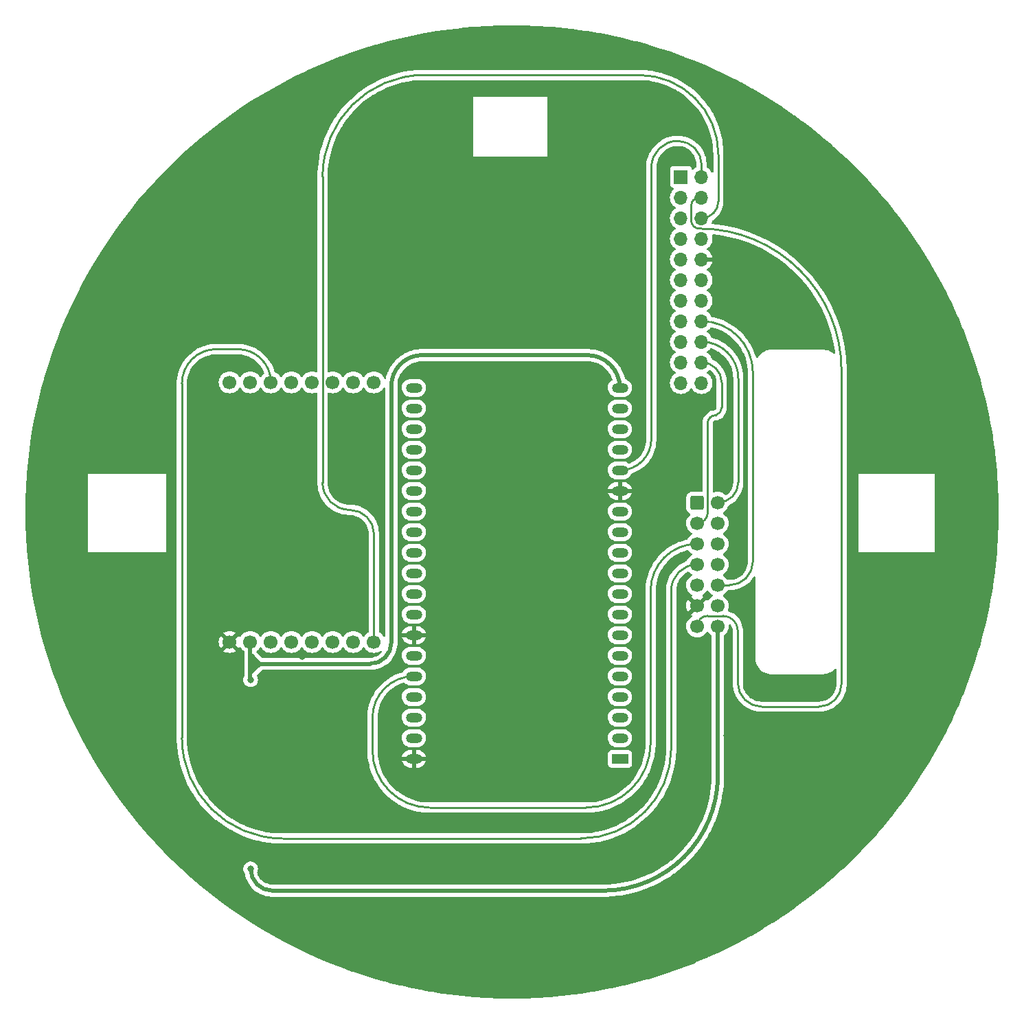
<source format=gbr>
%TF.GenerationSoftware,KiCad,Pcbnew,7.0.9*%
%TF.CreationDate,2025-01-15T18:09:21+09:00*%
%TF.ProjectId,ESP32,45535033-322e-46b6-9963-61645f706362,rev?*%
%TF.SameCoordinates,Original*%
%TF.FileFunction,Copper,L2,Bot*%
%TF.FilePolarity,Positive*%
%FSLAX46Y46*%
G04 Gerber Fmt 4.6, Leading zero omitted, Abs format (unit mm)*
G04 Created by KiCad (PCBNEW 7.0.9) date 2025-01-15 18:09:21*
%MOMM*%
%LPD*%
G01*
G04 APERTURE LIST*
G04 Aperture macros list*
%AMRoundRect*
0 Rectangle with rounded corners*
0 $1 Rounding radius*
0 $2 $3 $4 $5 $6 $7 $8 $9 X,Y pos of 4 corners*
0 Add a 4 corners polygon primitive as box body*
4,1,4,$2,$3,$4,$5,$6,$7,$8,$9,$2,$3,0*
0 Add four circle primitives for the rounded corners*
1,1,$1+$1,$2,$3*
1,1,$1+$1,$4,$5*
1,1,$1+$1,$6,$7*
1,1,$1+$1,$8,$9*
0 Add four rect primitives between the rounded corners*
20,1,$1+$1,$2,$3,$4,$5,0*
20,1,$1+$1,$4,$5,$6,$7,0*
20,1,$1+$1,$6,$7,$8,$9,0*
20,1,$1+$1,$8,$9,$2,$3,0*%
G04 Aperture macros list end*
%TA.AperFunction,ComponentPad*%
%ADD10R,1.700000X1.700000*%
%TD*%
%TA.AperFunction,ComponentPad*%
%ADD11O,1.700000X1.700000*%
%TD*%
%TA.AperFunction,ComponentPad*%
%ADD12R,2.000000X1.200000*%
%TD*%
%TA.AperFunction,ComponentPad*%
%ADD13O,2.000000X1.200000*%
%TD*%
%TA.AperFunction,ComponentPad*%
%ADD14RoundRect,0.250000X-0.600000X-0.600000X0.600000X-0.600000X0.600000X0.600000X-0.600000X0.600000X0*%
%TD*%
%TA.AperFunction,ComponentPad*%
%ADD15C,1.700000*%
%TD*%
%TA.AperFunction,ViaPad*%
%ADD16C,0.800000*%
%TD*%
%TA.AperFunction,Conductor*%
%ADD17C,0.250000*%
%TD*%
%TA.AperFunction,Conductor*%
%ADD18C,0.500000*%
%TD*%
G04 APERTURE END LIST*
D10*
%TO.P,J1,1,Pin_1*%
%TO.N,Data_IR_sensor*%
X140893800Y-59410600D03*
D11*
%TO.P,J1,2,Pin_2*%
%TO.N,IR_Data6_Upside*%
X143433800Y-59410600D03*
%TO.P,J1,3,Pin_3*%
%TO.N,S0*%
X140893800Y-61950600D03*
%TO.P,J1,4,Pin_4*%
%TO.N,Start_switch*%
X143433800Y-61950600D03*
%TO.P,J1,5,Pin_5*%
%TO.N,S1*%
X140893800Y-64490600D03*
%TO.P,J1,6,Pin_6*%
%TO.N,RST*%
X143433800Y-64490600D03*
%TO.P,J1,7,Pin_7*%
%TO.N,S2*%
X140893800Y-67030600D03*
%TO.P,J1,8,Pin_8*%
%TO.N,+3.3V*%
X143433800Y-67030600D03*
%TO.P,J1,9,Pin_9*%
%TO.N,S3*%
X140893800Y-69570600D03*
%TO.P,J1,10,Pin_10*%
%TO.N,GND*%
X143433800Y-69570600D03*
%TO.P,J1,11,Pin_11*%
%TO.N,E*%
X140893800Y-72110600D03*
%TO.P,J1,12,Pin_12*%
%TO.N,LCD-TeensyD10*%
X143433800Y-72110600D03*
%TO.P,J1,13,Pin_13*%
%TO.N,IR_Data1_Upside*%
X140893800Y-74650600D03*
%TO.P,J1,14,Pin_14*%
%TO.N,LCD-TeensyD11*%
X143433800Y-74650600D03*
%TO.P,J1,15,Pin_15*%
%TO.N,IR_Data2_Upside*%
X140893800Y-77190600D03*
%TO.P,J1,16,Pin_16*%
%TO.N,LCD-TeensyD12*%
X143433800Y-77190600D03*
%TO.P,J1,17,Pin_17*%
%TO.N,IR_Data3_Upside*%
X140893800Y-79730600D03*
%TO.P,J1,18,Pin_18*%
%TO.N,SCL_LCD*%
X143433800Y-79730600D03*
%TO.P,J1,19,Pin_19*%
%TO.N,IR_Data4_Upside*%
X140893800Y-82270600D03*
%TO.P,J1,20,Pin_20*%
%TO.N,SDA_LCD*%
X143433800Y-82270600D03*
%TO.P,J1,21,Pin_21*%
%TO.N,IR_Data5_Upside*%
X140893800Y-84810600D03*
%TO.P,J1,22,Pin_22*%
%TO.N,unconnected-(J1-Pin_22-Pad22)*%
X143433800Y-84810600D03*
%TD*%
D12*
%TO.P,ESP1,1,3.3V*%
%TO.N,+3.3V*%
X133375400Y-131150000D03*
D13*
%TO.P,ESP1,2,EN*%
%TO.N,unconnected-(ESP1-EN-Pad2)*%
X133375400Y-128610000D03*
%TO.P,ESP1,3,VP*%
%TO.N,Data_IR_sensor*%
X133375400Y-126070000D03*
%TO.P,ESP1,4,VN*%
%TO.N,S0*%
X133375400Y-123530000D03*
%TO.P,ESP1,5,34*%
%TO.N,S1*%
X133375400Y-120990000D03*
%TO.P,ESP1,6,35*%
%TO.N,S2*%
X133375400Y-118450000D03*
%TO.P,ESP1,7,32*%
%TO.N,S3*%
X133375400Y-115910000D03*
%TO.P,ESP1,8,33*%
%TO.N,E*%
X133375400Y-113370000D03*
%TO.P,ESP1,9,25*%
%TO.N,IR_Data1_Upside*%
X133375400Y-110830000D03*
%TO.P,ESP1,10,26*%
%TO.N,IR_Data2_Upside*%
X133375400Y-108290000D03*
%TO.P,ESP1,11,27*%
%TO.N,IR_Data3_Upside*%
X133375400Y-105750000D03*
%TO.P,ESP1,12,14*%
%TO.N,IR_Data4_Upside*%
X133375400Y-103210000D03*
%TO.P,ESP1,13,12*%
%TO.N,IR_Data5_Upside*%
X133375400Y-100670000D03*
%TO.P,ESP1,14,GND*%
%TO.N,GND*%
X133375400Y-98130000D03*
%TO.P,ESP1,15,13*%
%TO.N,IR_Data6_Upside*%
X133375400Y-95590000D03*
%TO.P,ESP1,16,D2*%
%TO.N,unconnected-(ESP1-D2-Pad16)*%
X133375400Y-93050000D03*
%TO.P,ESP1,17,D3*%
%TO.N,unconnected-(ESP1-D3-Pad17)*%
X133375400Y-90510000D03*
%TO.P,ESP1,18,CMD*%
%TO.N,unconnected-(ESP1-CMD-Pad18)*%
X133375400Y-87970000D03*
%TO.P,ESP1,19,5V*%
%TO.N,+5V*%
X133375400Y-85430000D03*
%TO.P,ESP1,20,CLK*%
%TO.N,unconnected-(ESP1-CLK-Pad20)*%
X107979080Y-85432720D03*
%TO.P,ESP1,21,D0*%
%TO.N,unconnected-(ESP1-D0-Pad21)*%
X107979080Y-87972720D03*
%TO.P,ESP1,22,D1*%
%TO.N,unconnected-(ESP1-D1-Pad22)*%
X107975400Y-90510000D03*
%TO.P,ESP1,23,15*%
%TO.N,unconnected-(ESP1-15-Pad23)*%
X107975400Y-93050000D03*
%TO.P,ESP1,24,2*%
%TO.N,unconnected-(ESP1-2-Pad24)*%
X107975400Y-95590000D03*
%TO.P,ESP1,25,0*%
%TO.N,unconnected-(ESP1-0-Pad25)*%
X107975400Y-98130000D03*
%TO.P,ESP1,26,4*%
%TO.N,unconnected-(ESP1-4-Pad26)*%
X107975400Y-100670000D03*
%TO.P,ESP1,27,16*%
%TO.N,unconnected-(ESP1-16-Pad27)*%
X107975400Y-103210000D03*
%TO.P,ESP1,28,17*%
%TO.N,unconnected-(ESP1-17-Pad28)*%
X107975400Y-105750000D03*
%TO.P,ESP1,29,5*%
%TO.N,unconnected-(ESP1-5-Pad29)*%
X107975400Y-108290000D03*
%TO.P,ESP1,30,18*%
%TO.N,unconnected-(ESP1-18-Pad30)*%
X107975400Y-110830000D03*
%TO.P,ESP1,31,19*%
%TO.N,unconnected-(ESP1-19-Pad31)*%
X107975400Y-113370000D03*
%TO.P,ESP1,32,GND*%
%TO.N,GND*%
X107975400Y-115910000D03*
%TO.P,ESP1,33,21*%
%TO.N,unconnected-(ESP1-21-Pad33)*%
X107975400Y-118450000D03*
%TO.P,ESP1,34,RX*%
%TO.N,IR_board_RX*%
X107975400Y-120990000D03*
%TO.P,ESP1,35,TX*%
%TO.N,IR_board_TX*%
X107975400Y-123530000D03*
%TO.P,ESP1,36,22*%
%TO.N,unconnected-(ESP1-22-Pad36)*%
X107975400Y-126070000D03*
%TO.P,ESP1,37,23*%
%TO.N,unconnected-(ESP1-23-Pad37)*%
X107975400Y-128610000D03*
%TO.P,ESP1,38,GND*%
%TO.N,GND*%
X107975400Y-131150000D03*
%TD*%
D14*
%TO.P,J2,1,Pin_1*%
%TO.N,unconnected-(J2-Pin_1-Pad1)*%
X142900400Y-99568000D03*
D15*
%TO.P,J2,2,Pin_2*%
%TO.N,SCL_LCD*%
X145440400Y-99568000D03*
%TO.P,J2,3,Pin_3*%
%TO.N,SDA_LCD*%
X142900400Y-102108000D03*
%TO.P,J2,4,Pin_4*%
%TO.N,IR_board_TX*%
X145440400Y-102108000D03*
%TO.P,J2,5,Pin_5*%
%TO.N,IR_board_RX*%
X142900400Y-104648000D03*
%TO.P,J2,6,Pin_6*%
%TO.N,TX_camera*%
X145440400Y-104648000D03*
%TO.P,J2,7,Pin_7*%
%TO.N,RX_camera*%
X142900400Y-107188000D03*
%TO.P,J2,8,Pin_8*%
%TO.N,LCD-TeensyD10*%
X145440400Y-107188000D03*
%TO.P,J2,9,Pin_9*%
%TO.N,LCD-TeensyD11*%
X142900400Y-109728000D03*
%TO.P,J2,10,Pin_10*%
%TO.N,LCD-TeensyD12*%
X145440400Y-109728000D03*
%TO.P,J2,11,Pin_11*%
%TO.N,GND*%
X142900400Y-112268000D03*
%TO.P,J2,12,Pin_12*%
%TO.N,+3.3V*%
X145440400Y-112268000D03*
%TO.P,J2,13,Pin_13*%
%TO.N,Start_switch*%
X142900400Y-114808000D03*
%TO.P,J2,14,Pin_14*%
%TO.N,+5V*%
X145440400Y-114808000D03*
%TD*%
%TO.P,U17,1,mosi*%
%TO.N,unconnected-(U17-mosi-Pad1)*%
X103047800Y-84736400D03*
%TO.P,U17,2,sclk*%
%TO.N,unconnected-(U17-sclk-Pad2)*%
X100507800Y-84736400D03*
%TO.P,U17,3,miso*%
%TO.N,unconnected-(U17-miso-Pad3)*%
X97967800Y-84736400D03*
%TO.P,U17,4,ss*%
%TO.N,unconnected-(U17-ss-Pad4)*%
X95427800Y-84736400D03*
%TO.P,U17,5,txo/scl*%
%TO.N,TX_camera*%
X92887800Y-84736400D03*
%TO.P,U17,6,rxd/sca*%
%TO.N,RX_camera*%
X90347800Y-84736400D03*
%TO.P,U17,7,adc/dac*%
%TO.N,unconnected-(U17-adc{slash}dac-Pad7)*%
X87807800Y-84736400D03*
%TO.P,U17,8,3.3v*%
%TO.N,unconnected-(U17-3.3v-Pad8)*%
X85267800Y-84736400D03*
%TO.P,U17,9,rst*%
%TO.N,RST*%
X103047800Y-116736400D03*
%TO.P,U17,10,boot*%
%TO.N,unconnected-(U17-boot-Pad10)*%
X100507800Y-116736400D03*
%TO.P,U17,11,syn*%
%TO.N,unconnected-(U17-syn-Pad11)*%
X97967800Y-116736400D03*
%TO.P,U17,12,seru03*%
%TO.N,unconnected-(U17-seru03-Pad12)*%
X95427800Y-116736400D03*
%TO.P,U17,13,seru02*%
%TO.N,unconnected-(U17-seru02-Pad13)*%
X92887800Y-116736400D03*
%TO.P,U17,14,seru01*%
%TO.N,unconnected-(U17-seru01-Pad14)*%
X90347800Y-116736400D03*
%TO.P,U17,15,vin*%
%TO.N,+5V*%
X87807800Y-116736400D03*
%TO.P,U17,16,GND*%
%TO.N,GND*%
X85267800Y-116736400D03*
%TD*%
D16*
%TO.N,GND*%
X145288000Y-92964000D03*
X153670000Y-72390000D03*
X138430000Y-127762000D03*
X111252000Y-83566000D03*
X134112000Y-63500000D03*
X136652000Y-103886000D03*
X116332000Y-84074000D03*
X129540000Y-127254000D03*
X134112000Y-78486000D03*
X124206000Y-78232000D03*
X90424000Y-123190000D03*
X84582000Y-63500000D03*
X135636000Y-127508000D03*
X141478000Y-127762000D03*
X134112000Y-65786000D03*
X150622000Y-79502000D03*
X140970000Y-110998000D03*
X174244000Y-86614000D03*
X148336000Y-99822000D03*
X99314000Y-111506000D03*
X111252000Y-114554000D03*
X134112000Y-68326000D03*
X148590000Y-111760000D03*
X146558000Y-128270000D03*
X147320000Y-133096000D03*
X99568000Y-77216000D03*
X117602000Y-112014000D03*
X138430000Y-120650000D03*
X157226000Y-60198000D03*
X91186000Y-144780000D03*
X153162000Y-122682000D03*
X130556000Y-138938000D03*
X135636000Y-119888000D03*
X154940000Y-137668000D03*
X138430000Y-112268000D03*
X134112000Y-73152000D03*
X141732000Y-123190000D03*
X134112000Y-70612000D03*
X141986000Y-149860000D03*
X92964000Y-137414000D03*
X141986000Y-118618000D03*
X113792000Y-144018000D03*
X141224000Y-95250000D03*
X120142000Y-154940000D03*
X111252000Y-130302000D03*
X134112000Y-58166000D03*
X103378000Y-56388000D03*
X138176000Y-51308000D03*
X166370000Y-72390000D03*
X148082000Y-103886000D03*
X134112000Y-81026000D03*
X68326000Y-116586000D03*
X148590000Y-126492000D03*
X137414000Y-141732000D03*
X105156000Y-119888000D03*
X83820000Y-131572000D03*
X82804000Y-89408000D03*
X157988000Y-79502000D03*
X104902000Y-129794000D03*
X111252000Y-101346000D03*
X83312000Y-112522000D03*
X134112000Y-75946000D03*
X170942000Y-122174000D03*
X143510000Y-132080000D03*
X152146000Y-127254000D03*
X113030000Y-138938000D03*
X94996000Y-82550000D03*
X141986000Y-135128000D03*
X136652000Y-135128000D03*
X94180000Y-118520000D03*
X146558000Y-69342000D03*
X71628000Y-84582000D03*
X137922000Y-132334000D03*
X119380000Y-42926000D03*
X124460000Y-84074000D03*
X117602000Y-131318000D03*
X100584000Y-82550000D03*
X134112000Y-60960000D03*
X101150000Y-94830000D03*
%TO.N,+5V*%
X87840000Y-144710000D03*
X87840000Y-121390000D03*
%TD*%
D17*
%TO.N,IR_board_RX*%
X137160000Y-110388391D02*
X137160000Y-129176002D01*
X129176002Y-137160000D02*
X109910502Y-137160000D01*
X107955400Y-120970000D02*
X107975400Y-120990000D01*
X102870000Y-130119498D02*
X102870000Y-126055398D01*
X107955400Y-120970000D02*
G75*
G03*
X102870000Y-126055398I0J-5085400D01*
G01*
X142900400Y-104648000D02*
G75*
G03*
X137160000Y-110388391I0J-5740400D01*
G01*
X129176002Y-137160000D02*
G75*
G03*
X137160000Y-129176002I-2J7984000D01*
G01*
X102870000Y-130119498D02*
G75*
G03*
X109910502Y-137160000I7040500J-2D01*
G01*
D18*
%TO.N,+5V*%
X129325407Y-81380000D02*
X108995569Y-81380000D01*
X87807800Y-120580000D02*
X87807800Y-120012200D01*
X87840000Y-121390000D02*
X87807800Y-121357800D01*
X87807800Y-120580000D02*
X87807800Y-119440000D01*
X102557581Y-119440000D02*
X88940000Y-119440000D01*
X87807800Y-121357800D02*
X87807800Y-120580000D01*
X88380000Y-119412200D02*
X87807800Y-118840000D01*
X87807800Y-118410000D02*
X87910000Y-118410000D01*
X87807800Y-120012200D02*
X88380000Y-119440000D01*
X87807800Y-118840000D02*
X87807800Y-118410000D01*
X145440400Y-133216623D02*
X145440400Y-114808000D01*
X88380000Y-119440000D02*
X88380000Y-119412200D01*
X87807800Y-118410000D02*
X87807800Y-116736400D01*
X105190000Y-85185569D02*
X105190000Y-116807581D01*
X88380000Y-119440000D02*
X87807800Y-119440000D01*
X88940000Y-119440000D02*
X88380000Y-119440000D01*
X87807800Y-119440000D02*
X87807800Y-118840000D01*
X87910000Y-118410000D02*
X88940000Y-119440000D01*
X88940000Y-119440000D02*
X88940000Y-119447800D01*
X88940000Y-119447800D02*
X87807800Y-120580000D01*
X90530000Y-147400000D02*
X131257023Y-147400000D01*
X131257023Y-147400000D02*
G75*
G03*
X145440400Y-133216623I-23J14183400D01*
G01*
X108995569Y-81380000D02*
G75*
G03*
X105190000Y-85185569I31J-3805600D01*
G01*
X133375400Y-85430000D02*
G75*
G03*
X129325407Y-81380000I-4050000J0D01*
G01*
X87840000Y-144710000D02*
G75*
G03*
X90530000Y-147400000I2690000J0D01*
G01*
X102557581Y-119440000D02*
G75*
G03*
X105190000Y-116807581I19J2632400D01*
G01*
D17*
%TO.N,RX_camera*%
X91800814Y-140970000D02*
X128547018Y-140970000D01*
X139700000Y-129817018D02*
X139700000Y-110388392D01*
X86256401Y-80645000D02*
X83612320Y-80645000D01*
X79375000Y-84882320D02*
X79375000Y-128544186D01*
X83612320Y-80645000D02*
G75*
G03*
X79375000Y-84882320I-20J-4237300D01*
G01*
X90347800Y-84736400D02*
G75*
G03*
X86256401Y-80645000I-4091400J0D01*
G01*
X142900400Y-107188000D02*
G75*
G03*
X139700000Y-110388392I0J-3200400D01*
G01*
X79375000Y-128544186D02*
G75*
G03*
X91800814Y-140970000I12425820J6D01*
G01*
X128547018Y-140970000D02*
G75*
G03*
X139700000Y-129817018I-18J11153000D01*
G01*
%TO.N,RST*%
X145510000Y-56644691D02*
X145510000Y-62414403D01*
X109255657Y-46850000D02*
X135715309Y-46850000D01*
X96710000Y-97104130D02*
X96710000Y-59395657D01*
X103047800Y-116736400D02*
X103047800Y-103441911D01*
X143433800Y-64490600D02*
G75*
G03*
X145510000Y-62414403I0J2076200D01*
G01*
X109255657Y-46850000D02*
G75*
G03*
X96710000Y-59395657I3J-12545660D01*
G01*
X145510000Y-56644691D02*
G75*
G03*
X135715309Y-46850000I-9794700J-9D01*
G01*
X103047801Y-103441911D02*
G75*
G03*
X100065878Y-100459999I-2981901J11D01*
G01*
X96710001Y-97104130D02*
G75*
G03*
X100065878Y-100459999I3355899J30D01*
G01*
%TO.N,SCL_LCD*%
X147970000Y-97038406D02*
X147970000Y-84266792D01*
X147970000Y-84266792D02*
G75*
G03*
X143433800Y-79730600I-4536200J-8D01*
G01*
X145440400Y-99568000D02*
G75*
G03*
X147970000Y-97038406I0J2529600D01*
G01*
%TO.N,SDA_LCD*%
X145190000Y-88789256D02*
X145210987Y-88789256D01*
X144190000Y-100818394D02*
X144190000Y-89789252D01*
X145920000Y-87830000D02*
X145920000Y-84756805D01*
X145211003Y-88789307D02*
G75*
G03*
X145919999Y-87830000I-297203J961307D01*
G01*
X142900400Y-102108000D02*
G75*
G03*
X144190000Y-100818394I0J1289600D01*
G01*
X145190000Y-88789300D02*
G75*
G03*
X144190000Y-89789252I0J-1000000D01*
G01*
X145920000Y-84756805D02*
G75*
G03*
X143433800Y-82270600I-2486200J5D01*
G01*
%TO.N,Start_switch*%
X143160000Y-61950600D02*
X143433800Y-61950600D01*
X160690000Y-121927607D02*
X160690000Y-83309997D01*
X142160000Y-64780001D02*
X142160000Y-62950600D01*
X150852036Y-124720000D02*
X157897607Y-124720000D01*
X144178410Y-113530000D02*
X146090414Y-113530000D01*
X147900000Y-115339586D02*
X147900000Y-121767964D01*
X160690000Y-83309997D02*
G75*
G03*
X143160000Y-65780000I-17530000J-3D01*
G01*
X157897607Y-124720000D02*
G75*
G03*
X160690000Y-121927607I-7J2792400D01*
G01*
X144178410Y-113530000D02*
G75*
G03*
X142900400Y-114808000I-10J-1278000D01*
G01*
X147900000Y-115339586D02*
G75*
G03*
X146090414Y-113530000I-1809600J-14D01*
G01*
X147900000Y-121767964D02*
G75*
G03*
X150852036Y-124720000I2952000J-36D01*
G01*
X143160000Y-61950600D02*
G75*
G03*
X142160000Y-62950600I0J-1000000D01*
G01*
X142160000Y-64780001D02*
G75*
G03*
X143160000Y-65780000I1000000J1D01*
G01*
%TO.N,LCD-TeensyD12*%
X145440400Y-109728000D02*
X146884697Y-109728000D01*
X149760000Y-106852697D02*
X149760000Y-83516794D01*
X149760000Y-83516794D02*
G75*
G03*
X143433800Y-77190600I-6326200J-6D01*
G01*
X146884697Y-109728000D02*
G75*
G03*
X149760000Y-106852697I3J2875300D01*
G01*
%TO.N,IR_Data6_Upside*%
X137250000Y-91715402D02*
X137250000Y-58227854D01*
X143433800Y-57895935D02*
X143433800Y-59410600D01*
X140507865Y-54970000D02*
G75*
G03*
X137250000Y-58227854I35J-3257900D01*
G01*
X143433800Y-57895935D02*
G75*
G03*
X140507865Y-54970000I-2925900J35D01*
G01*
X133375400Y-95590000D02*
G75*
G03*
X137250000Y-91715402I0J3874600D01*
G01*
%TD*%
%TA.AperFunction,Conductor*%
%TO.N,GND*%
G36*
X136289117Y-47493533D02*
G01*
X136292980Y-47493776D01*
X136395735Y-47503490D01*
X136862583Y-47547621D01*
X136866433Y-47548107D01*
X137431549Y-47637613D01*
X137435312Y-47638330D01*
X137993711Y-47763148D01*
X137997452Y-47764109D01*
X138546885Y-47923734D01*
X138550567Y-47924930D01*
X138597707Y-47941902D01*
X139088873Y-48118733D01*
X139092496Y-48120167D01*
X139617570Y-48347387D01*
X139621095Y-48349046D01*
X140130866Y-48608788D01*
X140134262Y-48610654D01*
X140527364Y-48843134D01*
X140626729Y-48901899D01*
X140630013Y-48903983D01*
X140850567Y-49053871D01*
X141103205Y-49225563D01*
X141106357Y-49227853D01*
X141558426Y-49578514D01*
X141561427Y-49580997D01*
X141990596Y-49959359D01*
X141993419Y-49962010D01*
X142397988Y-50366579D01*
X142400640Y-50369403D01*
X142779002Y-50798572D01*
X142781485Y-50801573D01*
X143132146Y-51253642D01*
X143134436Y-51256794D01*
X143456013Y-51729981D01*
X143458100Y-51733270D01*
X143749335Y-52225719D01*
X143751211Y-52229133D01*
X144010953Y-52738904D01*
X144012612Y-52742429D01*
X144239832Y-53267503D01*
X144241266Y-53271126D01*
X144435067Y-53809428D01*
X144436271Y-53813133D01*
X144590647Y-54344500D01*
X144595884Y-54362524D01*
X144596853Y-54366297D01*
X144721664Y-54924665D01*
X144722390Y-54928475D01*
X144745775Y-55076114D01*
X144811890Y-55493551D01*
X144812378Y-55497416D01*
X144866222Y-56067015D01*
X144866467Y-56070903D01*
X144884500Y-56644690D01*
X144884500Y-58766752D01*
X144864815Y-58833791D01*
X144812011Y-58879546D01*
X144742853Y-58889490D01*
X144679297Y-58860465D01*
X144648118Y-58819157D01*
X144607835Y-58732771D01*
X144607834Y-58732769D01*
X144472294Y-58539197D01*
X144305202Y-58372106D01*
X144305201Y-58372105D01*
X144112176Y-58236947D01*
X144068551Y-58182370D01*
X144059300Y-58135372D01*
X144059300Y-57856585D01*
X144059302Y-57721471D01*
X144025103Y-57374207D01*
X143957031Y-57031968D01*
X143855740Y-56698049D01*
X143722207Y-56375666D01*
X143557718Y-56067925D01*
X143363856Y-55777789D01*
X143142489Y-55508051D01*
X143142483Y-55508045D01*
X143142479Y-55508040D01*
X142895759Y-55261320D01*
X142895753Y-55261315D01*
X142895749Y-55261311D01*
X142626011Y-55039944D01*
X142456315Y-54926557D01*
X142335880Y-54846085D01*
X142335877Y-54846083D01*
X142335875Y-54846082D01*
X142028134Y-54681593D01*
X141909048Y-54632267D01*
X141705753Y-54548060D01*
X141371829Y-54446768D01*
X141232269Y-54419009D01*
X141029593Y-54378697D01*
X141029587Y-54378696D01*
X141029580Y-54378695D01*
X140774174Y-54353543D01*
X140682329Y-54344498D01*
X140682326Y-54344498D01*
X140583808Y-54344499D01*
X140507858Y-54344500D01*
X140317085Y-54344501D01*
X139937365Y-54381904D01*
X139937353Y-54381906D01*
X139563143Y-54456344D01*
X139198029Y-54567103D01*
X138845523Y-54713118D01*
X138845517Y-54713121D01*
X138509022Y-54892982D01*
X138509012Y-54892988D01*
X138191778Y-55104958D01*
X138191764Y-55104968D01*
X137896820Y-55347022D01*
X137627031Y-55616810D01*
X137384976Y-55911753D01*
X137384965Y-55911767D01*
X137172989Y-56229009D01*
X136993125Y-56565505D01*
X136993123Y-56565511D01*
X136847108Y-56918017D01*
X136736352Y-57283117D01*
X136736348Y-57283134D01*
X136661907Y-57657344D01*
X136661906Y-57657350D01*
X136624502Y-58037074D01*
X136624501Y-58145278D01*
X136624500Y-58145302D01*
X136624500Y-58227845D01*
X136624499Y-58307534D01*
X136624500Y-58307550D01*
X136624500Y-91713778D01*
X136624415Y-91717024D01*
X136606870Y-92051781D01*
X136606191Y-92058239D01*
X136554008Y-92387709D01*
X136552658Y-92394061D01*
X136466317Y-92716288D01*
X136464311Y-92722464D01*
X136344765Y-93033892D01*
X136342124Y-93039824D01*
X136190677Y-93337058D01*
X136187434Y-93342674D01*
X136005750Y-93622444D01*
X136001932Y-93627697D01*
X135791994Y-93886949D01*
X135787648Y-93891775D01*
X135551774Y-94127649D01*
X135546948Y-94131995D01*
X135287696Y-94341933D01*
X135282442Y-94345751D01*
X135142561Y-94436590D01*
X135002673Y-94527434D01*
X134997057Y-94530677D01*
X134699821Y-94682126D01*
X134693888Y-94684767D01*
X134570025Y-94732314D01*
X134500384Y-94737962D01*
X134458547Y-94720865D01*
X134281974Y-94607388D01*
X134086855Y-94529274D01*
X133880486Y-94489500D01*
X133880485Y-94489500D01*
X132922975Y-94489500D01*
X132766182Y-94504472D01*
X132766178Y-94504473D01*
X132564527Y-94563683D01*
X132377713Y-94659991D01*
X132212516Y-94789905D01*
X132212512Y-94789909D01*
X132074878Y-94948746D01*
X131969798Y-95130750D01*
X131901056Y-95329365D01*
X131901056Y-95329367D01*
X131874459Y-95514359D01*
X131871146Y-95537401D01*
X131881145Y-95747327D01*
X131930696Y-95951578D01*
X131930698Y-95951582D01*
X132017998Y-96142743D01*
X132018001Y-96142748D01*
X132018002Y-96142750D01*
X132018004Y-96142753D01*
X132081027Y-96231256D01*
X132139915Y-96313953D01*
X132139920Y-96313959D01*
X132292020Y-96458985D01*
X132386978Y-96520011D01*
X132468828Y-96572613D01*
X132663943Y-96650725D01*
X132767129Y-96670612D01*
X132870314Y-96690500D01*
X132870315Y-96690500D01*
X133827819Y-96690500D01*
X133827825Y-96690500D01*
X133984618Y-96675528D01*
X134186275Y-96616316D01*
X134373082Y-96520011D01*
X134538286Y-96390092D01*
X134675919Y-96231256D01*
X134781004Y-96049244D01*
X134784085Y-96040339D01*
X134824610Y-95983426D01*
X134858853Y-95964372D01*
X134951026Y-95930824D01*
X135099151Y-95876913D01*
X135099150Y-95876913D01*
X135455292Y-95710842D01*
X135455292Y-95710841D01*
X135795610Y-95514359D01*
X136059803Y-95329368D01*
X136117496Y-95288971D01*
X136117497Y-95288970D01*
X136117497Y-95288971D01*
X136246016Y-95181129D01*
X136418519Y-95036383D01*
X136418526Y-95036376D01*
X136418526Y-95036377D01*
X136696381Y-94758522D01*
X136948970Y-94457499D01*
X136948969Y-94457499D01*
X136948970Y-94457498D01*
X137163933Y-94150500D01*
X137174358Y-94135612D01*
X137174361Y-94135607D01*
X137370839Y-93795296D01*
X137370840Y-93795294D01*
X137370841Y-93795294D01*
X137536906Y-93439167D01*
X137536906Y-93439166D01*
X137546948Y-93411578D01*
X137671310Y-93069897D01*
X137773015Y-92690330D01*
X137841251Y-92303343D01*
X137875500Y-91911881D01*
X137875500Y-91715402D01*
X137875500Y-91639453D01*
X137875500Y-91639452D01*
X137875500Y-58229606D01*
X137875598Y-58226129D01*
X137886217Y-58037074D01*
X137891861Y-57936600D01*
X137892637Y-57929708D01*
X137940923Y-57645535D01*
X137942466Y-57638776D01*
X138022265Y-57361794D01*
X138024560Y-57355238D01*
X138027107Y-57349091D01*
X138134867Y-57088942D01*
X138137886Y-57082673D01*
X138277318Y-56830393D01*
X138280995Y-56824542D01*
X138447807Y-56589443D01*
X138452117Y-56584038D01*
X138644195Y-56369104D01*
X138649108Y-56364192D01*
X138703800Y-56315315D01*
X138864034Y-56172122D01*
X138869461Y-56167794D01*
X139104539Y-56000998D01*
X139110420Y-55997302D01*
X139362688Y-55857878D01*
X139368952Y-55854861D01*
X139635247Y-55744556D01*
X139641806Y-55742262D01*
X139755394Y-55709537D01*
X139918774Y-55662466D01*
X139925554Y-55660920D01*
X140209717Y-55612636D01*
X140216609Y-55611860D01*
X140504258Y-55595703D01*
X140511476Y-55595717D01*
X140781424Y-55612044D01*
X140788852Y-55612946D01*
X141054722Y-55661666D01*
X141061984Y-55663457D01*
X141320034Y-55743866D01*
X141327041Y-55746523D01*
X141573521Y-55857454D01*
X141580147Y-55860931D01*
X141811465Y-56000766D01*
X141817622Y-56005016D01*
X142030393Y-56171711D01*
X142035994Y-56176672D01*
X142227126Y-56367804D01*
X142232088Y-56373406D01*
X142398783Y-56586177D01*
X142403036Y-56592338D01*
X142542863Y-56823642D01*
X142546345Y-56830278D01*
X142657276Y-57076758D01*
X142659933Y-57083765D01*
X142740342Y-57341815D01*
X142742136Y-57349091D01*
X142790852Y-57614945D01*
X142791756Y-57622384D01*
X142808186Y-57894060D01*
X142808299Y-57897803D01*
X142808299Y-57975615D01*
X142808300Y-57975632D01*
X142808300Y-58135373D01*
X142788615Y-58202412D01*
X142755423Y-58236948D01*
X142562400Y-58372103D01*
X142440473Y-58494030D01*
X142379150Y-58527514D01*
X142309458Y-58522530D01*
X142253525Y-58480658D01*
X142236610Y-58449681D01*
X142187597Y-58318271D01*
X142187593Y-58318264D01*
X142101347Y-58203055D01*
X142101344Y-58203052D01*
X141986135Y-58116806D01*
X141986128Y-58116802D01*
X141851282Y-58066508D01*
X141851283Y-58066508D01*
X141791683Y-58060101D01*
X141791681Y-58060100D01*
X141791673Y-58060100D01*
X141791664Y-58060100D01*
X139995929Y-58060100D01*
X139995923Y-58060101D01*
X139936316Y-58066508D01*
X139801471Y-58116802D01*
X139801464Y-58116806D01*
X139686255Y-58203052D01*
X139686252Y-58203055D01*
X139600006Y-58318264D01*
X139600002Y-58318271D01*
X139549708Y-58453117D01*
X139543301Y-58512716D01*
X139543300Y-58512735D01*
X139543300Y-60308470D01*
X139543301Y-60308476D01*
X139549708Y-60368083D01*
X139600002Y-60502928D01*
X139600006Y-60502935D01*
X139686252Y-60618144D01*
X139686255Y-60618147D01*
X139801464Y-60704393D01*
X139801471Y-60704397D01*
X139932881Y-60753410D01*
X139988815Y-60795281D01*
X140013232Y-60860745D01*
X139998380Y-60929018D01*
X139977230Y-60957273D01*
X139855303Y-61079200D01*
X139719765Y-61272769D01*
X139719764Y-61272771D01*
X139619898Y-61486935D01*
X139619894Y-61486944D01*
X139558738Y-61715186D01*
X139558736Y-61715196D01*
X139538141Y-61950599D01*
X139538141Y-61950600D01*
X139558736Y-62186003D01*
X139558738Y-62186013D01*
X139619894Y-62414255D01*
X139619896Y-62414259D01*
X139619897Y-62414263D01*
X139690713Y-62566128D01*
X139719765Y-62628430D01*
X139719767Y-62628434D01*
X139855301Y-62821995D01*
X139855306Y-62822002D01*
X140022397Y-62989093D01*
X140022403Y-62989098D01*
X140207958Y-63119025D01*
X140251583Y-63173602D01*
X140258777Y-63243100D01*
X140227254Y-63305455D01*
X140207958Y-63322175D01*
X140022397Y-63452105D01*
X139855305Y-63619197D01*
X139719765Y-63812769D01*
X139719764Y-63812771D01*
X139619898Y-64026935D01*
X139619894Y-64026944D01*
X139558738Y-64255186D01*
X139558736Y-64255196D01*
X139538141Y-64490599D01*
X139538141Y-64490600D01*
X139558736Y-64726003D01*
X139558738Y-64726013D01*
X139619894Y-64954255D01*
X139619896Y-64954259D01*
X139619897Y-64954263D01*
X139719765Y-65168430D01*
X139719767Y-65168434D01*
X139855301Y-65361995D01*
X139855306Y-65362002D01*
X140022397Y-65529093D01*
X140022403Y-65529098D01*
X140207958Y-65659025D01*
X140251583Y-65713602D01*
X140258777Y-65783100D01*
X140227254Y-65845455D01*
X140207958Y-65862175D01*
X140022397Y-65992105D01*
X139855305Y-66159197D01*
X139719765Y-66352769D01*
X139719764Y-66352771D01*
X139619898Y-66566935D01*
X139619894Y-66566944D01*
X139558738Y-66795186D01*
X139558736Y-66795196D01*
X139538141Y-67030599D01*
X139538141Y-67030600D01*
X139558736Y-67266003D01*
X139558738Y-67266013D01*
X139619894Y-67494255D01*
X139619896Y-67494259D01*
X139619897Y-67494263D01*
X139693949Y-67653067D01*
X139719765Y-67708430D01*
X139719767Y-67708434D01*
X139828081Y-67863121D01*
X139855301Y-67901996D01*
X139855306Y-67902002D01*
X140022397Y-68069093D01*
X140022403Y-68069098D01*
X140207958Y-68199025D01*
X140251583Y-68253602D01*
X140258777Y-68323100D01*
X140227254Y-68385455D01*
X140207958Y-68402175D01*
X140022397Y-68532105D01*
X139855305Y-68699197D01*
X139719765Y-68892769D01*
X139719764Y-68892771D01*
X139619898Y-69106935D01*
X139619894Y-69106944D01*
X139558738Y-69335186D01*
X139558736Y-69335196D01*
X139538141Y-69570599D01*
X139538141Y-69570600D01*
X139558736Y-69806003D01*
X139558738Y-69806013D01*
X139619894Y-70034255D01*
X139619896Y-70034259D01*
X139619897Y-70034263D01*
X139702955Y-70212381D01*
X139719765Y-70248430D01*
X139719767Y-70248434D01*
X139828081Y-70403121D01*
X139855301Y-70441996D01*
X139855306Y-70442002D01*
X140022397Y-70609093D01*
X140022403Y-70609098D01*
X140207958Y-70739025D01*
X140251583Y-70793602D01*
X140258777Y-70863100D01*
X140227254Y-70925455D01*
X140207958Y-70942175D01*
X140022397Y-71072105D01*
X139855305Y-71239197D01*
X139719765Y-71432769D01*
X139719764Y-71432771D01*
X139619898Y-71646935D01*
X139619894Y-71646944D01*
X139558738Y-71875186D01*
X139558736Y-71875196D01*
X139538141Y-72110599D01*
X139538141Y-72110600D01*
X139558736Y-72346003D01*
X139558738Y-72346013D01*
X139619894Y-72574255D01*
X139619896Y-72574259D01*
X139619897Y-72574263D01*
X139623800Y-72582632D01*
X139719765Y-72788430D01*
X139719767Y-72788434D01*
X139770110Y-72860330D01*
X139855301Y-72981996D01*
X139855306Y-72982002D01*
X140022397Y-73149093D01*
X140022403Y-73149098D01*
X140207958Y-73279025D01*
X140251583Y-73333602D01*
X140258777Y-73403100D01*
X140227254Y-73465455D01*
X140207958Y-73482175D01*
X140022397Y-73612105D01*
X139855305Y-73779197D01*
X139719765Y-73972769D01*
X139719764Y-73972771D01*
X139619898Y-74186935D01*
X139619894Y-74186944D01*
X139558738Y-74415186D01*
X139558736Y-74415196D01*
X139538141Y-74650599D01*
X139538141Y-74650600D01*
X139558736Y-74886003D01*
X139558738Y-74886013D01*
X139619894Y-75114255D01*
X139619896Y-75114259D01*
X139619897Y-75114263D01*
X139623800Y-75122632D01*
X139719765Y-75328430D01*
X139719767Y-75328434D01*
X139765603Y-75393894D01*
X139855301Y-75521996D01*
X139855306Y-75522002D01*
X140022397Y-75689093D01*
X140022403Y-75689098D01*
X140207958Y-75819025D01*
X140251583Y-75873602D01*
X140258777Y-75943100D01*
X140227254Y-76005455D01*
X140207958Y-76022175D01*
X140022397Y-76152105D01*
X139855305Y-76319197D01*
X139719765Y-76512769D01*
X139719764Y-76512771D01*
X139619898Y-76726935D01*
X139619894Y-76726944D01*
X139558738Y-76955186D01*
X139558736Y-76955196D01*
X139538141Y-77190599D01*
X139538141Y-77190600D01*
X139558736Y-77426003D01*
X139558738Y-77426013D01*
X139619894Y-77654255D01*
X139619896Y-77654259D01*
X139619897Y-77654263D01*
X139623800Y-77662632D01*
X139719765Y-77868430D01*
X139719767Y-77868434D01*
X139793876Y-77974272D01*
X139855301Y-78061996D01*
X139855306Y-78062002D01*
X140022397Y-78229093D01*
X140022403Y-78229098D01*
X140207958Y-78359025D01*
X140251583Y-78413602D01*
X140258777Y-78483100D01*
X140227254Y-78545455D01*
X140207958Y-78562175D01*
X140022397Y-78692105D01*
X139855305Y-78859197D01*
X139719765Y-79052769D01*
X139719764Y-79052771D01*
X139630881Y-79243381D01*
X139621047Y-79264472D01*
X139619898Y-79266935D01*
X139619894Y-79266944D01*
X139558738Y-79495186D01*
X139558736Y-79495196D01*
X139538141Y-79730599D01*
X139538141Y-79730600D01*
X139558736Y-79966003D01*
X139558738Y-79966013D01*
X139619894Y-80194255D01*
X139619896Y-80194259D01*
X139619897Y-80194263D01*
X139638207Y-80233528D01*
X139719765Y-80408430D01*
X139719767Y-80408434D01*
X139817824Y-80548473D01*
X139855301Y-80601996D01*
X139855306Y-80602002D01*
X140022397Y-80769093D01*
X140022403Y-80769098D01*
X140207958Y-80899025D01*
X140251583Y-80953602D01*
X140258777Y-81023100D01*
X140227254Y-81085455D01*
X140207958Y-81102175D01*
X140022397Y-81232105D01*
X139855305Y-81399197D01*
X139719765Y-81592769D01*
X139719764Y-81592771D01*
X139619898Y-81806935D01*
X139619894Y-81806944D01*
X139558738Y-82035186D01*
X139558736Y-82035196D01*
X139538141Y-82270599D01*
X139538141Y-82270600D01*
X139558736Y-82506003D01*
X139558738Y-82506013D01*
X139619894Y-82734255D01*
X139619896Y-82734259D01*
X139619897Y-82734263D01*
X139692764Y-82890527D01*
X139719765Y-82948430D01*
X139719767Y-82948434D01*
X139811758Y-83079810D01*
X139855301Y-83141996D01*
X139855306Y-83142002D01*
X140022397Y-83309093D01*
X140022403Y-83309098D01*
X140207958Y-83439025D01*
X140251583Y-83493602D01*
X140258777Y-83563100D01*
X140227254Y-83625455D01*
X140207958Y-83642175D01*
X140022397Y-83772105D01*
X139855305Y-83939197D01*
X139719765Y-84132769D01*
X139719764Y-84132771D01*
X139619898Y-84346935D01*
X139619894Y-84346944D01*
X139558738Y-84575186D01*
X139558736Y-84575196D01*
X139538141Y-84810599D01*
X139538141Y-84810600D01*
X139558736Y-85046003D01*
X139558738Y-85046013D01*
X139619894Y-85274255D01*
X139619896Y-85274259D01*
X139619897Y-85274263D01*
X139717047Y-85482602D01*
X139719765Y-85488430D01*
X139719767Y-85488434D01*
X139803350Y-85607802D01*
X139855305Y-85682001D01*
X140022399Y-85849095D01*
X140109997Y-85910432D01*
X140215965Y-85984632D01*
X140215967Y-85984633D01*
X140215970Y-85984635D01*
X140430137Y-86084503D01*
X140430143Y-86084504D01*
X140430144Y-86084505D01*
X140485085Y-86099226D01*
X140658392Y-86145663D01*
X140846718Y-86162139D01*
X140893799Y-86166259D01*
X140893800Y-86166259D01*
X140893801Y-86166259D01*
X140933034Y-86162826D01*
X141129208Y-86145663D01*
X141357463Y-86084503D01*
X141571630Y-85984635D01*
X141765201Y-85849095D01*
X141932295Y-85682001D01*
X142062225Y-85496442D01*
X142116802Y-85452817D01*
X142186300Y-85445623D01*
X142248655Y-85477146D01*
X142265375Y-85496442D01*
X142395300Y-85681995D01*
X142395305Y-85682001D01*
X142562399Y-85849095D01*
X142649997Y-85910432D01*
X142755965Y-85984632D01*
X142755967Y-85984633D01*
X142755970Y-85984635D01*
X142970137Y-86084503D01*
X142970143Y-86084504D01*
X142970144Y-86084505D01*
X143025085Y-86099226D01*
X143198392Y-86145663D01*
X143386718Y-86162139D01*
X143433799Y-86166259D01*
X143433800Y-86166259D01*
X143433801Y-86166259D01*
X143473034Y-86162826D01*
X143669208Y-86145663D01*
X143897463Y-86084503D01*
X144111630Y-85984635D01*
X144305201Y-85849095D01*
X144472295Y-85682001D01*
X144607835Y-85488430D01*
X144707703Y-85274263D01*
X144768863Y-85046008D01*
X144789459Y-84810600D01*
X144768863Y-84575192D01*
X144707703Y-84346937D01*
X144607835Y-84132771D01*
X144602225Y-84124758D01*
X144472294Y-83939197D01*
X144305202Y-83772106D01*
X144305201Y-83772105D01*
X144183546Y-83686921D01*
X144119641Y-83642174D01*
X144076016Y-83587597D01*
X144068824Y-83518098D01*
X144100346Y-83455744D01*
X144119636Y-83439028D01*
X144305201Y-83309095D01*
X144354991Y-83259304D01*
X144416313Y-83225819D01*
X144486004Y-83230803D01*
X144511556Y-83243880D01*
X144563139Y-83278346D01*
X144569579Y-83283288D01*
X144746456Y-83438406D01*
X144752195Y-83444144D01*
X144907316Y-83621026D01*
X144912252Y-83627458D01*
X144927496Y-83650272D01*
X145042955Y-83823070D01*
X145047014Y-83830101D01*
X145151066Y-84041097D01*
X145154168Y-84048587D01*
X145205061Y-84198511D01*
X145229791Y-84271365D01*
X145231892Y-84279206D01*
X145249664Y-84368553D01*
X145276349Y-84502709D01*
X145277787Y-84509935D01*
X145278847Y-84517985D01*
X145294367Y-84754785D01*
X145294500Y-84758841D01*
X145294500Y-87824748D01*
X145293985Y-87832725D01*
X145284148Y-87908631D01*
X145276207Y-87938995D01*
X145252042Y-87999030D01*
X145236731Y-88026429D01*
X145198261Y-88078480D01*
X145176562Y-88101157D01*
X145131230Y-88137855D01*
X145070855Y-88164215D01*
X144843610Y-88196886D01*
X144843594Y-88196890D01*
X144620512Y-88262391D01*
X144409014Y-88358976D01*
X144409004Y-88358982D01*
X144213414Y-88484675D01*
X144037688Y-88636934D01*
X143885425Y-88812647D01*
X143885420Y-88812654D01*
X143759718Y-89008236D01*
X143759711Y-89008250D01*
X143663119Y-89219739D01*
X143597603Y-89442831D01*
X143564505Y-89672969D01*
X143564504Y-89672973D01*
X143564503Y-89706555D01*
X143564500Y-89706619D01*
X143564500Y-89789222D01*
X143564496Y-89868884D01*
X143564500Y-89868946D01*
X143564500Y-98093500D01*
X143544815Y-98160539D01*
X143492011Y-98206294D01*
X143440500Y-98217500D01*
X142250398Y-98217500D01*
X142250381Y-98217501D01*
X142147603Y-98228000D01*
X142147600Y-98228001D01*
X141981068Y-98283185D01*
X141981063Y-98283187D01*
X141831742Y-98375289D01*
X141707689Y-98499342D01*
X141615587Y-98648663D01*
X141615585Y-98648668D01*
X141593934Y-98714006D01*
X141560401Y-98815203D01*
X141560401Y-98815204D01*
X141560400Y-98815204D01*
X141549900Y-98917983D01*
X141549900Y-100218001D01*
X141549901Y-100218018D01*
X141560400Y-100320796D01*
X141560401Y-100320799D01*
X141615585Y-100487331D01*
X141615587Y-100487336D01*
X141648630Y-100540907D01*
X141707688Y-100636656D01*
X141831744Y-100760712D01*
X141981066Y-100852814D01*
X141989664Y-100855663D01*
X142047107Y-100895433D01*
X142073931Y-100959948D01*
X142061617Y-101028724D01*
X142032634Y-101065483D01*
X142032827Y-101065676D01*
X142031198Y-101067304D01*
X142030375Y-101068349D01*
X142028999Y-101069503D01*
X141861905Y-101236597D01*
X141726365Y-101430169D01*
X141726364Y-101430171D01*
X141626498Y-101644335D01*
X141626494Y-101644344D01*
X141565338Y-101872586D01*
X141565336Y-101872596D01*
X141544741Y-102107999D01*
X141544741Y-102108000D01*
X141565336Y-102343403D01*
X141565338Y-102343413D01*
X141626494Y-102571655D01*
X141626496Y-102571659D01*
X141626497Y-102571663D01*
X141666410Y-102657256D01*
X141726365Y-102785830D01*
X141726367Y-102785834D01*
X141814679Y-102911955D01*
X141861901Y-102979396D01*
X141861906Y-102979402D01*
X142028997Y-103146493D01*
X142029003Y-103146498D01*
X142214558Y-103276425D01*
X142258183Y-103331002D01*
X142265377Y-103400500D01*
X142233854Y-103462855D01*
X142214558Y-103479575D01*
X142028997Y-103609505D01*
X141861905Y-103776597D01*
X141726366Y-103970168D01*
X141670291Y-104090420D01*
X141624118Y-104142859D01*
X141585502Y-104158905D01*
X141437819Y-104192613D01*
X141251632Y-104235109D01*
X141251629Y-104235109D01*
X141251624Y-104235111D01*
X141251623Y-104235111D01*
X141007220Y-104310500D01*
X140796407Y-104375527D01*
X140796399Y-104375529D01*
X140796396Y-104375531D01*
X140637835Y-104437761D01*
X140352948Y-104549572D01*
X140148563Y-104647999D01*
X139923737Y-104756269D01*
X139511169Y-104994464D01*
X139511168Y-104994465D01*
X139117555Y-105262826D01*
X139038551Y-105325830D01*
X138745102Y-105559847D01*
X138608610Y-105686493D01*
X138395882Y-105883875D01*
X138071855Y-106233093D01*
X137872789Y-106482713D01*
X137774832Y-106605547D01*
X137506467Y-106999165D01*
X137268276Y-107411722D01*
X137262646Y-107423413D01*
X137061576Y-107840939D01*
X136887531Y-108284398D01*
X136845975Y-108419120D01*
X136747113Y-108739618D01*
X136747113Y-108739617D01*
X136703373Y-108931253D01*
X136641104Y-109204068D01*
X136615260Y-109375528D01*
X136570101Y-109675133D01*
X136534500Y-110150189D01*
X136534500Y-129176002D01*
X136515830Y-129698730D01*
X136515514Y-129703146D01*
X136459837Y-130221025D01*
X136459207Y-130225407D01*
X136366727Y-130737989D01*
X136365787Y-130742307D01*
X136360038Y-130764835D01*
X136236976Y-131246986D01*
X136235728Y-131251234D01*
X136071245Y-131745425D01*
X136069698Y-131749573D01*
X135870375Y-132230782D01*
X135868536Y-132234809D01*
X135635393Y-132700570D01*
X135633271Y-132704456D01*
X135367489Y-133152407D01*
X135365096Y-133156132D01*
X135068043Y-133583969D01*
X135065394Y-133587508D01*
X134797727Y-133919663D01*
X134738579Y-133993061D01*
X134735679Y-133996407D01*
X134380753Y-134377623D01*
X134377623Y-134380753D01*
X133996407Y-134735679D01*
X133993065Y-134738575D01*
X133588568Y-135064541D01*
X133587514Y-135065390D01*
X133583969Y-135068043D01*
X133156132Y-135365096D01*
X133152407Y-135367489D01*
X132704456Y-135633271D01*
X132700570Y-135635393D01*
X132234809Y-135868536D01*
X132230782Y-135870375D01*
X131749573Y-136069698D01*
X131745425Y-136071245D01*
X131251234Y-136235728D01*
X131246986Y-136236976D01*
X131016307Y-136295853D01*
X130742307Y-136365787D01*
X130737989Y-136366727D01*
X130225407Y-136459207D01*
X130221025Y-136459837D01*
X129703146Y-136515514D01*
X129698730Y-136515830D01*
X129176002Y-136534500D01*
X109910502Y-136534500D01*
X109433416Y-136516648D01*
X109428800Y-136516302D01*
X109423910Y-136515751D01*
X108956700Y-136463109D01*
X108952116Y-136462418D01*
X108485316Y-136374095D01*
X108480795Y-136373063D01*
X108021891Y-136250101D01*
X108017459Y-136248733D01*
X107569021Y-136091818D01*
X107564704Y-136090123D01*
X107129258Y-135900141D01*
X107125093Y-135898136D01*
X106705052Y-135676137D01*
X106701043Y-135673822D01*
X106298766Y-135421055D01*
X106294933Y-135418442D01*
X105945517Y-135160562D01*
X105912678Y-135136325D01*
X105909059Y-135133439D01*
X105548942Y-134823533D01*
X105545542Y-134820378D01*
X105209621Y-134484457D01*
X105206466Y-134481057D01*
X104896560Y-134120940D01*
X104893676Y-134117325D01*
X104611557Y-133735066D01*
X104608944Y-133731233D01*
X104356177Y-133328956D01*
X104353867Y-133324956D01*
X104131858Y-132904895D01*
X104129858Y-132900741D01*
X103939876Y-132465295D01*
X103938181Y-132460978D01*
X103781266Y-132012540D01*
X103779898Y-132008108D01*
X103764255Y-131949728D01*
X103710624Y-131749573D01*
X103656936Y-131549204D01*
X103655904Y-131544683D01*
X103567581Y-131077883D01*
X103566892Y-131073321D01*
X103547364Y-130900000D01*
X106500032Y-130900000D01*
X107659714Y-130900000D01*
X107647759Y-130911955D01*
X107590235Y-131024852D01*
X107570414Y-131150000D01*
X107590235Y-131275148D01*
X107647759Y-131388045D01*
X107659714Y-131400000D01*
X106504142Y-131400000D01*
X106531170Y-131511409D01*
X106618440Y-131702507D01*
X106740289Y-131873619D01*
X106740295Y-131873625D01*
X106892332Y-132018592D01*
X107069057Y-132132166D01*
X107264085Y-132210244D01*
X107470362Y-132250000D01*
X107725400Y-132250000D01*
X107725400Y-131465686D01*
X107737355Y-131477641D01*
X107850252Y-131535165D01*
X107943919Y-131550000D01*
X108006881Y-131550000D01*
X108100548Y-131535165D01*
X108213445Y-131477641D01*
X108225400Y-131465686D01*
X108225400Y-132250000D01*
X108427798Y-132250000D01*
X108584522Y-132235034D01*
X108584526Y-132235033D01*
X108786086Y-132175850D01*
X108972814Y-132079586D01*
X109137937Y-131949731D01*
X109137940Y-131949728D01*
X109269525Y-131797870D01*
X131874900Y-131797870D01*
X131874901Y-131797876D01*
X131881308Y-131857483D01*
X131931602Y-131992328D01*
X131931606Y-131992335D01*
X132017852Y-132107544D01*
X132017855Y-132107547D01*
X132133064Y-132193793D01*
X132133071Y-132193797D01*
X132267917Y-132244091D01*
X132267916Y-132244091D01*
X132274844Y-132244835D01*
X132327527Y-132250500D01*
X134423272Y-132250499D01*
X134482883Y-132244091D01*
X134617731Y-132193796D01*
X134732946Y-132107546D01*
X134819196Y-131992331D01*
X134869491Y-131857483D01*
X134875900Y-131797873D01*
X134875899Y-130502128D01*
X134869491Y-130442517D01*
X134863472Y-130426380D01*
X134819197Y-130307671D01*
X134819193Y-130307664D01*
X134732947Y-130192455D01*
X134732944Y-130192452D01*
X134617735Y-130106206D01*
X134617728Y-130106202D01*
X134482882Y-130055908D01*
X134482883Y-130055908D01*
X134423283Y-130049501D01*
X134423281Y-130049500D01*
X134423273Y-130049500D01*
X134423264Y-130049500D01*
X132327529Y-130049500D01*
X132327523Y-130049501D01*
X132267916Y-130055908D01*
X132133071Y-130106202D01*
X132133064Y-130106206D01*
X132017855Y-130192452D01*
X132017852Y-130192455D01*
X131931606Y-130307664D01*
X131931602Y-130307671D01*
X131881308Y-130442517D01*
X131880017Y-130454530D01*
X131874901Y-130502123D01*
X131874900Y-130502135D01*
X131874900Y-131797870D01*
X109269525Y-131797870D01*
X109275505Y-131790969D01*
X109275514Y-131790958D01*
X109380544Y-131609039D01*
X109380547Y-131609032D01*
X109449255Y-131410517D01*
X109449255Y-131410515D01*
X109450768Y-131400000D01*
X108291086Y-131400000D01*
X108303041Y-131388045D01*
X108360565Y-131275148D01*
X108380386Y-131150000D01*
X108360565Y-131024852D01*
X108303041Y-130911955D01*
X108291086Y-130900000D01*
X109446657Y-130900000D01*
X109419629Y-130788590D01*
X109332359Y-130597492D01*
X109210510Y-130426380D01*
X109210504Y-130426374D01*
X109058467Y-130281407D01*
X108881742Y-130167833D01*
X108686714Y-130089755D01*
X108480438Y-130050000D01*
X108225400Y-130050000D01*
X108225400Y-130834314D01*
X108213445Y-130822359D01*
X108100548Y-130764835D01*
X108006881Y-130750000D01*
X107943919Y-130750000D01*
X107850252Y-130764835D01*
X107737355Y-130822359D01*
X107725400Y-130834314D01*
X107725400Y-130050000D01*
X107523002Y-130050000D01*
X107366277Y-130064965D01*
X107366273Y-130064966D01*
X107164713Y-130124149D01*
X106977985Y-130220413D01*
X106812862Y-130350268D01*
X106812859Y-130350271D01*
X106675294Y-130509030D01*
X106675285Y-130509041D01*
X106570255Y-130690960D01*
X106570252Y-130690967D01*
X106501544Y-130889482D01*
X106501544Y-130889484D01*
X106500032Y-130900000D01*
X103547364Y-130900000D01*
X103513695Y-130601174D01*
X103513352Y-130596607D01*
X103495500Y-130119498D01*
X103495500Y-130043549D01*
X103495500Y-130043548D01*
X103495500Y-128557401D01*
X106471146Y-128557401D01*
X106481145Y-128767327D01*
X106530696Y-128971578D01*
X106530698Y-128971582D01*
X106617998Y-129162743D01*
X106618001Y-129162748D01*
X106618002Y-129162750D01*
X106618004Y-129162753D01*
X106681027Y-129251256D01*
X106739915Y-129333953D01*
X106739920Y-129333959D01*
X106892020Y-129478985D01*
X106986978Y-129540011D01*
X107068828Y-129592613D01*
X107263943Y-129670725D01*
X107367129Y-129690612D01*
X107470314Y-129710500D01*
X107470315Y-129710500D01*
X108427819Y-129710500D01*
X108427825Y-129710500D01*
X108584618Y-129695528D01*
X108786275Y-129636316D01*
X108973082Y-129540011D01*
X109138286Y-129410092D01*
X109275919Y-129251256D01*
X109301132Y-129207587D01*
X109381001Y-129069249D01*
X109381000Y-129069249D01*
X109381004Y-129069244D01*
X109449744Y-128870633D01*
X109479654Y-128662602D01*
X109474643Y-128557401D01*
X131871146Y-128557401D01*
X131881145Y-128767327D01*
X131930696Y-128971578D01*
X131930698Y-128971582D01*
X132017998Y-129162743D01*
X132018001Y-129162748D01*
X132018002Y-129162750D01*
X132018004Y-129162753D01*
X132081027Y-129251256D01*
X132139915Y-129333953D01*
X132139920Y-129333959D01*
X132292020Y-129478985D01*
X132386978Y-129540011D01*
X132468828Y-129592613D01*
X132663943Y-129670725D01*
X132767129Y-129690612D01*
X132870314Y-129710500D01*
X132870315Y-129710500D01*
X133827819Y-129710500D01*
X133827825Y-129710500D01*
X133984618Y-129695528D01*
X134186275Y-129636316D01*
X134373082Y-129540011D01*
X134538286Y-129410092D01*
X134675919Y-129251256D01*
X134701132Y-129207587D01*
X134781001Y-129069249D01*
X134781000Y-129069249D01*
X134781004Y-129069244D01*
X134849744Y-128870633D01*
X134879654Y-128662602D01*
X134869654Y-128452670D01*
X134820104Y-128248424D01*
X134820101Y-128248417D01*
X134732801Y-128057256D01*
X134732798Y-128057251D01*
X134732797Y-128057250D01*
X134732796Y-128057247D01*
X134610886Y-127886048D01*
X134610884Y-127886046D01*
X134610879Y-127886040D01*
X134458779Y-127741014D01*
X134281974Y-127627388D01*
X134086855Y-127549274D01*
X133880486Y-127509500D01*
X133880485Y-127509500D01*
X132922975Y-127509500D01*
X132766182Y-127524472D01*
X132766178Y-127524473D01*
X132564527Y-127583683D01*
X132377713Y-127679991D01*
X132212516Y-127809905D01*
X132212512Y-127809909D01*
X132074878Y-127968746D01*
X131969798Y-128150750D01*
X131901056Y-128349365D01*
X131901056Y-128349367D01*
X131883966Y-128468237D01*
X131871146Y-128557401D01*
X109474643Y-128557401D01*
X109469654Y-128452670D01*
X109420104Y-128248424D01*
X109420101Y-128248417D01*
X109332801Y-128057256D01*
X109332798Y-128057251D01*
X109332797Y-128057250D01*
X109332796Y-128057247D01*
X109210886Y-127886048D01*
X109210884Y-127886046D01*
X109210879Y-127886040D01*
X109058779Y-127741014D01*
X108881974Y-127627388D01*
X108686855Y-127549274D01*
X108480486Y-127509500D01*
X108480485Y-127509500D01*
X107522975Y-127509500D01*
X107366182Y-127524472D01*
X107366178Y-127524473D01*
X107164527Y-127583683D01*
X106977713Y-127679991D01*
X106812516Y-127809905D01*
X106812512Y-127809909D01*
X106674878Y-127968746D01*
X106569798Y-128150750D01*
X106501056Y-128349365D01*
X106501056Y-128349367D01*
X106483966Y-128468237D01*
X106471146Y-128557401D01*
X103495500Y-128557401D01*
X103495500Y-126055398D01*
X103497159Y-126017401D01*
X106471146Y-126017401D01*
X106481145Y-126227327D01*
X106530696Y-126431578D01*
X106530698Y-126431582D01*
X106617998Y-126622743D01*
X106618001Y-126622748D01*
X106618002Y-126622750D01*
X106618004Y-126622753D01*
X106681027Y-126711256D01*
X106739915Y-126793953D01*
X106739920Y-126793959D01*
X106892020Y-126938985D01*
X106986978Y-127000011D01*
X107068828Y-127052613D01*
X107263943Y-127130725D01*
X107367129Y-127150612D01*
X107470314Y-127170500D01*
X107470315Y-127170500D01*
X108427819Y-127170500D01*
X108427825Y-127170500D01*
X108584618Y-127155528D01*
X108786275Y-127096316D01*
X108973082Y-127000011D01*
X109138286Y-126870092D01*
X109275919Y-126711256D01*
X109381004Y-126529244D01*
X109449744Y-126330633D01*
X109479654Y-126122602D01*
X109474643Y-126017401D01*
X131871146Y-126017401D01*
X131881145Y-126227327D01*
X131930696Y-126431578D01*
X131930698Y-126431582D01*
X132017998Y-126622743D01*
X132018001Y-126622748D01*
X132018002Y-126622750D01*
X132018004Y-126622753D01*
X132081027Y-126711256D01*
X132139915Y-126793953D01*
X132139920Y-126793959D01*
X132292020Y-126938985D01*
X132386978Y-127000011D01*
X132468828Y-127052613D01*
X132663943Y-127130725D01*
X132767129Y-127150612D01*
X132870314Y-127170500D01*
X132870315Y-127170500D01*
X133827819Y-127170500D01*
X133827825Y-127170500D01*
X133984618Y-127155528D01*
X134186275Y-127096316D01*
X134373082Y-127000011D01*
X134538286Y-126870092D01*
X134675919Y-126711256D01*
X134781004Y-126529244D01*
X134849744Y-126330633D01*
X134879654Y-126122602D01*
X134869654Y-125912670D01*
X134820104Y-125708424D01*
X134799818Y-125664004D01*
X134732801Y-125517256D01*
X134732798Y-125517251D01*
X134732797Y-125517250D01*
X134732796Y-125517247D01*
X134610886Y-125346048D01*
X134610884Y-125346046D01*
X134610879Y-125346040D01*
X134458779Y-125201014D01*
X134281974Y-125087388D01*
X134086855Y-125009274D01*
X133880486Y-124969500D01*
X133880485Y-124969500D01*
X132922975Y-124969500D01*
X132766182Y-124984472D01*
X132766178Y-124984473D01*
X132564527Y-125043683D01*
X132377713Y-125139991D01*
X132212516Y-125269905D01*
X132212512Y-125269909D01*
X132074878Y-125428746D01*
X131969798Y-125610750D01*
X131901056Y-125809365D01*
X131901056Y-125809367D01*
X131886204Y-125912670D01*
X131871146Y-126017401D01*
X109474643Y-126017401D01*
X109469654Y-125912670D01*
X109420104Y-125708424D01*
X109399818Y-125664004D01*
X109332801Y-125517256D01*
X109332798Y-125517251D01*
X109332797Y-125517250D01*
X109332796Y-125517247D01*
X109210886Y-125346048D01*
X109210884Y-125346046D01*
X109210879Y-125346040D01*
X109058779Y-125201014D01*
X108881974Y-125087388D01*
X108686855Y-125009274D01*
X108480486Y-124969500D01*
X108480485Y-124969500D01*
X107522975Y-124969500D01*
X107366182Y-124984472D01*
X107366178Y-124984473D01*
X107164527Y-125043683D01*
X106977713Y-125139991D01*
X106812516Y-125269905D01*
X106812512Y-125269909D01*
X106674878Y-125428746D01*
X106569798Y-125610750D01*
X106501056Y-125809365D01*
X106501056Y-125809367D01*
X106486204Y-125912670D01*
X106471146Y-126017401D01*
X103497159Y-126017401D01*
X103512353Y-125669372D01*
X103512822Y-125664024D01*
X103562903Y-125283619D01*
X103563841Y-125278307D01*
X103646883Y-124903731D01*
X103648277Y-124898524D01*
X103763654Y-124532593D01*
X103765501Y-124527521D01*
X103771677Y-124512611D01*
X103912333Y-124173037D01*
X103914596Y-124168185D01*
X104091770Y-123827838D01*
X104094466Y-123823170D01*
X104181293Y-123686879D01*
X104300616Y-123499578D01*
X104303703Y-123495168D01*
X104317336Y-123477401D01*
X106471146Y-123477401D01*
X106481145Y-123687327D01*
X106530696Y-123891578D01*
X106530698Y-123891582D01*
X106617998Y-124082743D01*
X106618001Y-124082748D01*
X106618002Y-124082750D01*
X106618004Y-124082753D01*
X106739914Y-124253952D01*
X106739915Y-124253953D01*
X106739920Y-124253959D01*
X106892020Y-124398985D01*
X106986978Y-124460011D01*
X107068828Y-124512613D01*
X107263943Y-124590725D01*
X107367129Y-124610612D01*
X107470314Y-124630500D01*
X107470315Y-124630500D01*
X108427819Y-124630500D01*
X108427825Y-124630500D01*
X108584618Y-124615528D01*
X108786275Y-124556316D01*
X108973082Y-124460011D01*
X109138286Y-124330092D01*
X109275919Y-124171256D01*
X109320300Y-124094387D01*
X109381001Y-123989249D01*
X109381000Y-123989249D01*
X109381004Y-123989244D01*
X109449744Y-123790633D01*
X109479654Y-123582602D01*
X109474643Y-123477401D01*
X131871146Y-123477401D01*
X131881145Y-123687327D01*
X131930696Y-123891578D01*
X131930698Y-123891582D01*
X132017998Y-124082743D01*
X132018001Y-124082748D01*
X132018002Y-124082750D01*
X132018004Y-124082753D01*
X132139914Y-124253952D01*
X132139915Y-124253953D01*
X132139920Y-124253959D01*
X132292020Y-124398985D01*
X132386978Y-124460011D01*
X132468828Y-124512613D01*
X132663943Y-124590725D01*
X132767129Y-124610612D01*
X132870314Y-124630500D01*
X132870315Y-124630500D01*
X133827819Y-124630500D01*
X133827825Y-124630500D01*
X133984618Y-124615528D01*
X134186275Y-124556316D01*
X134373082Y-124460011D01*
X134538286Y-124330092D01*
X134675919Y-124171256D01*
X134720300Y-124094387D01*
X134781001Y-123989249D01*
X134781000Y-123989249D01*
X134781004Y-123989244D01*
X134849744Y-123790633D01*
X134879654Y-123582602D01*
X134869654Y-123372670D01*
X134820104Y-123168424D01*
X134784105Y-123089597D01*
X134732801Y-122977256D01*
X134732798Y-122977251D01*
X134732797Y-122977250D01*
X134732796Y-122977247D01*
X134610886Y-122806048D01*
X134610884Y-122806046D01*
X134610879Y-122806040D01*
X134458779Y-122661014D01*
X134281974Y-122547388D01*
X134206288Y-122517088D01*
X134086857Y-122469275D01*
X134086855Y-122469274D01*
X133880486Y-122429500D01*
X133880485Y-122429500D01*
X132922975Y-122429500D01*
X132766182Y-122444472D01*
X132766178Y-122444473D01*
X132564527Y-122503683D01*
X132377713Y-122599991D01*
X132212516Y-122729905D01*
X132212512Y-122729909D01*
X132074878Y-122888746D01*
X131969798Y-123070750D01*
X131901056Y-123269365D01*
X131901056Y-123269367D01*
X131883610Y-123390713D01*
X131871146Y-123477401D01*
X109474643Y-123477401D01*
X109469654Y-123372670D01*
X109420104Y-123168424D01*
X109384105Y-123089597D01*
X109332801Y-122977256D01*
X109332798Y-122977251D01*
X109332797Y-122977250D01*
X109332796Y-122977247D01*
X109210886Y-122806048D01*
X109210884Y-122806046D01*
X109210879Y-122806040D01*
X109058779Y-122661014D01*
X108881974Y-122547388D01*
X108806288Y-122517088D01*
X108686857Y-122469275D01*
X108686855Y-122469274D01*
X108480486Y-122429500D01*
X108480485Y-122429500D01*
X107522975Y-122429500D01*
X107366182Y-122444472D01*
X107366178Y-122444473D01*
X107164527Y-122503683D01*
X106977713Y-122599991D01*
X106812516Y-122729905D01*
X106812512Y-122729909D01*
X106674878Y-122888746D01*
X106569798Y-123070750D01*
X106501056Y-123269365D01*
X106501056Y-123269367D01*
X106483610Y-123390713D01*
X106471146Y-123477401D01*
X104317336Y-123477401D01*
X104537284Y-123190760D01*
X104540743Y-123186639D01*
X104799956Y-122903758D01*
X104803759Y-122899955D01*
X105086640Y-122640742D01*
X105090761Y-122637283D01*
X105395169Y-122403702D01*
X105399579Y-122400615D01*
X105723172Y-122194465D01*
X105727840Y-122191769D01*
X106068186Y-122014596D01*
X106073038Y-122012333D01*
X106427532Y-121865497D01*
X106432594Y-121863654D01*
X106711681Y-121775657D01*
X106781537Y-121774272D01*
X106834539Y-121804176D01*
X106892023Y-121858987D01*
X106998801Y-121927609D01*
X107068828Y-121972613D01*
X107263943Y-122050725D01*
X107327051Y-122062888D01*
X107470314Y-122090500D01*
X107470315Y-122090500D01*
X108427819Y-122090500D01*
X108427825Y-122090500D01*
X108584618Y-122075528D01*
X108786275Y-122016316D01*
X108973082Y-121920011D01*
X109138286Y-121790092D01*
X109275919Y-121631256D01*
X109381004Y-121449244D01*
X109449744Y-121250633D01*
X109479654Y-121042602D01*
X109474643Y-120937401D01*
X131871146Y-120937401D01*
X131881145Y-121147327D01*
X131930696Y-121351578D01*
X131930698Y-121351582D01*
X132017998Y-121542743D01*
X132018001Y-121542748D01*
X132018002Y-121542750D01*
X132018004Y-121542753D01*
X132124298Y-121692022D01*
X132139915Y-121713953D01*
X132139920Y-121713959D01*
X132292020Y-121858985D01*
X132398801Y-121927609D01*
X132468828Y-121972613D01*
X132663943Y-122050725D01*
X132727051Y-122062888D01*
X132870314Y-122090500D01*
X132870315Y-122090500D01*
X133827819Y-122090500D01*
X133827825Y-122090500D01*
X133984618Y-122075528D01*
X134186275Y-122016316D01*
X134373082Y-121920011D01*
X134538286Y-121790092D01*
X134675919Y-121631256D01*
X134781004Y-121449244D01*
X134849744Y-121250633D01*
X134879654Y-121042602D01*
X134869654Y-120832670D01*
X134820104Y-120628424D01*
X134820101Y-120628417D01*
X134732801Y-120437256D01*
X134732798Y-120437251D01*
X134732797Y-120437250D01*
X134732796Y-120437247D01*
X134610886Y-120266048D01*
X134610884Y-120266046D01*
X134610879Y-120266040D01*
X134458779Y-120121014D01*
X134281974Y-120007388D01*
X134086855Y-119929274D01*
X133880486Y-119889500D01*
X133880485Y-119889500D01*
X132922975Y-119889500D01*
X132766182Y-119904472D01*
X132766178Y-119904473D01*
X132564527Y-119963683D01*
X132377713Y-120059991D01*
X132212516Y-120189905D01*
X132212512Y-120189909D01*
X132074878Y-120348746D01*
X131969798Y-120530750D01*
X131901056Y-120729365D01*
X131901056Y-120729367D01*
X131886204Y-120832670D01*
X131871146Y-120937401D01*
X109474643Y-120937401D01*
X109469654Y-120832670D01*
X109420104Y-120628424D01*
X109420101Y-120628417D01*
X109332801Y-120437256D01*
X109332798Y-120437251D01*
X109332797Y-120437250D01*
X109332796Y-120437247D01*
X109210886Y-120266048D01*
X109210884Y-120266046D01*
X109210879Y-120266040D01*
X109058779Y-120121014D01*
X108881974Y-120007388D01*
X108686855Y-119929274D01*
X108480486Y-119889500D01*
X108480485Y-119889500D01*
X107522975Y-119889500D01*
X107366182Y-119904472D01*
X107366178Y-119904473D01*
X107164527Y-119963683D01*
X106977713Y-120059991D01*
X106812516Y-120189905D01*
X106812512Y-120189909D01*
X106674878Y-120348746D01*
X106607075Y-120466186D01*
X106556508Y-120514402D01*
X106528638Y-120524759D01*
X106404035Y-120554674D01*
X106238689Y-120608398D01*
X105977240Y-120693347D01*
X105977241Y-120693347D01*
X105977236Y-120693348D01*
X105977236Y-120693349D01*
X105562632Y-120865084D01*
X105162781Y-121068818D01*
X105162777Y-121068820D01*
X105162770Y-121068824D01*
X104866085Y-121250633D01*
X104780147Y-121303296D01*
X104579267Y-121449244D01*
X104417086Y-121567075D01*
X104341940Y-121631256D01*
X104075847Y-121858521D01*
X103758523Y-122175845D01*
X103658014Y-122293526D01*
X103467076Y-122517085D01*
X103445060Y-122547388D01*
X103203298Y-122880145D01*
X103203295Y-122880150D01*
X102968825Y-123262768D01*
X102968821Y-123262775D01*
X102968819Y-123262779D01*
X102765085Y-123662630D01*
X102765083Y-123662635D01*
X102765083Y-123662634D01*
X102593348Y-124077238D01*
X102563025Y-124170564D01*
X102454674Y-124504033D01*
X102349912Y-124940397D01*
X102279710Y-125383636D01*
X102279709Y-125383644D01*
X102279709Y-125383643D01*
X102254148Y-125708424D01*
X102244500Y-125831016D01*
X102244500Y-125976379D01*
X102244500Y-130043548D01*
X102244500Y-130119498D01*
X102244500Y-130381376D01*
X102280242Y-130903912D01*
X102351560Y-131422791D01*
X102390261Y-131609032D01*
X102458119Y-131935587D01*
X102535096Y-132210322D01*
X102599429Y-132439928D01*
X102774825Y-132933444D01*
X102774829Y-132933453D01*
X102774829Y-132933454D01*
X102983488Y-133413836D01*
X102983490Y-133413840D01*
X103112372Y-133662571D01*
X103224448Y-133878869D01*
X103496580Y-134326372D01*
X103496588Y-134326384D01*
X103798628Y-134754278D01*
X104129165Y-135160562D01*
X104486657Y-135543343D01*
X104869438Y-135900835D01*
X105189295Y-136161058D01*
X105275726Y-136231375D01*
X105302255Y-136250101D01*
X105703616Y-136533412D01*
X105703620Y-136533414D01*
X105703628Y-136533420D01*
X105703627Y-136533419D01*
X105802421Y-136593497D01*
X106138764Y-136798032D01*
X106151131Y-136805552D01*
X106259525Y-136861717D01*
X106616160Y-137046510D01*
X106616165Y-137046512D01*
X106616164Y-137046512D01*
X107096546Y-137255171D01*
X107096547Y-137255171D01*
X107096556Y-137255175D01*
X107557956Y-137419157D01*
X107590072Y-137430571D01*
X108094413Y-137571881D01*
X108414199Y-137638332D01*
X108607209Y-137678440D01*
X109126088Y-137749758D01*
X109648624Y-137785500D01*
X109648629Y-137785500D01*
X129457845Y-137785500D01*
X129457848Y-137785500D01*
X130020333Y-137748633D01*
X130553491Y-137678441D01*
X130579203Y-137675056D01*
X131132057Y-137565086D01*
X131132058Y-137565086D01*
X131676545Y-137419192D01*
X131676544Y-137419192D01*
X132210328Y-137237996D01*
X132731106Y-137022283D01*
X133236665Y-136772968D01*
X133323979Y-136722557D01*
X133724836Y-136491122D01*
X133724837Y-136491121D01*
X133724841Y-136491119D01*
X133724842Y-136491119D01*
X134193528Y-136177952D01*
X134193529Y-136177952D01*
X134640730Y-135834802D01*
X134676152Y-135803738D01*
X135064541Y-135463131D01*
X135463131Y-135064541D01*
X135834798Y-134640735D01*
X135851364Y-134619146D01*
X136177952Y-134193529D01*
X136177952Y-134193528D01*
X136491119Y-133724842D01*
X136491119Y-133724841D01*
X136503483Y-133703427D01*
X136772968Y-133236665D01*
X136821752Y-133137741D01*
X137022283Y-132731106D01*
X137237996Y-132210328D01*
X137419192Y-131676544D01*
X137419192Y-131676545D01*
X137555375Y-131168299D01*
X137565085Y-131132062D01*
X137626689Y-130822359D01*
X137675056Y-130579203D01*
X137721634Y-130225407D01*
X137748633Y-130020333D01*
X137785500Y-129457848D01*
X137785500Y-129176002D01*
X137785500Y-129100053D01*
X137785500Y-129100052D01*
X137785500Y-110388390D01*
X137802865Y-109968554D01*
X137803285Y-109963485D01*
X137854947Y-109549031D01*
X137855785Y-109544012D01*
X137941493Y-109135253D01*
X137942748Y-109130300D01*
X138061919Y-108730012D01*
X138063565Y-108725219D01*
X138215382Y-108336149D01*
X138217433Y-108331469D01*
X138400862Y-107956262D01*
X138403289Y-107951778D01*
X138417207Y-107928421D01*
X138617080Y-107592992D01*
X138619861Y-107588735D01*
X138862557Y-107248819D01*
X138865671Y-107244820D01*
X139135608Y-106926105D01*
X139139038Y-106922379D01*
X139434379Y-106627038D01*
X139438117Y-106623597D01*
X139756824Y-106353667D01*
X139760838Y-106350543D01*
X140100740Y-106107858D01*
X140104999Y-106105075D01*
X140463791Y-105891282D01*
X140468269Y-105888859D01*
X140843476Y-105705430D01*
X140848156Y-105703379D01*
X140891431Y-105686493D01*
X141237226Y-105551563D01*
X141242026Y-105549915D01*
X141642316Y-105430743D01*
X141647256Y-105429492D01*
X141699444Y-105418549D01*
X141769094Y-105424057D01*
X141824711Y-105466347D01*
X141826463Y-105468786D01*
X141840875Y-105489368D01*
X141861905Y-105519401D01*
X141861906Y-105519402D01*
X141861908Y-105519404D01*
X142028997Y-105686493D01*
X142029003Y-105686498D01*
X142214558Y-105816425D01*
X142258183Y-105871002D01*
X142265377Y-105940500D01*
X142233854Y-106002855D01*
X142214558Y-106019575D01*
X142028997Y-106149505D01*
X141861905Y-106316597D01*
X141726365Y-106510169D01*
X141726364Y-106510171D01*
X141626495Y-106724339D01*
X141624647Y-106729419D01*
X141623029Y-106728830D01*
X141590697Y-106781864D01*
X141554749Y-106804663D01*
X141262644Y-106925656D01*
X141262639Y-106925658D01*
X140931136Y-107102850D01*
X140931118Y-107102861D01*
X140618572Y-107311697D01*
X140618568Y-107311700D01*
X140327980Y-107550178D01*
X140062184Y-107815974D01*
X139823710Y-108106555D01*
X139823700Y-108106569D01*
X139614866Y-108419110D01*
X139614860Y-108419120D01*
X139437659Y-108750637D01*
X139295857Y-109092977D01*
X139293805Y-109097932D01*
X139217121Y-109350725D01*
X139184683Y-109457656D01*
X139184683Y-109457658D01*
X139111349Y-109826325D01*
X139111347Y-109826337D01*
X139111347Y-109826338D01*
X139074500Y-110200436D01*
X139074500Y-110309372D01*
X139074500Y-110309373D01*
X139074500Y-129741068D01*
X139074500Y-129817017D01*
X139074500Y-129817037D01*
X139056087Y-130426380D01*
X139055349Y-130450791D01*
X139055123Y-130454530D01*
X138997910Y-131084116D01*
X138997458Y-131087835D01*
X138902338Y-131712810D01*
X138901663Y-131716495D01*
X138768983Y-132334580D01*
X138768087Y-132338217D01*
X138598322Y-132947191D01*
X138597207Y-132950768D01*
X138390994Y-133548348D01*
X138389666Y-133551850D01*
X138147740Y-134135909D01*
X138146203Y-134139325D01*
X137869460Y-134707701D01*
X137867719Y-134711018D01*
X137557158Y-135261655D01*
X137555220Y-135264861D01*
X137211979Y-135795743D01*
X137209855Y-135798819D01*
X137135302Y-135900141D01*
X136835181Y-136308017D01*
X136832882Y-136310950D01*
X136781119Y-136373063D01*
X136428153Y-136796588D01*
X136425669Y-136799392D01*
X135992356Y-137259707D01*
X135989707Y-137262356D01*
X135529392Y-137695669D01*
X135526588Y-137698153D01*
X135337059Y-137856107D01*
X135040950Y-138102882D01*
X135038017Y-138105181D01*
X134951252Y-138169024D01*
X134665422Y-138379342D01*
X134528826Y-138479851D01*
X134525743Y-138481979D01*
X133994861Y-138825220D01*
X133991655Y-138827158D01*
X133441018Y-139137719D01*
X133437701Y-139139460D01*
X132869325Y-139416203D01*
X132865909Y-139417740D01*
X132281850Y-139659666D01*
X132278348Y-139660994D01*
X131680768Y-139867207D01*
X131677191Y-139868322D01*
X131068217Y-140038087D01*
X131064580Y-140038983D01*
X130446495Y-140171663D01*
X130442810Y-140172338D01*
X129817835Y-140267458D01*
X129814116Y-140267910D01*
X129290018Y-140315536D01*
X129184526Y-140325123D01*
X129180799Y-140325348D01*
X128547037Y-140344500D01*
X91800794Y-140344500D01*
X91140885Y-140325984D01*
X91137412Y-140325789D01*
X90549257Y-140276179D01*
X90481308Y-140270447D01*
X90477882Y-140270062D01*
X89978595Y-140199574D01*
X89825895Y-140178016D01*
X89822477Y-140177436D01*
X89176690Y-140048980D01*
X89173309Y-140048209D01*
X88535732Y-139883744D01*
X88532389Y-139882781D01*
X87905065Y-139682834D01*
X87901782Y-139681685D01*
X87490846Y-139524823D01*
X87286631Y-139446871D01*
X87283425Y-139445542D01*
X86988490Y-139313567D01*
X86682415Y-139176607D01*
X86679313Y-139175113D01*
X86094317Y-138872897D01*
X86091273Y-138871214D01*
X85524159Y-138536682D01*
X85521213Y-138534831D01*
X84973744Y-138169024D01*
X84970907Y-138167011D01*
X84444815Y-137771086D01*
X84442111Y-137768929D01*
X84027897Y-137419157D01*
X83939035Y-137344120D01*
X83936449Y-137341809D01*
X83844813Y-137255175D01*
X83457992Y-136889467D01*
X83455532Y-136887007D01*
X83370048Y-136796588D01*
X83003186Y-136408545D01*
X83000881Y-136405966D01*
X82718234Y-136071245D01*
X82576070Y-135902888D01*
X82573916Y-135900188D01*
X82177978Y-135374078D01*
X82175975Y-135371255D01*
X82035194Y-135160562D01*
X81810168Y-134823786D01*
X81808317Y-134820840D01*
X81473785Y-134253726D01*
X81472102Y-134250682D01*
X81449886Y-134207679D01*
X81169879Y-133665671D01*
X81168399Y-133662599D01*
X80899452Y-133061562D01*
X80898135Y-133058386D01*
X80663312Y-132443212D01*
X80662171Y-132439952D01*
X80462214Y-131812598D01*
X80461255Y-131809267D01*
X80409604Y-131609032D01*
X80296787Y-131171680D01*
X80296024Y-131168335D01*
X80167558Y-130522493D01*
X80166986Y-130519125D01*
X80074933Y-129867086D01*
X80074554Y-129863723D01*
X80019209Y-129207577D01*
X80019015Y-129204114D01*
X80017854Y-129162748D01*
X80000500Y-128544206D01*
X80000500Y-128544186D01*
X80000500Y-128468236D01*
X80000500Y-84883845D01*
X80000575Y-84880803D01*
X80017741Y-84531338D01*
X80018335Y-84525292D01*
X80069450Y-84180699D01*
X80070634Y-84174741D01*
X80155281Y-83836809D01*
X80157045Y-83830994D01*
X80157827Y-83828811D01*
X80274405Y-83502992D01*
X80276732Y-83497376D01*
X80284976Y-83479947D01*
X80425676Y-83182459D01*
X80428531Y-83177115D01*
X80607637Y-82878295D01*
X80611005Y-82873254D01*
X80818537Y-82593429D01*
X80822371Y-82588757D01*
X81056349Y-82330603D01*
X81060603Y-82326349D01*
X81318757Y-82092371D01*
X81323429Y-82088537D01*
X81603254Y-81881005D01*
X81608295Y-81877637D01*
X81907115Y-81698531D01*
X81912459Y-81695676D01*
X82227384Y-81546728D01*
X82232992Y-81544405D01*
X82561002Y-81427042D01*
X82566809Y-81425281D01*
X82904741Y-81340634D01*
X82910699Y-81339450D01*
X82954054Y-81333019D01*
X83255292Y-81288335D01*
X83261338Y-81287741D01*
X83610804Y-81270575D01*
X83613846Y-81270500D01*
X83688266Y-81270500D01*
X86180451Y-81270500D01*
X86254872Y-81270500D01*
X86257914Y-81270575D01*
X86593075Y-81287040D01*
X86599128Y-81287635D01*
X86724392Y-81306216D01*
X86929548Y-81336649D01*
X86935519Y-81337837D01*
X87259539Y-81419000D01*
X87265365Y-81420767D01*
X87579873Y-81533299D01*
X87585498Y-81535629D01*
X87887463Y-81678448D01*
X87892829Y-81681316D01*
X88129700Y-81823292D01*
X88179332Y-81853040D01*
X88184394Y-81856422D01*
X88217549Y-81881011D01*
X88452705Y-82055414D01*
X88457404Y-82059271D01*
X88704919Y-82283606D01*
X88709194Y-82287881D01*
X88866503Y-82461445D01*
X88933526Y-82535394D01*
X88937388Y-82540100D01*
X89136378Y-82808405D01*
X89139760Y-82813467D01*
X89287362Y-83059727D01*
X89311481Y-83099966D01*
X89314351Y-83105336D01*
X89457174Y-83407311D01*
X89459502Y-83412931D01*
X89480159Y-83470664D01*
X89512743Y-83561730D01*
X89516795Y-83631482D01*
X89482492Y-83692351D01*
X89476872Y-83697431D01*
X89309305Y-83864997D01*
X89179375Y-84050558D01*
X89124798Y-84094183D01*
X89055300Y-84101377D01*
X88992945Y-84069854D01*
X88976225Y-84050558D01*
X88846294Y-83864997D01*
X88679202Y-83697906D01*
X88679195Y-83697901D01*
X88485634Y-83562367D01*
X88485630Y-83562365D01*
X88438955Y-83540600D01*
X88271463Y-83462497D01*
X88271459Y-83462496D01*
X88271455Y-83462494D01*
X88043213Y-83401338D01*
X88043203Y-83401336D01*
X87807801Y-83380741D01*
X87807799Y-83380741D01*
X87572396Y-83401336D01*
X87572386Y-83401338D01*
X87344144Y-83462494D01*
X87344137Y-83462496D01*
X87344137Y-83462497D01*
X87341133Y-83463898D01*
X87129971Y-83562364D01*
X87129969Y-83562365D01*
X86936397Y-83697905D01*
X86769305Y-83864997D01*
X86639375Y-84050558D01*
X86584798Y-84094183D01*
X86515300Y-84101377D01*
X86452945Y-84069854D01*
X86436225Y-84050558D01*
X86306294Y-83864997D01*
X86139202Y-83697906D01*
X86139195Y-83697901D01*
X85945634Y-83562367D01*
X85945630Y-83562365D01*
X85898955Y-83540600D01*
X85731463Y-83462497D01*
X85731459Y-83462496D01*
X85731455Y-83462494D01*
X85503213Y-83401338D01*
X85503203Y-83401336D01*
X85267801Y-83380741D01*
X85267799Y-83380741D01*
X85032396Y-83401336D01*
X85032386Y-83401338D01*
X84804144Y-83462494D01*
X84804137Y-83462496D01*
X84804137Y-83462497D01*
X84801133Y-83463898D01*
X84589971Y-83562364D01*
X84589969Y-83562365D01*
X84396397Y-83697905D01*
X84229305Y-83864997D01*
X84093765Y-84058569D01*
X84093764Y-84058571D01*
X83993898Y-84272735D01*
X83993894Y-84272744D01*
X83932738Y-84500986D01*
X83932736Y-84500996D01*
X83912141Y-84736399D01*
X83912141Y-84736400D01*
X83932736Y-84971803D01*
X83932738Y-84971813D01*
X83993894Y-85200055D01*
X83993896Y-85200059D01*
X83993897Y-85200063D01*
X84028497Y-85274263D01*
X84093765Y-85414230D01*
X84093767Y-85414234D01*
X84151476Y-85496650D01*
X84229305Y-85607801D01*
X84396399Y-85774895D01*
X84493184Y-85842665D01*
X84589965Y-85910432D01*
X84589967Y-85910433D01*
X84589970Y-85910435D01*
X84804137Y-86010303D01*
X84804143Y-86010304D01*
X84804144Y-86010305D01*
X84842469Y-86020574D01*
X85032392Y-86071463D01*
X85220718Y-86087939D01*
X85267799Y-86092059D01*
X85267800Y-86092059D01*
X85267801Y-86092059D01*
X85307034Y-86088626D01*
X85503208Y-86071463D01*
X85731463Y-86010303D01*
X85945630Y-85910435D01*
X86139201Y-85774895D01*
X86306295Y-85607801D01*
X86436225Y-85422242D01*
X86490802Y-85378617D01*
X86560300Y-85371423D01*
X86622655Y-85402946D01*
X86639375Y-85422242D01*
X86769300Y-85607795D01*
X86769305Y-85607801D01*
X86936399Y-85774895D01*
X87033184Y-85842665D01*
X87129965Y-85910432D01*
X87129967Y-85910433D01*
X87129970Y-85910435D01*
X87344137Y-86010303D01*
X87344143Y-86010304D01*
X87344144Y-86010305D01*
X87382469Y-86020574D01*
X87572392Y-86071463D01*
X87760718Y-86087939D01*
X87807799Y-86092059D01*
X87807800Y-86092059D01*
X87807801Y-86092059D01*
X87847034Y-86088626D01*
X88043208Y-86071463D01*
X88271463Y-86010303D01*
X88485630Y-85910435D01*
X88679201Y-85774895D01*
X88846295Y-85607801D01*
X88976225Y-85422242D01*
X89030802Y-85378617D01*
X89100300Y-85371423D01*
X89162655Y-85402946D01*
X89179375Y-85422242D01*
X89309300Y-85607795D01*
X89309305Y-85607801D01*
X89476399Y-85774895D01*
X89573184Y-85842665D01*
X89669965Y-85910432D01*
X89669967Y-85910433D01*
X89669970Y-85910435D01*
X89884137Y-86010303D01*
X89884143Y-86010304D01*
X89884144Y-86010305D01*
X89922469Y-86020574D01*
X90112392Y-86071463D01*
X90300718Y-86087939D01*
X90347799Y-86092059D01*
X90347800Y-86092059D01*
X90347801Y-86092059D01*
X90387034Y-86088626D01*
X90583208Y-86071463D01*
X90811463Y-86010303D01*
X91025630Y-85910435D01*
X91219201Y-85774895D01*
X91386295Y-85607801D01*
X91516225Y-85422242D01*
X91570802Y-85378617D01*
X91640300Y-85371423D01*
X91702655Y-85402946D01*
X91719375Y-85422242D01*
X91849300Y-85607795D01*
X91849305Y-85607801D01*
X92016399Y-85774895D01*
X92113184Y-85842665D01*
X92209965Y-85910432D01*
X92209967Y-85910433D01*
X92209970Y-85910435D01*
X92424137Y-86010303D01*
X92424143Y-86010304D01*
X92424144Y-86010305D01*
X92462469Y-86020574D01*
X92652392Y-86071463D01*
X92840718Y-86087939D01*
X92887799Y-86092059D01*
X92887800Y-86092059D01*
X92887801Y-86092059D01*
X92927034Y-86088626D01*
X93123208Y-86071463D01*
X93351463Y-86010303D01*
X93565630Y-85910435D01*
X93759201Y-85774895D01*
X93926295Y-85607801D01*
X94056225Y-85422242D01*
X94110802Y-85378617D01*
X94180300Y-85371423D01*
X94242655Y-85402946D01*
X94259375Y-85422242D01*
X94389300Y-85607795D01*
X94389305Y-85607801D01*
X94556399Y-85774895D01*
X94653184Y-85842665D01*
X94749965Y-85910432D01*
X94749967Y-85910433D01*
X94749970Y-85910435D01*
X94964137Y-86010303D01*
X94964143Y-86010304D01*
X94964144Y-86010305D01*
X95002469Y-86020574D01*
X95192392Y-86071463D01*
X95380718Y-86087939D01*
X95427799Y-86092059D01*
X95427800Y-86092059D01*
X95427801Y-86092059D01*
X95467034Y-86088626D01*
X95663208Y-86071463D01*
X95891463Y-86010303D01*
X95908096Y-86002546D01*
X95977172Y-85992055D01*
X96040956Y-86020574D01*
X96079196Y-86079050D01*
X96084500Y-86114929D01*
X96084500Y-97024863D01*
X96084499Y-97024884D01*
X96084500Y-97104136D01*
X96084500Y-97145171D01*
X96084501Y-97145208D01*
X96084501Y-97288201D01*
X96118472Y-97654766D01*
X96118474Y-97654783D01*
X96186117Y-98016628D01*
X96186121Y-98016645D01*
X96286866Y-98370717D01*
X96286872Y-98370737D01*
X96419858Y-98714006D01*
X96583950Y-99043545D01*
X96777750Y-99356542D01*
X96777754Y-99356547D01*
X96999608Y-99650327D01*
X96999612Y-99650331D01*
X97247616Y-99922380D01*
X97519676Y-100170395D01*
X97519685Y-100170402D01*
X97573115Y-100210750D01*
X97813461Y-100392251D01*
X98126459Y-100586052D01*
X98456002Y-100750146D01*
X98799281Y-100883134D01*
X99153366Y-100983881D01*
X99515236Y-101051528D01*
X99515245Y-101051528D01*
X99515246Y-101051529D01*
X99575763Y-101057137D01*
X99881805Y-101085498D01*
X99975491Y-101085498D01*
X99975499Y-101085499D01*
X99989933Y-101085499D01*
X100064007Y-101085499D01*
X100067751Y-101085612D01*
X100346178Y-101102451D01*
X100353610Y-101103355D01*
X100425594Y-101116545D01*
X100626126Y-101153293D01*
X100633391Y-101155085D01*
X100897898Y-101237507D01*
X100904905Y-101240164D01*
X101157543Y-101353866D01*
X101164179Y-101357349D01*
X101401269Y-101500674D01*
X101407436Y-101504931D01*
X101625526Y-101675792D01*
X101631127Y-101680753D01*
X101827039Y-101876665D01*
X101832001Y-101882266D01*
X102002863Y-102100355D01*
X102007120Y-102106522D01*
X102150447Y-102343612D01*
X102153930Y-102350248D01*
X102267636Y-102602894D01*
X102270291Y-102609896D01*
X102344617Y-102848417D01*
X102352711Y-102874393D01*
X102354505Y-102881669D01*
X102404443Y-103154179D01*
X102405347Y-103161618D01*
X102422187Y-103440025D01*
X102422300Y-103443769D01*
X102422300Y-115461173D01*
X102402615Y-115528212D01*
X102369423Y-115562748D01*
X102176397Y-115697905D01*
X102009305Y-115864997D01*
X101879375Y-116050558D01*
X101824798Y-116094183D01*
X101755300Y-116101377D01*
X101692945Y-116069854D01*
X101676225Y-116050558D01*
X101546294Y-115864997D01*
X101379202Y-115697906D01*
X101379195Y-115697901D01*
X101352774Y-115679401D01*
X101270045Y-115621473D01*
X101185634Y-115562367D01*
X101185630Y-115562365D01*
X101185628Y-115562364D01*
X100971463Y-115462497D01*
X100971459Y-115462496D01*
X100971455Y-115462494D01*
X100743213Y-115401338D01*
X100743203Y-115401336D01*
X100507801Y-115380741D01*
X100507799Y-115380741D01*
X100272396Y-115401336D01*
X100272386Y-115401338D01*
X100044144Y-115462494D01*
X100044135Y-115462498D01*
X99829971Y-115562364D01*
X99829969Y-115562365D01*
X99636397Y-115697905D01*
X99469305Y-115864997D01*
X99339375Y-116050558D01*
X99284798Y-116094183D01*
X99215300Y-116101377D01*
X99152945Y-116069854D01*
X99136225Y-116050558D01*
X99006294Y-115864997D01*
X98839202Y-115697906D01*
X98839195Y-115697901D01*
X98812774Y-115679401D01*
X98730045Y-115621473D01*
X98645634Y-115562367D01*
X98645630Y-115562365D01*
X98645628Y-115562364D01*
X98431463Y-115462497D01*
X98431459Y-115462496D01*
X98431455Y-115462494D01*
X98203213Y-115401338D01*
X98203203Y-115401336D01*
X97967801Y-115380741D01*
X97967799Y-115380741D01*
X97732396Y-115401336D01*
X97732386Y-115401338D01*
X97504144Y-115462494D01*
X97504135Y-115462498D01*
X97289971Y-115562364D01*
X97289969Y-115562365D01*
X97096397Y-115697905D01*
X96929305Y-115864997D01*
X96799375Y-116050558D01*
X96744798Y-116094183D01*
X96675300Y-116101377D01*
X96612945Y-116069854D01*
X96596225Y-116050558D01*
X96466294Y-115864997D01*
X96299202Y-115697906D01*
X96299195Y-115697901D01*
X96272774Y-115679401D01*
X96190045Y-115621473D01*
X96105634Y-115562367D01*
X96105630Y-115562365D01*
X96105628Y-115562364D01*
X95891463Y-115462497D01*
X95891459Y-115462496D01*
X95891455Y-115462494D01*
X95663213Y-115401338D01*
X95663203Y-115401336D01*
X95427801Y-115380741D01*
X95427799Y-115380741D01*
X95192396Y-115401336D01*
X95192386Y-115401338D01*
X94964144Y-115462494D01*
X94964135Y-115462498D01*
X94749971Y-115562364D01*
X94749969Y-115562365D01*
X94556397Y-115697905D01*
X94389305Y-115864997D01*
X94259375Y-116050558D01*
X94204798Y-116094183D01*
X94135300Y-116101377D01*
X94072945Y-116069854D01*
X94056225Y-116050558D01*
X93926294Y-115864997D01*
X93759202Y-115697906D01*
X93759195Y-115697901D01*
X93732774Y-115679401D01*
X93650045Y-115621473D01*
X93565634Y-115562367D01*
X93565630Y-115562365D01*
X93565628Y-115562364D01*
X93351463Y-115462497D01*
X93351459Y-115462496D01*
X93351455Y-115462494D01*
X93123213Y-115401338D01*
X93123203Y-115401336D01*
X92887801Y-115380741D01*
X92887799Y-115380741D01*
X92652396Y-115401336D01*
X92652386Y-115401338D01*
X92424144Y-115462494D01*
X92424135Y-115462498D01*
X92209971Y-115562364D01*
X92209969Y-115562365D01*
X92016397Y-115697905D01*
X91849305Y-115864997D01*
X91719375Y-116050558D01*
X91664798Y-116094183D01*
X91595300Y-116101377D01*
X91532945Y-116069854D01*
X91516225Y-116050558D01*
X91386294Y-115864997D01*
X91219202Y-115697906D01*
X91219195Y-115697901D01*
X91192774Y-115679401D01*
X91110045Y-115621473D01*
X91025634Y-115562367D01*
X91025630Y-115562365D01*
X91025628Y-115562364D01*
X90811463Y-115462497D01*
X90811459Y-115462496D01*
X90811455Y-115462494D01*
X90583213Y-115401338D01*
X90583203Y-115401336D01*
X90347801Y-115380741D01*
X90347799Y-115380741D01*
X90112396Y-115401336D01*
X90112386Y-115401338D01*
X89884144Y-115462494D01*
X89884135Y-115462498D01*
X89669971Y-115562364D01*
X89669969Y-115562365D01*
X89476397Y-115697905D01*
X89309305Y-115864997D01*
X89179375Y-116050558D01*
X89124798Y-116094183D01*
X89055300Y-116101377D01*
X88992945Y-116069854D01*
X88976225Y-116050558D01*
X88846294Y-115864997D01*
X88679202Y-115697906D01*
X88679195Y-115697901D01*
X88652774Y-115679401D01*
X88570045Y-115621473D01*
X88485634Y-115562367D01*
X88485630Y-115562365D01*
X88485628Y-115562364D01*
X88271463Y-115462497D01*
X88271459Y-115462496D01*
X88271455Y-115462494D01*
X88043213Y-115401338D01*
X88043203Y-115401336D01*
X87807801Y-115380741D01*
X87807799Y-115380741D01*
X87572396Y-115401336D01*
X87572386Y-115401338D01*
X87344144Y-115462494D01*
X87344135Y-115462498D01*
X87129971Y-115562364D01*
X87129969Y-115562365D01*
X86936397Y-115697905D01*
X86769305Y-115864997D01*
X86639069Y-116050995D01*
X86584492Y-116094620D01*
X86514994Y-116101814D01*
X86452639Y-116070291D01*
X86435919Y-116050995D01*
X86382725Y-115975026D01*
X86382725Y-115975025D01*
X85750876Y-116606875D01*
X85727293Y-116526556D01*
X85649561Y-116405602D01*
X85540900Y-116311448D01*
X85410115Y-116251720D01*
X85400333Y-116250313D01*
X86029173Y-115621473D01*
X86029173Y-115621472D01*
X85945383Y-115562802D01*
X85945379Y-115562800D01*
X85731292Y-115462970D01*
X85731283Y-115462966D01*
X85503126Y-115401832D01*
X85503115Y-115401830D01*
X85267802Y-115381243D01*
X85267798Y-115381243D01*
X85032484Y-115401830D01*
X85032473Y-115401832D01*
X84804316Y-115462966D01*
X84804307Y-115462970D01*
X84590219Y-115562801D01*
X84506425Y-115621472D01*
X85135266Y-116250313D01*
X85125485Y-116251720D01*
X84994700Y-116311448D01*
X84886039Y-116405602D01*
X84808307Y-116526556D01*
X84784723Y-116606876D01*
X84152872Y-115975025D01*
X84094201Y-116058819D01*
X83994370Y-116272907D01*
X83994366Y-116272916D01*
X83933232Y-116501073D01*
X83933230Y-116501084D01*
X83912643Y-116736398D01*
X83912643Y-116736401D01*
X83933230Y-116971715D01*
X83933232Y-116971726D01*
X83994366Y-117199883D01*
X83994370Y-117199892D01*
X84094200Y-117413979D01*
X84094202Y-117413983D01*
X84152872Y-117497773D01*
X84152873Y-117497773D01*
X84784723Y-116865923D01*
X84808307Y-116946244D01*
X84886039Y-117067198D01*
X84994700Y-117161352D01*
X85125485Y-117221080D01*
X85135266Y-117222486D01*
X84506425Y-117851325D01*
X84590221Y-117909999D01*
X84804307Y-118009829D01*
X84804316Y-118009833D01*
X85032473Y-118070967D01*
X85032484Y-118070969D01*
X85267798Y-118091557D01*
X85267802Y-118091557D01*
X85503115Y-118070969D01*
X85503126Y-118070967D01*
X85731283Y-118009833D01*
X85731292Y-118009829D01*
X85945378Y-117910000D01*
X85945382Y-117909998D01*
X86029173Y-117851326D01*
X86029173Y-117851325D01*
X85400333Y-117222486D01*
X85410115Y-117221080D01*
X85540900Y-117161352D01*
X85649561Y-117067198D01*
X85727293Y-116946244D01*
X85750876Y-116865924D01*
X86382725Y-117497773D01*
X86435919Y-117421805D01*
X86490496Y-117378181D01*
X86559995Y-117370988D01*
X86622349Y-117402510D01*
X86639069Y-117421805D01*
X86769305Y-117607801D01*
X86769306Y-117607802D01*
X86936395Y-117774892D01*
X86936398Y-117774894D01*
X86936399Y-117774895D01*
X87004423Y-117822525D01*
X87048048Y-117877101D01*
X87057300Y-117924100D01*
X87057300Y-118386358D01*
X87057195Y-118389963D01*
X87053469Y-118453934D01*
X87053469Y-118453935D01*
X87055416Y-118464977D01*
X87057300Y-118486509D01*
X87057300Y-118776294D01*
X87055991Y-118794263D01*
X87052510Y-118818025D01*
X87057064Y-118870064D01*
X87057300Y-118875470D01*
X87057300Y-119416358D01*
X87057195Y-119419963D01*
X87053469Y-119483934D01*
X87053469Y-119483935D01*
X87055416Y-119494977D01*
X87057300Y-119516509D01*
X87057300Y-119922855D01*
X87055635Y-119939145D01*
X87055695Y-119939151D01*
X87055065Y-119946340D01*
X87057300Y-120023116D01*
X87057300Y-120490655D01*
X87055635Y-120506945D01*
X87055695Y-120506951D01*
X87055065Y-120514140D01*
X87057300Y-120590916D01*
X87057300Y-120911449D01*
X87040687Y-120973449D01*
X87012821Y-121021714D01*
X86972007Y-121147327D01*
X86954326Y-121201744D01*
X86934540Y-121390000D01*
X86954326Y-121578256D01*
X86954327Y-121578259D01*
X87012818Y-121758277D01*
X87012821Y-121758284D01*
X87107467Y-121922216D01*
X87207711Y-122033548D01*
X87234129Y-122062888D01*
X87387265Y-122174148D01*
X87387270Y-122174151D01*
X87560192Y-122251142D01*
X87560197Y-122251144D01*
X87745354Y-122290500D01*
X87745355Y-122290500D01*
X87934644Y-122290500D01*
X87934646Y-122290500D01*
X88119803Y-122251144D01*
X88292730Y-122174151D01*
X88445871Y-122062888D01*
X88572533Y-121922216D01*
X88667179Y-121758284D01*
X88725674Y-121578256D01*
X88745460Y-121390000D01*
X88725674Y-121201744D01*
X88667179Y-121021716D01*
X88667176Y-121021710D01*
X88627006Y-120952133D01*
X88610533Y-120884233D01*
X88633386Y-120818206D01*
X88646705Y-120802460D01*
X89222348Y-120226819D01*
X89283671Y-120193334D01*
X89310029Y-120190500D01*
X102557576Y-120190500D01*
X102734868Y-120190502D01*
X103087509Y-120153440D01*
X103434345Y-120079719D01*
X103434355Y-120079715D01*
X103434362Y-120079714D01*
X103771563Y-119970153D01*
X103771566Y-119970152D01*
X103771566Y-119970151D01*
X103771575Y-119970149D01*
X104095504Y-119825927D01*
X104402583Y-119648636D01*
X104689447Y-119440217D01*
X104952955Y-119202955D01*
X105190217Y-118939447D01*
X105398636Y-118652583D01*
X105545964Y-118397401D01*
X106471146Y-118397401D01*
X106481145Y-118607327D01*
X106530696Y-118811578D01*
X106530698Y-118811582D01*
X106617998Y-119002743D01*
X106618001Y-119002748D01*
X106618002Y-119002750D01*
X106618004Y-119002753D01*
X106739914Y-119173952D01*
X106739915Y-119173953D01*
X106739920Y-119173959D01*
X106892020Y-119318985D01*
X106986978Y-119380011D01*
X107068828Y-119432613D01*
X107263943Y-119510725D01*
X107367129Y-119530612D01*
X107470314Y-119550500D01*
X107470315Y-119550500D01*
X108427819Y-119550500D01*
X108427825Y-119550500D01*
X108584618Y-119535528D01*
X108786275Y-119476316D01*
X108973082Y-119380011D01*
X109138286Y-119250092D01*
X109275919Y-119091256D01*
X109381004Y-118909244D01*
X109449744Y-118710633D01*
X109479654Y-118502602D01*
X109474643Y-118397401D01*
X131871146Y-118397401D01*
X131881145Y-118607327D01*
X131930696Y-118811578D01*
X131930698Y-118811582D01*
X132017998Y-119002743D01*
X132018001Y-119002748D01*
X132018002Y-119002750D01*
X132018004Y-119002753D01*
X132139914Y-119173952D01*
X132139915Y-119173953D01*
X132139920Y-119173959D01*
X132292020Y-119318985D01*
X132386978Y-119380011D01*
X132468828Y-119432613D01*
X132663943Y-119510725D01*
X132767129Y-119530612D01*
X132870314Y-119550500D01*
X132870315Y-119550500D01*
X133827819Y-119550500D01*
X133827825Y-119550500D01*
X133984618Y-119535528D01*
X134186275Y-119476316D01*
X134373082Y-119380011D01*
X134538286Y-119250092D01*
X134675919Y-119091256D01*
X134781004Y-118909244D01*
X134849744Y-118710633D01*
X134879654Y-118502602D01*
X134869654Y-118292670D01*
X134820104Y-118088424D01*
X134812132Y-118070967D01*
X134732801Y-117897256D01*
X134732798Y-117897251D01*
X134732797Y-117897250D01*
X134732796Y-117897247D01*
X134610886Y-117726048D01*
X134610884Y-117726046D01*
X134610879Y-117726040D01*
X134458779Y-117581014D01*
X134281974Y-117467388D01*
X134086855Y-117389274D01*
X133880486Y-117349500D01*
X133880485Y-117349500D01*
X132922975Y-117349500D01*
X132766182Y-117364472D01*
X132766178Y-117364473D01*
X132564527Y-117423683D01*
X132377713Y-117519991D01*
X132212516Y-117649905D01*
X132212512Y-117649909D01*
X132074878Y-117808746D01*
X131969798Y-117990750D01*
X131901056Y-118189365D01*
X131901056Y-118189367D01*
X131872475Y-118388159D01*
X131871146Y-118397401D01*
X109474643Y-118397401D01*
X109469654Y-118292670D01*
X109420104Y-118088424D01*
X109412132Y-118070967D01*
X109332801Y-117897256D01*
X109332798Y-117897251D01*
X109332797Y-117897250D01*
X109332796Y-117897247D01*
X109210886Y-117726048D01*
X109210884Y-117726046D01*
X109210879Y-117726040D01*
X109058779Y-117581014D01*
X108881974Y-117467388D01*
X108686855Y-117389274D01*
X108480486Y-117349500D01*
X108480485Y-117349500D01*
X107522975Y-117349500D01*
X107366182Y-117364472D01*
X107366178Y-117364473D01*
X107164527Y-117423683D01*
X106977713Y-117519991D01*
X106812516Y-117649905D01*
X106812512Y-117649909D01*
X106674878Y-117808746D01*
X106569798Y-117990750D01*
X106501056Y-118189365D01*
X106501056Y-118189367D01*
X106472475Y-118388159D01*
X106471146Y-118397401D01*
X105545964Y-118397401D01*
X105575927Y-118345504D01*
X105720149Y-118021575D01*
X105723811Y-118010305D01*
X105829714Y-117684362D01*
X105829715Y-117684355D01*
X105829719Y-117684345D01*
X105903440Y-117337509D01*
X105940502Y-116984868D01*
X105940500Y-116807576D01*
X105940500Y-116775750D01*
X105940500Y-115660000D01*
X106500032Y-115660000D01*
X107659714Y-115660000D01*
X107647759Y-115671955D01*
X107590235Y-115784852D01*
X107570414Y-115910000D01*
X107590235Y-116035148D01*
X107647759Y-116148045D01*
X107659714Y-116160000D01*
X106504142Y-116160000D01*
X106531170Y-116271409D01*
X106618440Y-116462507D01*
X106740289Y-116633619D01*
X106740295Y-116633625D01*
X106892332Y-116778592D01*
X107069057Y-116892166D01*
X107264085Y-116970244D01*
X107470362Y-117010000D01*
X107725400Y-117010000D01*
X107725400Y-116225686D01*
X107737355Y-116237641D01*
X107850252Y-116295165D01*
X107943919Y-116310000D01*
X108006881Y-116310000D01*
X108100548Y-116295165D01*
X108213445Y-116237641D01*
X108225400Y-116225686D01*
X108225400Y-117010000D01*
X108427798Y-117010000D01*
X108584522Y-116995034D01*
X108584526Y-116995033D01*
X108786086Y-116935850D01*
X108972814Y-116839586D01*
X109137937Y-116709731D01*
X109137940Y-116709728D01*
X109275505Y-116550969D01*
X109275514Y-116550958D01*
X109380544Y-116369039D01*
X109380547Y-116369032D01*
X109449255Y-116170517D01*
X109449255Y-116170515D01*
X109450768Y-116160000D01*
X108291086Y-116160000D01*
X108303041Y-116148045D01*
X108360565Y-116035148D01*
X108380386Y-115910000D01*
X108372055Y-115857401D01*
X131871146Y-115857401D01*
X131881145Y-116067327D01*
X131930696Y-116271578D01*
X131930698Y-116271582D01*
X132017998Y-116462743D01*
X132018001Y-116462748D01*
X132018002Y-116462750D01*
X132018004Y-116462753D01*
X132081027Y-116551256D01*
X132139915Y-116633953D01*
X132139920Y-116633959D01*
X132292020Y-116778985D01*
X132386978Y-116840011D01*
X132468828Y-116892613D01*
X132663943Y-116970725D01*
X132737298Y-116984863D01*
X132870314Y-117010500D01*
X132870315Y-117010500D01*
X133827819Y-117010500D01*
X133827825Y-117010500D01*
X133984618Y-116995528D01*
X134186275Y-116936316D01*
X134373082Y-116840011D01*
X134373623Y-116839586D01*
X134454796Y-116775750D01*
X134538286Y-116710092D01*
X134675919Y-116551256D01*
X134781004Y-116369244D01*
X134849744Y-116170633D01*
X134879654Y-115962602D01*
X134869654Y-115752670D01*
X134820104Y-115548424D01*
X134815327Y-115537963D01*
X134732801Y-115357256D01*
X134732798Y-115357251D01*
X134732797Y-115357250D01*
X134732796Y-115357247D01*
X134610886Y-115186048D01*
X134610884Y-115186046D01*
X134610879Y-115186040D01*
X134458779Y-115041014D01*
X134281974Y-114927388D01*
X134086855Y-114849274D01*
X133880486Y-114809500D01*
X133880485Y-114809500D01*
X132922975Y-114809500D01*
X132766182Y-114824472D01*
X132766178Y-114824473D01*
X132564527Y-114883683D01*
X132377713Y-114979991D01*
X132212516Y-115109905D01*
X132212512Y-115109909D01*
X132074878Y-115268746D01*
X131969798Y-115450750D01*
X131901056Y-115649365D01*
X131901056Y-115649367D01*
X131872714Y-115846498D01*
X131871146Y-115857401D01*
X108372055Y-115857401D01*
X108360565Y-115784852D01*
X108303041Y-115671955D01*
X108291086Y-115660000D01*
X109446657Y-115660000D01*
X109419629Y-115548590D01*
X109332359Y-115357492D01*
X109210510Y-115186380D01*
X109210504Y-115186374D01*
X109058467Y-115041407D01*
X108881742Y-114927833D01*
X108686714Y-114849755D01*
X108480438Y-114810000D01*
X108225400Y-114810000D01*
X108225400Y-115594314D01*
X108213445Y-115582359D01*
X108100548Y-115524835D01*
X108006881Y-115510000D01*
X107943919Y-115510000D01*
X107850252Y-115524835D01*
X107737355Y-115582359D01*
X107725400Y-115594314D01*
X107725400Y-114810000D01*
X107523002Y-114810000D01*
X107366277Y-114824965D01*
X107366273Y-114824966D01*
X107164713Y-114884149D01*
X106977985Y-114980413D01*
X106812862Y-115110268D01*
X106812859Y-115110271D01*
X106675294Y-115269030D01*
X106675285Y-115269041D01*
X106570255Y-115450960D01*
X106570252Y-115450967D01*
X106501544Y-115649482D01*
X106501544Y-115649484D01*
X106500032Y-115660000D01*
X105940500Y-115660000D01*
X105940500Y-113317401D01*
X106471146Y-113317401D01*
X106481145Y-113527327D01*
X106530696Y-113731578D01*
X106530698Y-113731582D01*
X106617998Y-113922743D01*
X106618001Y-113922748D01*
X106618002Y-113922750D01*
X106618004Y-113922753D01*
X106681027Y-114011256D01*
X106739915Y-114093953D01*
X106739920Y-114093959D01*
X106892020Y-114238985D01*
X106986978Y-114300011D01*
X107068828Y-114352613D01*
X107263943Y-114430725D01*
X107367129Y-114450612D01*
X107470314Y-114470500D01*
X107470315Y-114470500D01*
X108427819Y-114470500D01*
X108427825Y-114470500D01*
X108584618Y-114455528D01*
X108786275Y-114396316D01*
X108973082Y-114300011D01*
X109138286Y-114170092D01*
X109275919Y-114011256D01*
X109381004Y-113829244D01*
X109449744Y-113630633D01*
X109479654Y-113422602D01*
X109474643Y-113317401D01*
X131871146Y-113317401D01*
X131881145Y-113527327D01*
X131930696Y-113731578D01*
X131930698Y-113731582D01*
X132017998Y-113922743D01*
X132018001Y-113922748D01*
X132018002Y-113922750D01*
X132018004Y-113922753D01*
X132081027Y-114011256D01*
X132139915Y-114093953D01*
X132139920Y-114093959D01*
X132292020Y-114238985D01*
X132386978Y-114300011D01*
X132468828Y-114352613D01*
X132663943Y-114430725D01*
X132767129Y-114450612D01*
X132870314Y-114470500D01*
X132870315Y-114470500D01*
X133827819Y-114470500D01*
X133827825Y-114470500D01*
X133984618Y-114455528D01*
X134186275Y-114396316D01*
X134373082Y-114300011D01*
X134538286Y-114170092D01*
X134675919Y-114011256D01*
X134781004Y-113829244D01*
X134849744Y-113630633D01*
X134879654Y-113422602D01*
X134869654Y-113212670D01*
X134820104Y-113008424D01*
X134814129Y-112995340D01*
X134732801Y-112817256D01*
X134732798Y-112817251D01*
X134732797Y-112817250D01*
X134732796Y-112817247D01*
X134610886Y-112646048D01*
X134610884Y-112646046D01*
X134610879Y-112646040D01*
X134458779Y-112501014D01*
X134281974Y-112387388D01*
X134086855Y-112309274D01*
X133880486Y-112269500D01*
X133880485Y-112269500D01*
X132922975Y-112269500D01*
X132766182Y-112284472D01*
X132766178Y-112284473D01*
X132564527Y-112343683D01*
X132377713Y-112439991D01*
X132212516Y-112569905D01*
X132212512Y-112569909D01*
X132074878Y-112728746D01*
X131969798Y-112910750D01*
X131901056Y-113109365D01*
X131901056Y-113109367D01*
X131880567Y-113251878D01*
X131871146Y-113317401D01*
X109474643Y-113317401D01*
X109469654Y-113212670D01*
X109420104Y-113008424D01*
X109414129Y-112995340D01*
X109332801Y-112817256D01*
X109332798Y-112817251D01*
X109332797Y-112817250D01*
X109332796Y-112817247D01*
X109210886Y-112646048D01*
X109210884Y-112646046D01*
X109210879Y-112646040D01*
X109058779Y-112501014D01*
X108881974Y-112387388D01*
X108686855Y-112309274D01*
X108480486Y-112269500D01*
X108480485Y-112269500D01*
X107522975Y-112269500D01*
X107366182Y-112284472D01*
X107366178Y-112284473D01*
X107164527Y-112343683D01*
X106977713Y-112439991D01*
X106812516Y-112569905D01*
X106812512Y-112569909D01*
X106674878Y-112728746D01*
X106569798Y-112910750D01*
X106501056Y-113109365D01*
X106501056Y-113109367D01*
X106480567Y-113251878D01*
X106471146Y-113317401D01*
X105940500Y-113317401D01*
X105940500Y-110777401D01*
X106471146Y-110777401D01*
X106481145Y-110987327D01*
X106530696Y-111191578D01*
X106530698Y-111191582D01*
X106617998Y-111382743D01*
X106618001Y-111382748D01*
X106618002Y-111382750D01*
X106618004Y-111382753D01*
X106739914Y-111553952D01*
X106739915Y-111553953D01*
X106739920Y-111553959D01*
X106892020Y-111698985D01*
X106986978Y-111760011D01*
X107068828Y-111812613D01*
X107263943Y-111890725D01*
X107367129Y-111910612D01*
X107470314Y-111930500D01*
X107470315Y-111930500D01*
X108427819Y-111930500D01*
X108427825Y-111930500D01*
X108584618Y-111915528D01*
X108786275Y-111856316D01*
X108973082Y-111760011D01*
X109138286Y-111630092D01*
X109275919Y-111471256D01*
X109381004Y-111289244D01*
X109449744Y-111090633D01*
X109479654Y-110882602D01*
X109474643Y-110777401D01*
X131871146Y-110777401D01*
X131881145Y-110987327D01*
X131930696Y-111191578D01*
X131930698Y-111191582D01*
X132017998Y-111382743D01*
X132018001Y-111382748D01*
X132018002Y-111382750D01*
X132018004Y-111382753D01*
X132139914Y-111553952D01*
X132139915Y-111553953D01*
X132139920Y-111553959D01*
X132292020Y-111698985D01*
X132386978Y-111760011D01*
X132468828Y-111812613D01*
X132663943Y-111890725D01*
X132767129Y-111910612D01*
X132870314Y-111930500D01*
X132870315Y-111930500D01*
X133827819Y-111930500D01*
X133827825Y-111930500D01*
X133984618Y-111915528D01*
X134186275Y-111856316D01*
X134373082Y-111760011D01*
X134538286Y-111630092D01*
X134675919Y-111471256D01*
X134781004Y-111289244D01*
X134849744Y-111090633D01*
X134879654Y-110882602D01*
X134869654Y-110672670D01*
X134820104Y-110468424D01*
X134820101Y-110468417D01*
X134732801Y-110277256D01*
X134732798Y-110277251D01*
X134732797Y-110277250D01*
X134732796Y-110277247D01*
X134610886Y-110106048D01*
X134610884Y-110106046D01*
X134610879Y-110106040D01*
X134458779Y-109961014D01*
X134281974Y-109847388D01*
X134202134Y-109815425D01*
X134086857Y-109769275D01*
X134086855Y-109769274D01*
X133880486Y-109729500D01*
X133880485Y-109729500D01*
X132922975Y-109729500D01*
X132766182Y-109744472D01*
X132766178Y-109744473D01*
X132564527Y-109803683D01*
X132377713Y-109899991D01*
X132212516Y-110029905D01*
X132212512Y-110029909D01*
X132074878Y-110188746D01*
X131969798Y-110370750D01*
X131901056Y-110569365D01*
X131901056Y-110569367D01*
X131872714Y-110766498D01*
X131871146Y-110777401D01*
X109474643Y-110777401D01*
X109469654Y-110672670D01*
X109420104Y-110468424D01*
X109420101Y-110468417D01*
X109332801Y-110277256D01*
X109332798Y-110277251D01*
X109332797Y-110277250D01*
X109332796Y-110277247D01*
X109210886Y-110106048D01*
X109210884Y-110106046D01*
X109210879Y-110106040D01*
X109058779Y-109961014D01*
X108881974Y-109847388D01*
X108802134Y-109815425D01*
X108686857Y-109769275D01*
X108686855Y-109769274D01*
X108480486Y-109729500D01*
X108480485Y-109729500D01*
X107522975Y-109729500D01*
X107366182Y-109744472D01*
X107366178Y-109744473D01*
X107164527Y-109803683D01*
X106977713Y-109899991D01*
X106812516Y-110029905D01*
X106812512Y-110029909D01*
X106674878Y-110188746D01*
X106569798Y-110370750D01*
X106501056Y-110569365D01*
X106501056Y-110569367D01*
X106472714Y-110766498D01*
X106471146Y-110777401D01*
X105940500Y-110777401D01*
X105940500Y-108237401D01*
X106471146Y-108237401D01*
X106481145Y-108447327D01*
X106530696Y-108651578D01*
X106530698Y-108651582D01*
X106617998Y-108842743D01*
X106618001Y-108842748D01*
X106618002Y-108842750D01*
X106618004Y-108842753D01*
X106699656Y-108957417D01*
X106739915Y-109013953D01*
X106739920Y-109013959D01*
X106892020Y-109158985D01*
X106986978Y-109220011D01*
X107068828Y-109272613D01*
X107263943Y-109350725D01*
X107367129Y-109370612D01*
X107470314Y-109390500D01*
X107470315Y-109390500D01*
X108427819Y-109390500D01*
X108427825Y-109390500D01*
X108584618Y-109375528D01*
X108786275Y-109316316D01*
X108973082Y-109220011D01*
X109138286Y-109090092D01*
X109275919Y-108931256D01*
X109381004Y-108749244D01*
X109449744Y-108550633D01*
X109479654Y-108342602D01*
X109474643Y-108237401D01*
X131871146Y-108237401D01*
X131881145Y-108447327D01*
X131930696Y-108651578D01*
X131930698Y-108651582D01*
X132017998Y-108842743D01*
X132018001Y-108842748D01*
X132018002Y-108842750D01*
X132018004Y-108842753D01*
X132099656Y-108957417D01*
X132139915Y-109013953D01*
X132139920Y-109013959D01*
X132292020Y-109158985D01*
X132386978Y-109220011D01*
X132468828Y-109272613D01*
X132663943Y-109350725D01*
X132767129Y-109370612D01*
X132870314Y-109390500D01*
X132870315Y-109390500D01*
X133827819Y-109390500D01*
X133827825Y-109390500D01*
X133984618Y-109375528D01*
X134186275Y-109316316D01*
X134373082Y-109220011D01*
X134538286Y-109090092D01*
X134675919Y-108931256D01*
X134781004Y-108749244D01*
X134849744Y-108550633D01*
X134879654Y-108342602D01*
X134869654Y-108132670D01*
X134820104Y-107928424D01*
X134820101Y-107928417D01*
X134732801Y-107737256D01*
X134732798Y-107737251D01*
X134732797Y-107737250D01*
X134732796Y-107737247D01*
X134610886Y-107566048D01*
X134610884Y-107566046D01*
X134610879Y-107566040D01*
X134458779Y-107421014D01*
X134281974Y-107307388D01*
X134086855Y-107229274D01*
X133880486Y-107189500D01*
X133880485Y-107189500D01*
X132922975Y-107189500D01*
X132766182Y-107204472D01*
X132766178Y-107204473D01*
X132564527Y-107263683D01*
X132377713Y-107359991D01*
X132212516Y-107489905D01*
X132212512Y-107489909D01*
X132074878Y-107648746D01*
X131969798Y-107830750D01*
X131901056Y-108029365D01*
X131901056Y-108029367D01*
X131872714Y-108226498D01*
X131871146Y-108237401D01*
X109474643Y-108237401D01*
X109469654Y-108132670D01*
X109420104Y-107928424D01*
X109420101Y-107928417D01*
X109332801Y-107737256D01*
X109332798Y-107737251D01*
X109332797Y-107737250D01*
X109332796Y-107737247D01*
X109210886Y-107566048D01*
X109210884Y-107566046D01*
X109210879Y-107566040D01*
X109058779Y-107421014D01*
X108881974Y-107307388D01*
X108686855Y-107229274D01*
X108480486Y-107189500D01*
X108480485Y-107189500D01*
X107522975Y-107189500D01*
X107366182Y-107204472D01*
X107366178Y-107204473D01*
X107164527Y-107263683D01*
X106977713Y-107359991D01*
X106812516Y-107489905D01*
X106812512Y-107489909D01*
X106674878Y-107648746D01*
X106569798Y-107830750D01*
X106501056Y-108029365D01*
X106501056Y-108029367D01*
X106472714Y-108226498D01*
X106471146Y-108237401D01*
X105940500Y-108237401D01*
X105940500Y-105697401D01*
X106471146Y-105697401D01*
X106481145Y-105907327D01*
X106530696Y-106111578D01*
X106530698Y-106111582D01*
X106617998Y-106302743D01*
X106618001Y-106302748D01*
X106618002Y-106302750D01*
X106618004Y-106302753D01*
X106681027Y-106391256D01*
X106739915Y-106473953D01*
X106739920Y-106473959D01*
X106892020Y-106618985D01*
X106986978Y-106680011D01*
X107068828Y-106732613D01*
X107263943Y-106810725D01*
X107367129Y-106830612D01*
X107470314Y-106850500D01*
X107470315Y-106850500D01*
X108427819Y-106850500D01*
X108427825Y-106850500D01*
X108584618Y-106835528D01*
X108786275Y-106776316D01*
X108973082Y-106680011D01*
X109138286Y-106550092D01*
X109275919Y-106391256D01*
X109381004Y-106209244D01*
X109449744Y-106010633D01*
X109479654Y-105802602D01*
X109474643Y-105697401D01*
X131871146Y-105697401D01*
X131881145Y-105907327D01*
X131930696Y-106111578D01*
X131930698Y-106111582D01*
X132017998Y-106302743D01*
X132018001Y-106302748D01*
X132018002Y-106302750D01*
X132018004Y-106302753D01*
X132081027Y-106391256D01*
X132139915Y-106473953D01*
X132139920Y-106473959D01*
X132292020Y-106618985D01*
X132386978Y-106680011D01*
X132468828Y-106732613D01*
X132663943Y-106810725D01*
X132767129Y-106830612D01*
X132870314Y-106850500D01*
X132870315Y-106850500D01*
X133827819Y-106850500D01*
X133827825Y-106850500D01*
X133984618Y-106835528D01*
X134186275Y-106776316D01*
X134373082Y-106680011D01*
X134538286Y-106550092D01*
X134675919Y-106391256D01*
X134781004Y-106209244D01*
X134849744Y-106010633D01*
X134879654Y-105802602D01*
X134869654Y-105592670D01*
X134820104Y-105388424D01*
X134820101Y-105388417D01*
X134732801Y-105197256D01*
X134732798Y-105197251D01*
X134732797Y-105197250D01*
X134732796Y-105197247D01*
X134610886Y-105026048D01*
X134610884Y-105026046D01*
X134610879Y-105026040D01*
X134458779Y-104881014D01*
X134281974Y-104767388D01*
X134086855Y-104689274D01*
X133880486Y-104649500D01*
X133880485Y-104649500D01*
X132922975Y-104649500D01*
X132766182Y-104664472D01*
X132766178Y-104664473D01*
X132564527Y-104723683D01*
X132377713Y-104819991D01*
X132212516Y-104949905D01*
X132212512Y-104949909D01*
X132074878Y-105108746D01*
X131969798Y-105290750D01*
X131901056Y-105489365D01*
X131901056Y-105489367D01*
X131872714Y-105686498D01*
X131871146Y-105697401D01*
X109474643Y-105697401D01*
X109469654Y-105592670D01*
X109420104Y-105388424D01*
X109420101Y-105388417D01*
X109332801Y-105197256D01*
X109332798Y-105197251D01*
X109332797Y-105197250D01*
X109332796Y-105197247D01*
X109210886Y-105026048D01*
X109210884Y-105026046D01*
X109210879Y-105026040D01*
X109058779Y-104881014D01*
X108881974Y-104767388D01*
X108686855Y-104689274D01*
X108480486Y-104649500D01*
X108480485Y-104649500D01*
X107522975Y-104649500D01*
X107366182Y-104664472D01*
X107366178Y-104664473D01*
X107164527Y-104723683D01*
X106977713Y-104819991D01*
X106812516Y-104949905D01*
X106812512Y-104949909D01*
X106674878Y-105108746D01*
X106569798Y-105290750D01*
X106501056Y-105489365D01*
X106501056Y-105489367D01*
X106472714Y-105686498D01*
X106471146Y-105697401D01*
X105940500Y-105697401D01*
X105940500Y-103157401D01*
X106471146Y-103157401D01*
X106481145Y-103367327D01*
X106530696Y-103571578D01*
X106530698Y-103571582D01*
X106617998Y-103762743D01*
X106618001Y-103762748D01*
X106618002Y-103762750D01*
X106618004Y-103762753D01*
X106681027Y-103851256D01*
X106739915Y-103933953D01*
X106739920Y-103933959D01*
X106892020Y-104078985D01*
X106986978Y-104140011D01*
X107068828Y-104192613D01*
X107263943Y-104270725D01*
X107367129Y-104290612D01*
X107470314Y-104310500D01*
X107470315Y-104310500D01*
X108427819Y-104310500D01*
X108427825Y-104310500D01*
X108584618Y-104295528D01*
X108786275Y-104236316D01*
X108973082Y-104140011D01*
X109138286Y-104010092D01*
X109275919Y-103851256D01*
X109381004Y-103669244D01*
X109449744Y-103470633D01*
X109479654Y-103262602D01*
X109474643Y-103157401D01*
X131871146Y-103157401D01*
X131881145Y-103367327D01*
X131930696Y-103571578D01*
X131930698Y-103571582D01*
X132017998Y-103762743D01*
X132018001Y-103762748D01*
X132018002Y-103762750D01*
X132018004Y-103762753D01*
X132081027Y-103851256D01*
X132139915Y-103933953D01*
X132139920Y-103933959D01*
X132292020Y-104078985D01*
X132386978Y-104140011D01*
X132468828Y-104192613D01*
X132663943Y-104270725D01*
X132767129Y-104290612D01*
X132870314Y-104310500D01*
X132870315Y-104310500D01*
X133827819Y-104310500D01*
X133827825Y-104310500D01*
X133984618Y-104295528D01*
X134186275Y-104236316D01*
X134373082Y-104140011D01*
X134538286Y-104010092D01*
X134675919Y-103851256D01*
X134781004Y-103669244D01*
X134849744Y-103470633D01*
X134879654Y-103262602D01*
X134869654Y-103052670D01*
X134820104Y-102848424D01*
X134820101Y-102848417D01*
X134732801Y-102657256D01*
X134732798Y-102657251D01*
X134732797Y-102657250D01*
X134732796Y-102657247D01*
X134610886Y-102486048D01*
X134610884Y-102486046D01*
X134610879Y-102486040D01*
X134458779Y-102341014D01*
X134281974Y-102227388D01*
X134086855Y-102149274D01*
X133880486Y-102109500D01*
X133880485Y-102109500D01*
X132922975Y-102109500D01*
X132766182Y-102124472D01*
X132766178Y-102124473D01*
X132564527Y-102183683D01*
X132377713Y-102279991D01*
X132212516Y-102409905D01*
X132212512Y-102409909D01*
X132074878Y-102568746D01*
X131969798Y-102750750D01*
X131901056Y-102949365D01*
X131901056Y-102949367D01*
X131872714Y-103146498D01*
X131871146Y-103157401D01*
X109474643Y-103157401D01*
X109469654Y-103052670D01*
X109420104Y-102848424D01*
X109420101Y-102848417D01*
X109332801Y-102657256D01*
X109332798Y-102657251D01*
X109332797Y-102657250D01*
X109332796Y-102657247D01*
X109210886Y-102486048D01*
X109210884Y-102486046D01*
X109210879Y-102486040D01*
X109058779Y-102341014D01*
X108881974Y-102227388D01*
X108686855Y-102149274D01*
X108480486Y-102109500D01*
X108480485Y-102109500D01*
X107522975Y-102109500D01*
X107366182Y-102124472D01*
X107366178Y-102124473D01*
X107164527Y-102183683D01*
X106977713Y-102279991D01*
X106812516Y-102409905D01*
X106812512Y-102409909D01*
X106674878Y-102568746D01*
X106569798Y-102750750D01*
X106501056Y-102949365D01*
X106501056Y-102949367D01*
X106472714Y-103146498D01*
X106471146Y-103157401D01*
X105940500Y-103157401D01*
X105940500Y-100617401D01*
X106471146Y-100617401D01*
X106481145Y-100827327D01*
X106530696Y-101031578D01*
X106530698Y-101031582D01*
X106617998Y-101222743D01*
X106618001Y-101222748D01*
X106618002Y-101222750D01*
X106618004Y-101222753D01*
X106739914Y-101393952D01*
X106739915Y-101393953D01*
X106739920Y-101393959D01*
X106892020Y-101538985D01*
X106986978Y-101600011D01*
X107068828Y-101652613D01*
X107263943Y-101730725D01*
X107367129Y-101750612D01*
X107470314Y-101770500D01*
X107470315Y-101770500D01*
X108427819Y-101770500D01*
X108427825Y-101770500D01*
X108584618Y-101755528D01*
X108786275Y-101696316D01*
X108973082Y-101600011D01*
X109138286Y-101470092D01*
X109275919Y-101311256D01*
X109381004Y-101129244D01*
X109449744Y-100930633D01*
X109479654Y-100722602D01*
X109474643Y-100617401D01*
X131871146Y-100617401D01*
X131881145Y-100827327D01*
X131930696Y-101031578D01*
X131930698Y-101031582D01*
X132017998Y-101222743D01*
X132018001Y-101222748D01*
X132018002Y-101222750D01*
X132018004Y-101222753D01*
X132139914Y-101393952D01*
X132139915Y-101393953D01*
X132139920Y-101393959D01*
X132292020Y-101538985D01*
X132386978Y-101600011D01*
X132468828Y-101652613D01*
X132663943Y-101730725D01*
X132767129Y-101750612D01*
X132870314Y-101770500D01*
X132870315Y-101770500D01*
X133827819Y-101770500D01*
X133827825Y-101770500D01*
X133984618Y-101755528D01*
X134186275Y-101696316D01*
X134373082Y-101600011D01*
X134538286Y-101470092D01*
X134675919Y-101311256D01*
X134781004Y-101129244D01*
X134849744Y-100930633D01*
X134879654Y-100722602D01*
X134869654Y-100512670D01*
X134820104Y-100308424D01*
X134791520Y-100245834D01*
X134732801Y-100117256D01*
X134732798Y-100117251D01*
X134732797Y-100117250D01*
X134732796Y-100117247D01*
X134610886Y-99946048D01*
X134610884Y-99946046D01*
X134610879Y-99946040D01*
X134458779Y-99801014D01*
X134281974Y-99687388D01*
X134266704Y-99681275D01*
X134086857Y-99609275D01*
X134086855Y-99609274D01*
X133880486Y-99569500D01*
X133880485Y-99569500D01*
X132922975Y-99569500D01*
X132766182Y-99584472D01*
X132766178Y-99584473D01*
X132564527Y-99643683D01*
X132377713Y-99739991D01*
X132212516Y-99869905D01*
X132212512Y-99869909D01*
X132074878Y-100028746D01*
X131969798Y-100210750D01*
X131901056Y-100409365D01*
X131901056Y-100409367D01*
X131872714Y-100606498D01*
X131871146Y-100617401D01*
X109474643Y-100617401D01*
X109469654Y-100512670D01*
X109420104Y-100308424D01*
X109391520Y-100245834D01*
X109332801Y-100117256D01*
X109332798Y-100117251D01*
X109332797Y-100117250D01*
X109332796Y-100117247D01*
X109210886Y-99946048D01*
X109210884Y-99946046D01*
X109210879Y-99946040D01*
X109058779Y-99801014D01*
X108881974Y-99687388D01*
X108866704Y-99681275D01*
X108686857Y-99609275D01*
X108686855Y-99609274D01*
X108480486Y-99569500D01*
X108480485Y-99569500D01*
X107522975Y-99569500D01*
X107366182Y-99584472D01*
X107366178Y-99584473D01*
X107164527Y-99643683D01*
X106977713Y-99739991D01*
X106812516Y-99869905D01*
X106812512Y-99869909D01*
X106674878Y-100028746D01*
X106569798Y-100210750D01*
X106501056Y-100409365D01*
X106501056Y-100409367D01*
X106472714Y-100606498D01*
X106471146Y-100617401D01*
X105940500Y-100617401D01*
X105940500Y-98077401D01*
X106471146Y-98077401D01*
X106481145Y-98287327D01*
X106530696Y-98491578D01*
X106530698Y-98491582D01*
X106617998Y-98682743D01*
X106618001Y-98682748D01*
X106618002Y-98682750D01*
X106618004Y-98682753D01*
X106712321Y-98815203D01*
X106739915Y-98853953D01*
X106739920Y-98853959D01*
X106892020Y-98998985D01*
X106986978Y-99060011D01*
X107068828Y-99112613D01*
X107263943Y-99190725D01*
X107367129Y-99210612D01*
X107470314Y-99230500D01*
X107470315Y-99230500D01*
X108427819Y-99230500D01*
X108427825Y-99230500D01*
X108584618Y-99215528D01*
X108786275Y-99156316D01*
X108973082Y-99060011D01*
X108973623Y-99059586D01*
X109138283Y-98930094D01*
X109138286Y-98930092D01*
X109275919Y-98771256D01*
X109308973Y-98714006D01*
X109381001Y-98589249D01*
X109381000Y-98589249D01*
X109381004Y-98589244D01*
X109449744Y-98390633D01*
X109479654Y-98182602D01*
X109469654Y-97972670D01*
X109447172Y-97880000D01*
X131900032Y-97880000D01*
X133059714Y-97880000D01*
X133047759Y-97891955D01*
X132990235Y-98004852D01*
X132970414Y-98130000D01*
X132990235Y-98255148D01*
X133047759Y-98368045D01*
X133059714Y-98380000D01*
X131904142Y-98380000D01*
X131931170Y-98491409D01*
X132018440Y-98682507D01*
X132140289Y-98853619D01*
X132140295Y-98853625D01*
X132292332Y-98998592D01*
X132469057Y-99112166D01*
X132664085Y-99190244D01*
X132870362Y-99230000D01*
X133125400Y-99230000D01*
X133125400Y-98445686D01*
X133137355Y-98457641D01*
X133250252Y-98515165D01*
X133343919Y-98530000D01*
X133406881Y-98530000D01*
X133500548Y-98515165D01*
X133613445Y-98457641D01*
X133625400Y-98445686D01*
X133625400Y-99230000D01*
X133827798Y-99230000D01*
X133984522Y-99215034D01*
X133984526Y-99215033D01*
X134186086Y-99155850D01*
X134372814Y-99059586D01*
X134537937Y-98929731D01*
X134537940Y-98929728D01*
X134675505Y-98770969D01*
X134675514Y-98770958D01*
X134780544Y-98589039D01*
X134780547Y-98589032D01*
X134849255Y-98390517D01*
X134849255Y-98390515D01*
X134850768Y-98380000D01*
X133691086Y-98380000D01*
X133703041Y-98368045D01*
X133760565Y-98255148D01*
X133780386Y-98130000D01*
X133760565Y-98004852D01*
X133703041Y-97891955D01*
X133691086Y-97880000D01*
X134846657Y-97880000D01*
X134819629Y-97768590D01*
X134732359Y-97577492D01*
X134610510Y-97406380D01*
X134610504Y-97406374D01*
X134458467Y-97261407D01*
X134281742Y-97147833D01*
X134086714Y-97069755D01*
X133880438Y-97030000D01*
X133625400Y-97030000D01*
X133625400Y-97814314D01*
X133613445Y-97802359D01*
X133500548Y-97744835D01*
X133406881Y-97730000D01*
X133343919Y-97730000D01*
X133250252Y-97744835D01*
X133137355Y-97802359D01*
X133125400Y-97814314D01*
X133125400Y-97030000D01*
X132923002Y-97030000D01*
X132766277Y-97044965D01*
X132766273Y-97044966D01*
X132564713Y-97104149D01*
X132377985Y-97200413D01*
X132212862Y-97330268D01*
X132212859Y-97330271D01*
X132075294Y-97489030D01*
X132075285Y-97489041D01*
X131970255Y-97670960D01*
X131970252Y-97670967D01*
X131901544Y-97869482D01*
X131901544Y-97869484D01*
X131900032Y-97880000D01*
X109447172Y-97880000D01*
X109420104Y-97768424D01*
X109409331Y-97744835D01*
X109332801Y-97577256D01*
X109332798Y-97577251D01*
X109332797Y-97577250D01*
X109332796Y-97577247D01*
X109210886Y-97406048D01*
X109210884Y-97406046D01*
X109210879Y-97406040D01*
X109058779Y-97261014D01*
X108881974Y-97147388D01*
X108876436Y-97145171D01*
X108686857Y-97069275D01*
X108686855Y-97069274D01*
X108480486Y-97029500D01*
X108480485Y-97029500D01*
X107522975Y-97029500D01*
X107366182Y-97044472D01*
X107366178Y-97044473D01*
X107164527Y-97103683D01*
X106977713Y-97199991D01*
X106812516Y-97329905D01*
X106812512Y-97329909D01*
X106674878Y-97488746D01*
X106569798Y-97670750D01*
X106501056Y-97869365D01*
X106501056Y-97869367D01*
X106479884Y-98016628D01*
X106471146Y-98077401D01*
X105940500Y-98077401D01*
X105940500Y-95537401D01*
X106471146Y-95537401D01*
X106481145Y-95747327D01*
X106530696Y-95951578D01*
X106530698Y-95951582D01*
X106617998Y-96142743D01*
X106618001Y-96142748D01*
X106618002Y-96142750D01*
X106618004Y-96142753D01*
X106681027Y-96231256D01*
X106739915Y-96313953D01*
X106739920Y-96313959D01*
X106892020Y-96458985D01*
X106986978Y-96520011D01*
X107068828Y-96572613D01*
X107263943Y-96650725D01*
X107367129Y-96670612D01*
X107470314Y-96690500D01*
X107470315Y-96690500D01*
X108427819Y-96690500D01*
X108427825Y-96690500D01*
X108584618Y-96675528D01*
X108786275Y-96616316D01*
X108973082Y-96520011D01*
X109138286Y-96390092D01*
X109275919Y-96231256D01*
X109381004Y-96049244D01*
X109449744Y-95850633D01*
X109479654Y-95642602D01*
X109469654Y-95432670D01*
X109420104Y-95228424D01*
X109420101Y-95228417D01*
X109332801Y-95037256D01*
X109332798Y-95037251D01*
X109332797Y-95037250D01*
X109332796Y-95037247D01*
X109210886Y-94866048D01*
X109210884Y-94866046D01*
X109210879Y-94866040D01*
X109058779Y-94721014D01*
X108881974Y-94607388D01*
X108686855Y-94529274D01*
X108480486Y-94489500D01*
X108480485Y-94489500D01*
X107522975Y-94489500D01*
X107366182Y-94504472D01*
X107366178Y-94504473D01*
X107164527Y-94563683D01*
X106977713Y-94659991D01*
X106812516Y-94789905D01*
X106812512Y-94789909D01*
X106674878Y-94948746D01*
X106569798Y-95130750D01*
X106501056Y-95329365D01*
X106501056Y-95329367D01*
X106474459Y-95514359D01*
X106471146Y-95537401D01*
X105940500Y-95537401D01*
X105940500Y-92997401D01*
X106471146Y-92997401D01*
X106481145Y-93207327D01*
X106530696Y-93411578D01*
X106530698Y-93411582D01*
X106617998Y-93602743D01*
X106618001Y-93602748D01*
X106618002Y-93602750D01*
X106618004Y-93602753D01*
X106681027Y-93691256D01*
X106739915Y-93773953D01*
X106739920Y-93773959D01*
X106892020Y-93918985D01*
X106986978Y-93980011D01*
X107068828Y-94032613D01*
X107263943Y-94110725D01*
X107351753Y-94127649D01*
X107470314Y-94150500D01*
X107470315Y-94150500D01*
X108427819Y-94150500D01*
X108427825Y-94150500D01*
X108584618Y-94135528D01*
X108786275Y-94076316D01*
X108973082Y-93980011D01*
X109138286Y-93850092D01*
X109275919Y-93691256D01*
X109381004Y-93509244D01*
X109449744Y-93310633D01*
X109479654Y-93102602D01*
X109474643Y-92997401D01*
X131871146Y-92997401D01*
X131881145Y-93207327D01*
X131930696Y-93411578D01*
X131930698Y-93411582D01*
X132017998Y-93602743D01*
X132018001Y-93602748D01*
X132018002Y-93602750D01*
X132018004Y-93602753D01*
X132081027Y-93691256D01*
X132139915Y-93773953D01*
X132139920Y-93773959D01*
X132292020Y-93918985D01*
X132386978Y-93980011D01*
X132468828Y-94032613D01*
X132663943Y-94110725D01*
X132751753Y-94127649D01*
X132870314Y-94150500D01*
X132870315Y-94150500D01*
X133827819Y-94150500D01*
X133827825Y-94150500D01*
X133984618Y-94135528D01*
X134186275Y-94076316D01*
X134373082Y-93980011D01*
X134538286Y-93850092D01*
X134675919Y-93691256D01*
X134781004Y-93509244D01*
X134849744Y-93310633D01*
X134879654Y-93102602D01*
X134869654Y-92892670D01*
X134820104Y-92688424D01*
X134820101Y-92688417D01*
X134732801Y-92497256D01*
X134732798Y-92497251D01*
X134732797Y-92497250D01*
X134732796Y-92497247D01*
X134610886Y-92326048D01*
X134610884Y-92326046D01*
X134610879Y-92326040D01*
X134458779Y-92181014D01*
X134281974Y-92067388D01*
X134086855Y-91989274D01*
X133880486Y-91949500D01*
X133880485Y-91949500D01*
X132922975Y-91949500D01*
X132766182Y-91964472D01*
X132766178Y-91964473D01*
X132564527Y-92023683D01*
X132377713Y-92119991D01*
X132212516Y-92249905D01*
X132212512Y-92249909D01*
X132074878Y-92408746D01*
X131969798Y-92590750D01*
X131901056Y-92789365D01*
X131901056Y-92789367D01*
X131886204Y-92892670D01*
X131871146Y-92997401D01*
X109474643Y-92997401D01*
X109469654Y-92892670D01*
X109420104Y-92688424D01*
X109420101Y-92688417D01*
X109332801Y-92497256D01*
X109332798Y-92497251D01*
X109332797Y-92497250D01*
X109332796Y-92497247D01*
X109210886Y-92326048D01*
X109210884Y-92326046D01*
X109210879Y-92326040D01*
X109058779Y-92181014D01*
X108881974Y-92067388D01*
X108686855Y-91989274D01*
X108480486Y-91949500D01*
X108480485Y-91949500D01*
X107522975Y-91949500D01*
X107366182Y-91964472D01*
X107366178Y-91964473D01*
X107164527Y-92023683D01*
X106977713Y-92119991D01*
X106812516Y-92249905D01*
X106812512Y-92249909D01*
X106674878Y-92408746D01*
X106569798Y-92590750D01*
X106501056Y-92789365D01*
X106501056Y-92789367D01*
X106486204Y-92892670D01*
X106471146Y-92997401D01*
X105940500Y-92997401D01*
X105940500Y-90457401D01*
X106471146Y-90457401D01*
X106481145Y-90667327D01*
X106530696Y-90871578D01*
X106530698Y-90871582D01*
X106617998Y-91062743D01*
X106618001Y-91062748D01*
X106618002Y-91062750D01*
X106618004Y-91062753D01*
X106681027Y-91151256D01*
X106739915Y-91233953D01*
X106739920Y-91233959D01*
X106892020Y-91378985D01*
X106986978Y-91440011D01*
X107068828Y-91492613D01*
X107263943Y-91570725D01*
X107367129Y-91590612D01*
X107470314Y-91610500D01*
X107470315Y-91610500D01*
X108427819Y-91610500D01*
X108427825Y-91610500D01*
X108584618Y-91595528D01*
X108786275Y-91536316D01*
X108973082Y-91440011D01*
X109138286Y-91310092D01*
X109275919Y-91151256D01*
X109381004Y-90969244D01*
X109449744Y-90770633D01*
X109479654Y-90562602D01*
X109474643Y-90457401D01*
X131871146Y-90457401D01*
X131881145Y-90667327D01*
X131930696Y-90871578D01*
X131930698Y-90871582D01*
X132017998Y-91062743D01*
X132018001Y-91062748D01*
X132018002Y-91062750D01*
X132018004Y-91062753D01*
X132081027Y-91151256D01*
X132139915Y-91233953D01*
X132139920Y-91233959D01*
X132292020Y-91378985D01*
X132386978Y-91440011D01*
X132468828Y-91492613D01*
X132663943Y-91570725D01*
X132767129Y-91590612D01*
X132870314Y-91610500D01*
X132870315Y-91610500D01*
X133827819Y-91610500D01*
X133827825Y-91610500D01*
X133984618Y-91595528D01*
X134186275Y-91536316D01*
X134373082Y-91440011D01*
X134538286Y-91310092D01*
X134675919Y-91151256D01*
X134781004Y-90969244D01*
X134849744Y-90770633D01*
X134879654Y-90562602D01*
X134869654Y-90352670D01*
X134820104Y-90148424D01*
X134796789Y-90097371D01*
X134732801Y-89957256D01*
X134732798Y-89957251D01*
X134732797Y-89957250D01*
X134732796Y-89957247D01*
X134610886Y-89786048D01*
X134610884Y-89786046D01*
X134610879Y-89786040D01*
X134458779Y-89641014D01*
X134281974Y-89527388D01*
X134274715Y-89524482D01*
X134172804Y-89483683D01*
X134086855Y-89449274D01*
X133880486Y-89409500D01*
X133880485Y-89409500D01*
X132922975Y-89409500D01*
X132766182Y-89424472D01*
X132766178Y-89424473D01*
X132564527Y-89483683D01*
X132377713Y-89579991D01*
X132212516Y-89709905D01*
X132212512Y-89709909D01*
X132074878Y-89868746D01*
X131969798Y-90050750D01*
X131901056Y-90249365D01*
X131901056Y-90249367D01*
X131886204Y-90352670D01*
X131871146Y-90457401D01*
X109474643Y-90457401D01*
X109469654Y-90352670D01*
X109420104Y-90148424D01*
X109396789Y-90097371D01*
X109332801Y-89957256D01*
X109332798Y-89957251D01*
X109332797Y-89957250D01*
X109332796Y-89957247D01*
X109210886Y-89786048D01*
X109210884Y-89786046D01*
X109210879Y-89786040D01*
X109058779Y-89641014D01*
X108881974Y-89527388D01*
X108874715Y-89524482D01*
X108772804Y-89483683D01*
X108686855Y-89449274D01*
X108480486Y-89409500D01*
X108480485Y-89409500D01*
X107522975Y-89409500D01*
X107366182Y-89424472D01*
X107366178Y-89424473D01*
X107164527Y-89483683D01*
X106977713Y-89579991D01*
X106812516Y-89709905D01*
X106812512Y-89709909D01*
X106674878Y-89868746D01*
X106569798Y-90050750D01*
X106501056Y-90249365D01*
X106501056Y-90249367D01*
X106486204Y-90352670D01*
X106471146Y-90457401D01*
X105940500Y-90457401D01*
X105940500Y-87920121D01*
X106474826Y-87920121D01*
X106484825Y-88130047D01*
X106534376Y-88334298D01*
X106534378Y-88334302D01*
X106621678Y-88525463D01*
X106621681Y-88525468D01*
X106621682Y-88525470D01*
X106621684Y-88525473D01*
X106684707Y-88613976D01*
X106743595Y-88696673D01*
X106743600Y-88696679D01*
X106895700Y-88841705D01*
X106990658Y-88902731D01*
X107072508Y-88955333D01*
X107267623Y-89033445D01*
X107370809Y-89053332D01*
X107473994Y-89073220D01*
X107473995Y-89073220D01*
X108431499Y-89073220D01*
X108431505Y-89073220D01*
X108588298Y-89058248D01*
X108789955Y-88999036D01*
X108976762Y-88902731D01*
X109141966Y-88772812D01*
X109279599Y-88613976D01*
X109281170Y-88611256D01*
X109384681Y-88431969D01*
X109384680Y-88431969D01*
X109384684Y-88431964D01*
X109453424Y-88233353D01*
X109483334Y-88025322D01*
X109478193Y-87917401D01*
X131871146Y-87917401D01*
X131881145Y-88127327D01*
X131930696Y-88331578D01*
X131930698Y-88331582D01*
X132017998Y-88522743D01*
X132018001Y-88522748D01*
X132018002Y-88522750D01*
X132018004Y-88522753D01*
X132099312Y-88636934D01*
X132139915Y-88693953D01*
X132139920Y-88693959D01*
X132292020Y-88838985D01*
X132433197Y-88929714D01*
X132468828Y-88952613D01*
X132663943Y-89030725D01*
X132767129Y-89050612D01*
X132870314Y-89070500D01*
X132870315Y-89070500D01*
X133827819Y-89070500D01*
X133827825Y-89070500D01*
X133984618Y-89055528D01*
X134186275Y-88996316D01*
X134373082Y-88900011D01*
X134538286Y-88770092D01*
X134675919Y-88611256D01*
X134781004Y-88429244D01*
X134849744Y-88230633D01*
X134879654Y-88022602D01*
X134869654Y-87812670D01*
X134820104Y-87608424D01*
X134776740Y-87513470D01*
X134732801Y-87417256D01*
X134732798Y-87417251D01*
X134732797Y-87417250D01*
X134732796Y-87417247D01*
X134610886Y-87246048D01*
X134610884Y-87246046D01*
X134610879Y-87246040D01*
X134458779Y-87101014D01*
X134281974Y-86987388D01*
X134086855Y-86909274D01*
X133880486Y-86869500D01*
X133880485Y-86869500D01*
X132922975Y-86869500D01*
X132766182Y-86884472D01*
X132766178Y-86884473D01*
X132564527Y-86943683D01*
X132377713Y-87039991D01*
X132212516Y-87169905D01*
X132212512Y-87169909D01*
X132074878Y-87328746D01*
X131969798Y-87510750D01*
X131901056Y-87709365D01*
X131901056Y-87709367D01*
X131871557Y-87914543D01*
X131871146Y-87917401D01*
X109478193Y-87917401D01*
X109473334Y-87815390D01*
X109423784Y-87611144D01*
X109422542Y-87608424D01*
X109336481Y-87419976D01*
X109336478Y-87419971D01*
X109336477Y-87419970D01*
X109336476Y-87419967D01*
X109214566Y-87248768D01*
X109214564Y-87248766D01*
X109214559Y-87248760D01*
X109062459Y-87103734D01*
X108885654Y-86990108D01*
X108878857Y-86987387D01*
X108690537Y-86911995D01*
X108690535Y-86911994D01*
X108484166Y-86872220D01*
X108484165Y-86872220D01*
X107526655Y-86872220D01*
X107369862Y-86887192D01*
X107369858Y-86887193D01*
X107168207Y-86946403D01*
X106981393Y-87042711D01*
X106816196Y-87172625D01*
X106816192Y-87172629D01*
X106678558Y-87331466D01*
X106573478Y-87513470D01*
X106504736Y-87712085D01*
X106504736Y-87712087D01*
X106475218Y-87917398D01*
X106474826Y-87920121D01*
X105940500Y-87920121D01*
X105940500Y-85380121D01*
X106474826Y-85380121D01*
X106484825Y-85590047D01*
X106534376Y-85794298D01*
X106534378Y-85794302D01*
X106621678Y-85985463D01*
X106621681Y-85985468D01*
X106621682Y-85985470D01*
X106621684Y-85985473D01*
X106713869Y-86114929D01*
X106743595Y-86156673D01*
X106743600Y-86156679D01*
X106895700Y-86301705D01*
X106990658Y-86362731D01*
X107072508Y-86415333D01*
X107267623Y-86493445D01*
X107370809Y-86513332D01*
X107473994Y-86533220D01*
X107473995Y-86533220D01*
X108431499Y-86533220D01*
X108431505Y-86533220D01*
X108588298Y-86518248D01*
X108789955Y-86459036D01*
X108976762Y-86362731D01*
X109141966Y-86232812D01*
X109279599Y-86073976D01*
X109281170Y-86071256D01*
X109384681Y-85891969D01*
X109384680Y-85891969D01*
X109384684Y-85891964D01*
X109453424Y-85693353D01*
X109483334Y-85485322D01*
X109473334Y-85275390D01*
X109423784Y-85071144D01*
X109422542Y-85068424D01*
X109336481Y-84879976D01*
X109336478Y-84879971D01*
X109336477Y-84879970D01*
X109336476Y-84879967D01*
X109214566Y-84708768D01*
X109214564Y-84708766D01*
X109214559Y-84708760D01*
X109062459Y-84563734D01*
X108885654Y-84450108D01*
X108878857Y-84447387D01*
X108690537Y-84371995D01*
X108690535Y-84371994D01*
X108484166Y-84332220D01*
X108484165Y-84332220D01*
X107526655Y-84332220D01*
X107372459Y-84346944D01*
X107369862Y-84347192D01*
X107369858Y-84347193D01*
X107168207Y-84406403D01*
X106981393Y-84502711D01*
X106816196Y-84632625D01*
X106816192Y-84632629D01*
X106678558Y-84791466D01*
X106573478Y-84973470D01*
X106504736Y-85172085D01*
X106504736Y-85172087D01*
X106475218Y-85377398D01*
X106474826Y-85380121D01*
X105940500Y-85380121D01*
X105940500Y-85187198D01*
X105940585Y-85183952D01*
X105941349Y-85169368D01*
X105957068Y-84869461D01*
X105957743Y-84863040D01*
X106006758Y-84553591D01*
X106008102Y-84547264D01*
X106089191Y-84244647D01*
X106091198Y-84238471D01*
X106153588Y-84075941D01*
X106203470Y-83945994D01*
X106206099Y-83940088D01*
X106348336Y-83660936D01*
X106351578Y-83655319D01*
X106522217Y-83392559D01*
X106526019Y-83387329D01*
X106558851Y-83346785D01*
X106723184Y-83143850D01*
X106727511Y-83139045D01*
X106949045Y-82917511D01*
X106953850Y-82913184D01*
X107197329Y-82716019D01*
X107202559Y-82712217D01*
X107465319Y-82541578D01*
X107470936Y-82538336D01*
X107504677Y-82521144D01*
X107750088Y-82396099D01*
X107755994Y-82393470D01*
X108031022Y-82287896D01*
X108048471Y-82281198D01*
X108054647Y-82279191D01*
X108104299Y-82265886D01*
X108357264Y-82198102D01*
X108363591Y-82196758D01*
X108673040Y-82147743D01*
X108679461Y-82147068D01*
X108993953Y-82130584D01*
X108997199Y-82130500D01*
X129246525Y-82130500D01*
X129323783Y-82130500D01*
X129327026Y-82130584D01*
X129573943Y-82143526D01*
X129667053Y-82148406D01*
X129673510Y-82149084D01*
X130008196Y-82202094D01*
X130014543Y-82203443D01*
X130341866Y-82291149D01*
X130348034Y-82293152D01*
X130664397Y-82414593D01*
X130670317Y-82417228D01*
X130972273Y-82571083D01*
X130977862Y-82574310D01*
X131262084Y-82758886D01*
X131267323Y-82762694D01*
X131530674Y-82975951D01*
X131535500Y-82980297D01*
X131775105Y-83219903D01*
X131779451Y-83224729D01*
X131992709Y-83488080D01*
X131996524Y-83493332D01*
X132129375Y-83697905D01*
X132181078Y-83777520D01*
X132184325Y-83783144D01*
X132338169Y-84085080D01*
X132340810Y-84091013D01*
X132407355Y-84264367D01*
X132435057Y-84336536D01*
X132438142Y-84344571D01*
X132443790Y-84414213D01*
X132410890Y-84475852D01*
X132382626Y-84496698D01*
X132382688Y-84496794D01*
X132381199Y-84497750D01*
X132379210Y-84499218D01*
X132377723Y-84499984D01*
X132377719Y-84499987D01*
X132212516Y-84629905D01*
X132212512Y-84629909D01*
X132074878Y-84788746D01*
X131969798Y-84970750D01*
X131901056Y-85169365D01*
X131901056Y-85169367D01*
X131885813Y-85275390D01*
X131871146Y-85377401D01*
X131881145Y-85587327D01*
X131930696Y-85791578D01*
X131930698Y-85791582D01*
X132017998Y-85982743D01*
X132018001Y-85982748D01*
X132018002Y-85982750D01*
X132018004Y-85982753D01*
X132139914Y-86153952D01*
X132139915Y-86153953D01*
X132139920Y-86153959D01*
X132292020Y-86298985D01*
X132433197Y-86389714D01*
X132468828Y-86412613D01*
X132663943Y-86490725D01*
X132767129Y-86510612D01*
X132870314Y-86530500D01*
X132870315Y-86530500D01*
X133827819Y-86530500D01*
X133827825Y-86530500D01*
X133984618Y-86515528D01*
X134186275Y-86456316D01*
X134373082Y-86360011D01*
X134538286Y-86230092D01*
X134675919Y-86071256D01*
X134683010Y-86058975D01*
X134779431Y-85891969D01*
X134781004Y-85889244D01*
X134849744Y-85690633D01*
X134879654Y-85482602D01*
X134869654Y-85272670D01*
X134820104Y-85068424D01*
X134776740Y-84973470D01*
X134732801Y-84877256D01*
X134732798Y-84877251D01*
X134732797Y-84877250D01*
X134732796Y-84877247D01*
X134610886Y-84706048D01*
X134610884Y-84706046D01*
X134610879Y-84706040D01*
X134458779Y-84561014D01*
X134281974Y-84447388D01*
X134281972Y-84447387D01*
X134086857Y-84369275D01*
X134083107Y-84368552D01*
X134081405Y-84367674D01*
X134081192Y-84367612D01*
X134081204Y-84367570D01*
X134021007Y-84336536D01*
X133986803Y-84278887D01*
X133983180Y-84265367D01*
X133959686Y-84177685D01*
X133908083Y-83985096D01*
X133879280Y-83905960D01*
X133764709Y-83591180D01*
X133592654Y-83222206D01*
X133587554Y-83211268D01*
X133579074Y-83196581D01*
X133377959Y-82848239D01*
X133377958Y-82848238D01*
X133377956Y-82848234D01*
X133186161Y-82574323D01*
X133137523Y-82504860D01*
X133137522Y-82504859D01*
X133137523Y-82504859D01*
X132888493Y-82208078D01*
X132868074Y-82183743D01*
X132571663Y-81887332D01*
X132571658Y-81887328D01*
X132571659Y-81887328D01*
X132250548Y-81617882D01*
X132250548Y-81617883D01*
X132250547Y-81617882D01*
X131978004Y-81427045D01*
X131907173Y-81377448D01*
X131907168Y-81377445D01*
X131544141Y-81167851D01*
X131544139Y-81167850D01*
X131544138Y-81167849D01*
X131164239Y-80990698D01*
X131164238Y-80990698D01*
X131164231Y-80990695D01*
X131164228Y-80990694D01*
X130770320Y-80847322D01*
X130365415Y-80738828D01*
X129952595Y-80666036D01*
X129535002Y-80629501D01*
X129413130Y-80629500D01*
X129413129Y-80629500D01*
X129413128Y-80629500D01*
X109077487Y-80629500D01*
X109077467Y-80629499D01*
X109074444Y-80629499D01*
X108995563Y-80629500D01*
X108951858Y-80629500D01*
X108796640Y-80629501D01*
X108749620Y-80633615D01*
X108400312Y-80664178D01*
X108008514Y-80733265D01*
X107624227Y-80836237D01*
X107624224Y-80836237D01*
X107624224Y-80836238D01*
X107551513Y-80862703D01*
X107250378Y-80972309D01*
X107152282Y-81018052D01*
X106889812Y-81140444D01*
X106545268Y-81339369D01*
X106545269Y-81339368D01*
X106429020Y-81420767D01*
X106219375Y-81567563D01*
X106219374Y-81567564D01*
X106219374Y-81567563D01*
X106066699Y-81695673D01*
X105934090Y-81806946D01*
X105914608Y-81823293D01*
X105633293Y-82104608D01*
X105377563Y-82409374D01*
X105377564Y-82409374D01*
X105377563Y-82409375D01*
X105276660Y-82553479D01*
X105149368Y-82735269D01*
X105149369Y-82735268D01*
X104950444Y-83079812D01*
X104840001Y-83316658D01*
X104782309Y-83440378D01*
X104646237Y-83814227D01*
X104563029Y-84124758D01*
X104543266Y-84198511D01*
X104543265Y-84198514D01*
X104541266Y-84209847D01*
X104510236Y-84272448D01*
X104450286Y-84308335D01*
X104380452Y-84306115D01*
X104322904Y-84266491D01*
X104306769Y-84240712D01*
X104292376Y-84209847D01*
X104235546Y-84087974D01*
X104221837Y-84058575D01*
X104221834Y-84058569D01*
X104086294Y-83864997D01*
X103919202Y-83697906D01*
X103919195Y-83697901D01*
X103725634Y-83562367D01*
X103725630Y-83562365D01*
X103678955Y-83540600D01*
X103511463Y-83462497D01*
X103511459Y-83462496D01*
X103511455Y-83462494D01*
X103283213Y-83401338D01*
X103283203Y-83401336D01*
X103047801Y-83380741D01*
X103047799Y-83380741D01*
X102812396Y-83401336D01*
X102812386Y-83401338D01*
X102584144Y-83462494D01*
X102584137Y-83462496D01*
X102584137Y-83462497D01*
X102581133Y-83463898D01*
X102369971Y-83562364D01*
X102369969Y-83562365D01*
X102176397Y-83697905D01*
X102009305Y-83864997D01*
X101879375Y-84050558D01*
X101824798Y-84094183D01*
X101755300Y-84101377D01*
X101692945Y-84069854D01*
X101676225Y-84050558D01*
X101546294Y-83864997D01*
X101379202Y-83697906D01*
X101379195Y-83697901D01*
X101185634Y-83562367D01*
X101185630Y-83562365D01*
X101138955Y-83540600D01*
X100971463Y-83462497D01*
X100971459Y-83462496D01*
X100971455Y-83462494D01*
X100743213Y-83401338D01*
X100743203Y-83401336D01*
X100507801Y-83380741D01*
X100507799Y-83380741D01*
X100272396Y-83401336D01*
X100272386Y-83401338D01*
X100044144Y-83462494D01*
X100044137Y-83462496D01*
X100044137Y-83462497D01*
X100041133Y-83463898D01*
X99829971Y-83562364D01*
X99829969Y-83562365D01*
X99636397Y-83697905D01*
X99469305Y-83864997D01*
X99339375Y-84050558D01*
X99284798Y-84094183D01*
X99215300Y-84101377D01*
X99152945Y-84069854D01*
X99136225Y-84050558D01*
X99006294Y-83864997D01*
X98839202Y-83697906D01*
X98839195Y-83697901D01*
X98645634Y-83562367D01*
X98645630Y-83562365D01*
X98598955Y-83540600D01*
X98431463Y-83462497D01*
X98431459Y-83462496D01*
X98431455Y-83462494D01*
X98203213Y-83401338D01*
X98203203Y-83401336D01*
X97967801Y-83380741D01*
X97967799Y-83380741D01*
X97732396Y-83401336D01*
X97732386Y-83401338D01*
X97504131Y-83462498D01*
X97501909Y-83463307D01*
X97500865Y-83463373D01*
X97498907Y-83463898D01*
X97498801Y-83463504D01*
X97432180Y-83467738D01*
X97371125Y-83433767D01*
X97338128Y-83372180D01*
X97335500Y-83346785D01*
X97335500Y-59395657D01*
X97353146Y-58766752D01*
X97354204Y-58729018D01*
X97354399Y-58725554D01*
X97370118Y-58539197D01*
X97410309Y-58062714D01*
X97410686Y-58059359D01*
X97503680Y-57400653D01*
X97504250Y-57397297D01*
X97634030Y-56744847D01*
X97634790Y-56741518D01*
X97800940Y-56097407D01*
X97801895Y-56094092D01*
X98003900Y-55460309D01*
X98005033Y-55457072D01*
X98242264Y-54835594D01*
X98243557Y-54832472D01*
X98515274Y-54225241D01*
X98516755Y-54222168D01*
X98822061Y-53631193D01*
X98823740Y-53628157D01*
X99050322Y-53244045D01*
X99161694Y-53055240D01*
X99163515Y-53052341D01*
X99533095Y-52499225D01*
X99535071Y-52496439D01*
X99935063Y-51964943D01*
X99937220Y-51962239D01*
X100021015Y-51863006D01*
X100366384Y-51454006D01*
X100368656Y-51451463D01*
X100825656Y-50968079D01*
X100828079Y-50965656D01*
X101311463Y-50508656D01*
X101314006Y-50506384D01*
X101822246Y-50077214D01*
X101824943Y-50075063D01*
X102356439Y-49675071D01*
X102359225Y-49673095D01*
X102573382Y-49530000D01*
X115316000Y-49530000D01*
X115316000Y-56896000D01*
X124460000Y-56896000D01*
X124460000Y-49530000D01*
X115316000Y-49530000D01*
X102573382Y-49530000D01*
X102912341Y-49303515D01*
X102915240Y-49301694D01*
X103143250Y-49167194D01*
X103488157Y-48963740D01*
X103491193Y-48962061D01*
X104082168Y-48656755D01*
X104085241Y-48655274D01*
X104692472Y-48383557D01*
X104695594Y-48382264D01*
X105317072Y-48145033D01*
X105320309Y-48143900D01*
X105954092Y-47941895D01*
X105957407Y-47940940D01*
X106601518Y-47774790D01*
X106604847Y-47774030D01*
X107257297Y-47644250D01*
X107260653Y-47643680D01*
X107919359Y-47550686D01*
X107922714Y-47550309D01*
X108585566Y-47494398D01*
X108589018Y-47494204D01*
X109255657Y-47475500D01*
X109331607Y-47475500D01*
X135639359Y-47475500D01*
X135715308Y-47475500D01*
X136289117Y-47493533D01*
G37*
%TD.AperFunction*%
%TA.AperFunction,Conductor*%
G36*
X150038362Y-108689140D02*
G01*
X150075082Y-108748583D01*
X150079500Y-108781389D01*
X150079500Y-118841127D01*
X150100779Y-119002748D01*
X150113730Y-119101116D01*
X150172108Y-119318985D01*
X150181602Y-119354418D01*
X150181605Y-119354428D01*
X150281953Y-119596690D01*
X150281958Y-119596700D01*
X150413075Y-119823803D01*
X150572718Y-120031851D01*
X150572726Y-120031860D01*
X150758140Y-120217274D01*
X150758145Y-120217278D01*
X150758149Y-120217282D01*
X150770578Y-120226819D01*
X150966196Y-120376924D01*
X151193299Y-120508041D01*
X151193309Y-120508046D01*
X151435571Y-120608394D01*
X151435581Y-120608398D01*
X151688884Y-120676270D01*
X151948880Y-120710500D01*
X151948887Y-120710500D01*
X158403362Y-120710500D01*
X158403475Y-120710489D01*
X158522410Y-120710489D01*
X158582900Y-120702525D01*
X158782404Y-120676262D01*
X159035707Y-120608390D01*
X159035719Y-120608384D01*
X159035722Y-120608384D01*
X159263241Y-120514144D01*
X159277985Y-120508037D01*
X159505091Y-120376918D01*
X159713139Y-120217278D01*
X159852822Y-120077596D01*
X159914142Y-120044114D01*
X159983834Y-120049098D01*
X160039767Y-120090970D01*
X160064184Y-120156434D01*
X160064500Y-120165280D01*
X160064500Y-121925727D01*
X160064387Y-121929472D01*
X160048925Y-122185049D01*
X160048022Y-122192487D01*
X160002207Y-122442490D01*
X160000414Y-122449766D01*
X159969994Y-122547388D01*
X159940902Y-122640750D01*
X159924803Y-122692413D01*
X159922145Y-122699420D01*
X159817837Y-122931181D01*
X159814354Y-122937816D01*
X159682865Y-123155328D01*
X159678608Y-123161496D01*
X159521860Y-123361569D01*
X159516891Y-123367178D01*
X159337178Y-123546891D01*
X159331569Y-123551860D01*
X159131496Y-123708608D01*
X159125328Y-123712865D01*
X158907816Y-123844354D01*
X158901181Y-123847837D01*
X158669420Y-123952145D01*
X158662420Y-123954800D01*
X158555369Y-123988158D01*
X158419766Y-124030414D01*
X158412490Y-124032207D01*
X158162487Y-124078022D01*
X158155049Y-124078925D01*
X157899472Y-124094387D01*
X157895727Y-124094500D01*
X150931733Y-124094500D01*
X150931717Y-124094499D01*
X150853903Y-124094499D01*
X150850160Y-124094386D01*
X150575338Y-124077766D01*
X150567899Y-124076862D01*
X150298946Y-124027578D01*
X150291670Y-124025784D01*
X150030607Y-123944436D01*
X150023600Y-123941779D01*
X149774256Y-123829560D01*
X149767620Y-123826077D01*
X149533615Y-123684617D01*
X149527448Y-123680360D01*
X149312199Y-123511724D01*
X149306597Y-123506762D01*
X149113236Y-123313401D01*
X149108275Y-123307800D01*
X148939639Y-123092551D01*
X148935382Y-123086384D01*
X148793922Y-122852379D01*
X148790439Y-122845743D01*
X148772573Y-122806046D01*
X148678217Y-122596392D01*
X148675563Y-122589392D01*
X148594215Y-122328329D01*
X148592423Y-122321064D01*
X148543136Y-122052098D01*
X148542234Y-122044670D01*
X148525613Y-121769839D01*
X148525500Y-121766094D01*
X148525500Y-121747467D01*
X148525501Y-121692022D01*
X148525500Y-121692017D01*
X148525500Y-115300236D01*
X148525500Y-115290247D01*
X148525499Y-115290233D01*
X148525499Y-115192290D01*
X148525499Y-115192286D01*
X148489988Y-114899844D01*
X148419487Y-114613815D01*
X148315023Y-114338369D01*
X148315019Y-114338361D01*
X148178121Y-114077526D01*
X148132378Y-114011256D01*
X148010772Y-113835081D01*
X148010767Y-113835075D01*
X147815424Y-113614577D01*
X147815422Y-113614575D01*
X147594924Y-113419232D01*
X147594921Y-113419230D01*
X147594919Y-113419228D01*
X147352477Y-113251881D01*
X147352478Y-113251881D01*
X147352473Y-113251878D01*
X147091638Y-113114980D01*
X147091633Y-113114978D01*
X147091631Y-113114977D01*
X146816185Y-113010513D01*
X146816178Y-113010510D01*
X146754631Y-112995340D01*
X146694251Y-112960184D01*
X146662463Y-112897964D01*
X146669360Y-112828435D01*
X146671916Y-112822561D01*
X146714303Y-112731663D01*
X146775463Y-112503408D01*
X146796059Y-112268000D01*
X146775463Y-112032592D01*
X146714303Y-111804337D01*
X146614435Y-111590171D01*
X146609131Y-111582595D01*
X146478894Y-111396597D01*
X146311802Y-111229506D01*
X146311796Y-111229501D01*
X146126242Y-111099575D01*
X146082617Y-111044998D01*
X146075423Y-110975500D01*
X146106946Y-110913145D01*
X146126242Y-110896425D01*
X146148426Y-110880891D01*
X146311801Y-110766495D01*
X146478895Y-110599401D01*
X146614052Y-110406377D01*
X146668629Y-110362752D01*
X146715627Y-110353500D01*
X147056677Y-110353500D01*
X147056680Y-110353500D01*
X147398991Y-110319786D01*
X147736348Y-110252681D01*
X148065504Y-110152833D01*
X148383289Y-110021203D01*
X148686640Y-109859058D01*
X148972639Y-109667960D01*
X149238529Y-109449750D01*
X149481750Y-109206529D01*
X149699960Y-108940639D01*
X149852398Y-108712499D01*
X149906010Y-108667693D01*
X149975335Y-108658986D01*
X150038362Y-108689140D01*
G37*
%TD.AperFunction*%
%TA.AperFunction,Conductor*%
G36*
X101862655Y-117402946D02*
G01*
X101879375Y-117422242D01*
X101990548Y-117581014D01*
X102009305Y-117607801D01*
X102176399Y-117774895D01*
X102241231Y-117820291D01*
X102369965Y-117910432D01*
X102369967Y-117910433D01*
X102369970Y-117910435D01*
X102584137Y-118010303D01*
X102584143Y-118010304D01*
X102584144Y-118010305D01*
X102626205Y-118021575D01*
X102812392Y-118071463D01*
X103000718Y-118087939D01*
X103047799Y-118092059D01*
X103047800Y-118092059D01*
X103047801Y-118092059D01*
X103089427Y-118088417D01*
X103283208Y-118071463D01*
X103511463Y-118010303D01*
X103725630Y-117910435D01*
X103822481Y-117842618D01*
X103888687Y-117820291D01*
X103956454Y-117837301D01*
X104004268Y-117888248D01*
X104016946Y-117956958D01*
X103990465Y-118021615D01*
X103986833Y-118025952D01*
X103890986Y-118135245D01*
X103885245Y-118140986D01*
X103706281Y-118297933D01*
X103699840Y-118302875D01*
X103501931Y-118435113D01*
X103494900Y-118439172D01*
X103281412Y-118544453D01*
X103273916Y-118547557D01*
X103163638Y-118584991D01*
X103048515Y-118624070D01*
X103040673Y-118626171D01*
X102807222Y-118672607D01*
X102799172Y-118673667D01*
X102559605Y-118689366D01*
X102555550Y-118689499D01*
X102475683Y-118689499D01*
X102475663Y-118689500D01*
X89302230Y-118689500D01*
X89235191Y-118669815D01*
X89214549Y-118653181D01*
X88594619Y-118033251D01*
X88561134Y-117971928D01*
X88558300Y-117945570D01*
X88558300Y-117924100D01*
X88577985Y-117857061D01*
X88611175Y-117822526D01*
X88679201Y-117774895D01*
X88846295Y-117607801D01*
X88976225Y-117422242D01*
X89030802Y-117378617D01*
X89100300Y-117371423D01*
X89162655Y-117402946D01*
X89179375Y-117422242D01*
X89290548Y-117581014D01*
X89309305Y-117607801D01*
X89476399Y-117774895D01*
X89541231Y-117820291D01*
X89669965Y-117910432D01*
X89669967Y-117910433D01*
X89669970Y-117910435D01*
X89884137Y-118010303D01*
X89884143Y-118010304D01*
X89884144Y-118010305D01*
X89926205Y-118021575D01*
X90112392Y-118071463D01*
X90300718Y-118087939D01*
X90347799Y-118092059D01*
X90347800Y-118092059D01*
X90347801Y-118092059D01*
X90389427Y-118088417D01*
X90583208Y-118071463D01*
X90811463Y-118010303D01*
X91025630Y-117910435D01*
X91219201Y-117774895D01*
X91386295Y-117607801D01*
X91516225Y-117422242D01*
X91570802Y-117378617D01*
X91640300Y-117371423D01*
X91702655Y-117402946D01*
X91719375Y-117422242D01*
X91830548Y-117581014D01*
X91849305Y-117607801D01*
X92016399Y-117774895D01*
X92081231Y-117820291D01*
X92209965Y-117910432D01*
X92209967Y-117910433D01*
X92209970Y-117910435D01*
X92424137Y-118010303D01*
X92424143Y-118010304D01*
X92424144Y-118010305D01*
X92466205Y-118021575D01*
X92652392Y-118071463D01*
X92840718Y-118087939D01*
X92887799Y-118092059D01*
X92887800Y-118092059D01*
X92887801Y-118092059D01*
X92929427Y-118088417D01*
X93123208Y-118071463D01*
X93351463Y-118010303D01*
X93565630Y-117910435D01*
X93759201Y-117774895D01*
X93926295Y-117607801D01*
X94056225Y-117422242D01*
X94110802Y-117378617D01*
X94180300Y-117371423D01*
X94242655Y-117402946D01*
X94259375Y-117422242D01*
X94370548Y-117581014D01*
X94389305Y-117607801D01*
X94556399Y-117774895D01*
X94621231Y-117820291D01*
X94749965Y-117910432D01*
X94749967Y-117910433D01*
X94749970Y-117910435D01*
X94964137Y-118010303D01*
X94964143Y-118010304D01*
X94964144Y-118010305D01*
X95006205Y-118021575D01*
X95192392Y-118071463D01*
X95380718Y-118087939D01*
X95427799Y-118092059D01*
X95427800Y-118092059D01*
X95427801Y-118092059D01*
X95469427Y-118088417D01*
X95663208Y-118071463D01*
X95891463Y-118010303D01*
X96105630Y-117910435D01*
X96299201Y-117774895D01*
X96466295Y-117607801D01*
X96596225Y-117422242D01*
X96650802Y-117378617D01*
X96720300Y-117371423D01*
X96782655Y-117402946D01*
X96799375Y-117422242D01*
X96910548Y-117581014D01*
X96929305Y-117607801D01*
X97096399Y-117774895D01*
X97161231Y-117820291D01*
X97289965Y-117910432D01*
X97289967Y-117910433D01*
X97289970Y-117910435D01*
X97504137Y-118010303D01*
X97504143Y-118010304D01*
X97504144Y-118010305D01*
X97546205Y-118021575D01*
X97732392Y-118071463D01*
X97920718Y-118087939D01*
X97967799Y-118092059D01*
X97967800Y-118092059D01*
X97967801Y-118092059D01*
X98009427Y-118088417D01*
X98203208Y-118071463D01*
X98431463Y-118010303D01*
X98645630Y-117910435D01*
X98839201Y-117774895D01*
X99006295Y-117607801D01*
X99136225Y-117422242D01*
X99190802Y-117378617D01*
X99260300Y-117371423D01*
X99322655Y-117402946D01*
X99339375Y-117422242D01*
X99450548Y-117581014D01*
X99469305Y-117607801D01*
X99636399Y-117774895D01*
X99701231Y-117820291D01*
X99829965Y-117910432D01*
X99829967Y-117910433D01*
X99829970Y-117910435D01*
X100044137Y-118010303D01*
X100044143Y-118010304D01*
X100044144Y-118010305D01*
X100086205Y-118021575D01*
X100272392Y-118071463D01*
X100460718Y-118087939D01*
X100507799Y-118092059D01*
X100507800Y-118092059D01*
X100507801Y-118092059D01*
X100549427Y-118088417D01*
X100743208Y-118071463D01*
X100971463Y-118010303D01*
X101185630Y-117910435D01*
X101379201Y-117774895D01*
X101546295Y-117607801D01*
X101676225Y-117422242D01*
X101730802Y-117378617D01*
X101800300Y-117371423D01*
X101862655Y-117402946D01*
G37*
%TD.AperFunction*%
%TA.AperFunction,Conductor*%
G36*
X101862655Y-85402946D02*
G01*
X101879375Y-85422242D01*
X102009300Y-85607795D01*
X102009305Y-85607801D01*
X102176399Y-85774895D01*
X102273184Y-85842665D01*
X102369965Y-85910432D01*
X102369967Y-85910433D01*
X102369970Y-85910435D01*
X102584137Y-86010303D01*
X102584143Y-86010304D01*
X102584144Y-86010305D01*
X102622469Y-86020574D01*
X102812392Y-86071463D01*
X103000718Y-86087939D01*
X103047799Y-86092059D01*
X103047800Y-86092059D01*
X103047801Y-86092059D01*
X103087034Y-86088626D01*
X103283208Y-86071463D01*
X103511463Y-86010303D01*
X103725630Y-85910435D01*
X103919201Y-85774895D01*
X104086295Y-85607801D01*
X104213925Y-85425527D01*
X104268502Y-85381902D01*
X104338000Y-85374708D01*
X104400355Y-85406231D01*
X104435769Y-85466461D01*
X104439500Y-85496650D01*
X104439500Y-115976150D01*
X104419815Y-116043189D01*
X104367011Y-116088944D01*
X104297853Y-116098888D01*
X104234297Y-116069863D01*
X104213925Y-116047273D01*
X104086294Y-115864997D01*
X103919202Y-115697906D01*
X103919201Y-115697905D01*
X103785893Y-115604561D01*
X103726176Y-115562747D01*
X103682551Y-115508170D01*
X103673300Y-115461172D01*
X103673300Y-103493276D01*
X103673301Y-103493272D01*
X103673301Y-103441913D01*
X103673302Y-103264692D01*
X103638562Y-102911955D01*
X103606498Y-102750756D01*
X103569419Y-102564343D01*
X103569416Y-102564332D01*
X103569415Y-102564329D01*
X103569414Y-102564323D01*
X103466525Y-102225142D01*
X103330886Y-101897679D01*
X103187631Y-101629668D01*
X103163809Y-101585099D01*
X103163808Y-101585097D01*
X103163803Y-101585088D01*
X102966885Y-101290380D01*
X102742028Y-101016392D01*
X102742027Y-101016391D01*
X102742023Y-101016386D01*
X102491404Y-100765767D01*
X102217414Y-100540910D01*
X101922706Y-100343993D01*
X101922703Y-100343991D01*
X101922701Y-100343990D01*
X101610109Y-100176908D01*
X101594392Y-100170398D01*
X101282651Y-100041272D01*
X101282650Y-100041271D01*
X101282646Y-100041270D01*
X100968726Y-99946046D01*
X100943461Y-99938382D01*
X100766036Y-99903091D01*
X100595831Y-99869236D01*
X100595827Y-99869235D01*
X100595819Y-99869234D01*
X100336671Y-99843712D01*
X100243095Y-99834497D01*
X100243092Y-99834497D01*
X100067622Y-99834497D01*
X100064145Y-99834399D01*
X99763656Y-99817524D01*
X99756742Y-99816745D01*
X99461756Y-99766624D01*
X99454972Y-99765076D01*
X99167443Y-99682238D01*
X99160875Y-99679940D01*
X98884439Y-99565435D01*
X98878169Y-99562416D01*
X98616288Y-99417678D01*
X98610396Y-99413976D01*
X98366366Y-99240828D01*
X98360926Y-99236490D01*
X98137812Y-99037102D01*
X98132892Y-99032182D01*
X98102874Y-98998592D01*
X97933503Y-98809067D01*
X97929182Y-98803648D01*
X97756025Y-98559608D01*
X97752325Y-98553719D01*
X97607586Y-98291835D01*
X97604567Y-98285566D01*
X97518341Y-98077401D01*
X97490059Y-98009125D01*
X97487763Y-98002561D01*
X97404926Y-97715035D01*
X97403378Y-97708251D01*
X97388604Y-97621300D01*
X97353253Y-97413252D01*
X97352477Y-97406358D01*
X97341097Y-97203755D01*
X97335598Y-97105843D01*
X97335500Y-97102365D01*
X97335500Y-86126014D01*
X97355185Y-86058975D01*
X97407989Y-86013220D01*
X97477147Y-86003276D01*
X97501923Y-86009497D01*
X97504139Y-86010304D01*
X97627828Y-86043445D01*
X97732392Y-86071463D01*
X97920718Y-86087939D01*
X97967799Y-86092059D01*
X97967800Y-86092059D01*
X97967801Y-86092059D01*
X98007034Y-86088626D01*
X98203208Y-86071463D01*
X98431463Y-86010303D01*
X98645630Y-85910435D01*
X98839201Y-85774895D01*
X99006295Y-85607801D01*
X99136225Y-85422242D01*
X99190802Y-85378617D01*
X99260300Y-85371423D01*
X99322655Y-85402946D01*
X99339375Y-85422242D01*
X99469300Y-85607795D01*
X99469305Y-85607801D01*
X99636399Y-85774895D01*
X99733184Y-85842665D01*
X99829965Y-85910432D01*
X99829967Y-85910433D01*
X99829970Y-85910435D01*
X100044137Y-86010303D01*
X100044143Y-86010304D01*
X100044144Y-86010305D01*
X100082469Y-86020574D01*
X100272392Y-86071463D01*
X100460718Y-86087939D01*
X100507799Y-86092059D01*
X100507800Y-86092059D01*
X100507801Y-86092059D01*
X100547034Y-86088626D01*
X100743208Y-86071463D01*
X100971463Y-86010303D01*
X101185630Y-85910435D01*
X101379201Y-85774895D01*
X101546295Y-85607801D01*
X101676225Y-85422242D01*
X101730802Y-85378617D01*
X101800300Y-85371423D01*
X101862655Y-85402946D01*
G37*
%TD.AperFunction*%
%TA.AperFunction,Conductor*%
G36*
X144255255Y-110394546D02*
G01*
X144271975Y-110413842D01*
X144401901Y-110599396D01*
X144401906Y-110599402D01*
X144568997Y-110766493D01*
X144569003Y-110766498D01*
X144754558Y-110896425D01*
X144798183Y-110951002D01*
X144805377Y-111020500D01*
X144773854Y-111082855D01*
X144754558Y-111099575D01*
X144568997Y-111229505D01*
X144401905Y-111396597D01*
X144271669Y-111582595D01*
X144217092Y-111626220D01*
X144147594Y-111633414D01*
X144085239Y-111601891D01*
X144068519Y-111582595D01*
X144015325Y-111506626D01*
X144015325Y-111506625D01*
X143383476Y-112138475D01*
X143359893Y-112058156D01*
X143282161Y-111937202D01*
X143173500Y-111843048D01*
X143042715Y-111783320D01*
X143032933Y-111781913D01*
X143661773Y-111153073D01*
X143661773Y-111153072D01*
X143585805Y-111099880D01*
X143542180Y-111045304D01*
X143534986Y-110975805D01*
X143566508Y-110913451D01*
X143585799Y-110896734D01*
X143771801Y-110766495D01*
X143938895Y-110599401D01*
X144068825Y-110413842D01*
X144123402Y-110370217D01*
X144192900Y-110363023D01*
X144255255Y-110394546D01*
G37*
%TD.AperFunction*%
%TA.AperFunction,Conductor*%
G36*
X144641654Y-77949155D02*
G01*
X144762231Y-77973139D01*
X144766931Y-77974268D01*
X145078009Y-78062001D01*
X145193061Y-78094449D01*
X145197681Y-78095949D01*
X145613085Y-78249198D01*
X145617572Y-78251058D01*
X146019647Y-78436417D01*
X146023987Y-78438628D01*
X146410284Y-78654965D01*
X146414436Y-78657510D01*
X146782559Y-78903482D01*
X146786497Y-78906343D01*
X147134205Y-79180453D01*
X147137889Y-79183599D01*
X147463012Y-79484139D01*
X147466452Y-79487579D01*
X147766994Y-79812704D01*
X147770144Y-79816392D01*
X147958562Y-80055399D01*
X148044252Y-80164096D01*
X148047114Y-80168036D01*
X148293086Y-80536158D01*
X148295631Y-80540310D01*
X148511968Y-80926607D01*
X148514179Y-80930947D01*
X148699536Y-81333019D01*
X148701400Y-81337518D01*
X148854645Y-81752905D01*
X148856150Y-81757537D01*
X148976326Y-82183649D01*
X148977463Y-82188384D01*
X149063838Y-82622619D01*
X149064600Y-82627429D01*
X149084536Y-82795865D01*
X149116641Y-83067115D01*
X149117021Y-83071947D01*
X149132367Y-83462497D01*
X149134500Y-83516793D01*
X149134500Y-106850820D01*
X149134387Y-106854564D01*
X149118323Y-107120134D01*
X149117419Y-107127573D01*
X149069799Y-107387424D01*
X149068006Y-107394700D01*
X148989417Y-107646905D01*
X148986759Y-107653913D01*
X148878342Y-107894804D01*
X148874859Y-107901439D01*
X148738191Y-108127519D01*
X148733934Y-108133687D01*
X148571012Y-108341641D01*
X148566043Y-108347250D01*
X148379250Y-108534043D01*
X148373641Y-108539012D01*
X148226053Y-108654640D01*
X148181557Y-108689501D01*
X148165687Y-108701934D01*
X148159519Y-108706191D01*
X147933439Y-108842859D01*
X147926804Y-108846342D01*
X147685913Y-108954759D01*
X147678907Y-108957415D01*
X147621154Y-108975412D01*
X147426700Y-109036006D01*
X147419424Y-109037799D01*
X147159573Y-109085419D01*
X147152134Y-109086323D01*
X146886564Y-109102387D01*
X146882820Y-109102500D01*
X146715627Y-109102500D01*
X146648588Y-109082815D01*
X146614052Y-109049623D01*
X146478894Y-108856597D01*
X146311802Y-108689506D01*
X146311796Y-108689501D01*
X146126242Y-108559575D01*
X146082617Y-108504998D01*
X146075423Y-108435500D01*
X146106946Y-108373145D01*
X146126242Y-108356425D01*
X146161904Y-108331454D01*
X146311801Y-108226495D01*
X146478895Y-108059401D01*
X146614435Y-107865830D01*
X146714303Y-107651663D01*
X146775463Y-107423408D01*
X146796059Y-107188000D01*
X146775463Y-106952592D01*
X146714303Y-106724337D01*
X146614435Y-106510171D01*
X146608825Y-106502158D01*
X146478894Y-106316597D01*
X146311802Y-106149506D01*
X146311796Y-106149501D01*
X146126242Y-106019575D01*
X146082617Y-105964998D01*
X146075423Y-105895500D01*
X146106946Y-105833145D01*
X146126242Y-105816425D01*
X146148426Y-105800891D01*
X146311801Y-105686495D01*
X146478895Y-105519401D01*
X146614435Y-105325830D01*
X146714303Y-105111663D01*
X146775463Y-104883408D01*
X146796059Y-104648000D01*
X146775463Y-104412592D01*
X146714303Y-104184337D01*
X146614435Y-103970171D01*
X146608825Y-103962158D01*
X146478894Y-103776597D01*
X146311802Y-103609506D01*
X146311796Y-103609501D01*
X146126242Y-103479575D01*
X146082617Y-103424998D01*
X146075423Y-103355500D01*
X146106946Y-103293145D01*
X146126242Y-103276425D01*
X146290203Y-103161618D01*
X146311801Y-103146495D01*
X146478895Y-102979401D01*
X146614435Y-102785830D01*
X146714303Y-102571663D01*
X146775463Y-102343408D01*
X146796059Y-102108000D01*
X146775463Y-101872592D01*
X146714303Y-101644337D01*
X146614435Y-101430171D01*
X146589080Y-101393959D01*
X146478894Y-101236597D01*
X146311802Y-101069506D01*
X146311796Y-101069501D01*
X146126242Y-100939575D01*
X146082617Y-100884998D01*
X146075423Y-100815500D01*
X146106946Y-100753145D01*
X146126242Y-100736425D01*
X146268725Y-100636657D01*
X146311801Y-100606495D01*
X146478895Y-100439401D01*
X146614435Y-100245830D01*
X146714303Y-100031663D01*
X146731474Y-99967576D01*
X146767836Y-99907919D01*
X146800812Y-99886392D01*
X146874749Y-99853474D01*
X147161147Y-99688122D01*
X147428691Y-99493740D01*
X147674452Y-99272457D01*
X147895736Y-99026697D01*
X148090118Y-98759153D01*
X148255470Y-98472756D01*
X148389980Y-98170644D01*
X148492173Y-97856127D01*
X148560931Y-97532650D01*
X148595500Y-97203759D01*
X148595500Y-97038407D01*
X148595500Y-96962458D01*
X148595500Y-84227442D01*
X148595500Y-84053302D01*
X148573113Y-83783144D01*
X148560239Y-83627780D01*
X148493994Y-83230803D01*
X148489960Y-83206627D01*
X148385143Y-82792714D01*
X148385142Y-82792711D01*
X148385140Y-82792703D01*
X148291912Y-82521144D01*
X148246502Y-82388870D01*
X148116451Y-82092385D01*
X148074985Y-81997852D01*
X148074985Y-81997853D01*
X147871766Y-81622337D01*
X147638233Y-81264889D01*
X147465588Y-81043076D01*
X147375975Y-80927941D01*
X147086790Y-80613803D01*
X146772652Y-80324619D01*
X146435710Y-80062366D01*
X146435710Y-80062365D01*
X146256979Y-79945596D01*
X146078253Y-79828829D01*
X146078249Y-79828827D01*
X146078250Y-79828827D01*
X145702739Y-79625611D01*
X145702740Y-79625611D01*
X145311727Y-79454096D01*
X144907885Y-79315457D01*
X144907880Y-79315455D01*
X144907878Y-79315455D01*
X144885332Y-79309745D01*
X144763615Y-79278921D01*
X144703460Y-79243381D01*
X144681675Y-79211121D01*
X144654125Y-79152040D01*
X144607835Y-79052771D01*
X144472295Y-78859199D01*
X144472294Y-78859197D01*
X144305202Y-78692106D01*
X144305196Y-78692101D01*
X144119642Y-78562175D01*
X144076017Y-78507598D01*
X144068823Y-78438100D01*
X144100346Y-78375745D01*
X144119642Y-78359025D01*
X144141826Y-78343491D01*
X144305201Y-78229095D01*
X144472295Y-78062001D01*
X144515946Y-77999659D01*
X144570522Y-77956035D01*
X144640020Y-77948841D01*
X144641654Y-77949155D01*
G37*
%TD.AperFunction*%
%TA.AperFunction,Conductor*%
G36*
X144620956Y-80544583D02*
G01*
X144651873Y-80554945D01*
X144843810Y-80619276D01*
X144849108Y-80621329D01*
X145174338Y-80764932D01*
X145179438Y-80767471D01*
X145438839Y-80911957D01*
X145490006Y-80940457D01*
X145494877Y-80943473D01*
X145788159Y-81144374D01*
X145792718Y-81147817D01*
X146024923Y-81340637D01*
X146066212Y-81374923D01*
X146070446Y-81378783D01*
X146321822Y-81630158D01*
X146325670Y-81634380D01*
X146552776Y-81907872D01*
X146556221Y-81912434D01*
X146757123Y-82205716D01*
X146760139Y-82210587D01*
X146933119Y-82521144D01*
X146935668Y-82526264D01*
X147079266Y-82851480D01*
X147081326Y-82856800D01*
X147194299Y-83193864D01*
X147195867Y-83199375D01*
X147277254Y-83545409D01*
X147278307Y-83551041D01*
X147327420Y-83903116D01*
X147327948Y-83908821D01*
X147344434Y-84265367D01*
X147344500Y-84268231D01*
X147344500Y-97036382D01*
X147344367Y-97040429D01*
X147340192Y-97104136D01*
X147328476Y-97282877D01*
X147327416Y-97290926D01*
X147280411Y-97527233D01*
X147278310Y-97535075D01*
X147200866Y-97763216D01*
X147197759Y-97770717D01*
X147091196Y-97986804D01*
X147087136Y-97993835D01*
X146953282Y-98194162D01*
X146948339Y-98200603D01*
X146789481Y-98381745D01*
X146783741Y-98387486D01*
X146602599Y-98546343D01*
X146596157Y-98551285D01*
X146523367Y-98599922D01*
X146456690Y-98620799D01*
X146389309Y-98602314D01*
X146366796Y-98584500D01*
X146311802Y-98529506D01*
X146311795Y-98529501D01*
X146118234Y-98393967D01*
X146118230Y-98393965D01*
X146111087Y-98390634D01*
X145904063Y-98294097D01*
X145904059Y-98294096D01*
X145904055Y-98294094D01*
X145675813Y-98232938D01*
X145675803Y-98232936D01*
X145440401Y-98212341D01*
X145440399Y-98212341D01*
X145204996Y-98232936D01*
X145204986Y-98232938D01*
X144971593Y-98295474D01*
X144901743Y-98293811D01*
X144843880Y-98254648D01*
X144816377Y-98190419D01*
X144815500Y-98175699D01*
X144815500Y-89793348D01*
X144816030Y-89785256D01*
X144826133Y-89708541D01*
X144834511Y-89677279D01*
X144836295Y-89672973D01*
X144859433Y-89617116D01*
X144875613Y-89589093D01*
X144915262Y-89537425D01*
X144938143Y-89514546D01*
X144989803Y-89474907D01*
X145017832Y-89458724D01*
X145077997Y-89433805D01*
X145109254Y-89425430D01*
X145155066Y-89419398D01*
X145164094Y-89419281D01*
X145164052Y-89418550D01*
X145171538Y-89418113D01*
X145171539Y-89418114D01*
X145227386Y-89414860D01*
X145230990Y-89414756D01*
X145265946Y-89414756D01*
X145265949Y-89414756D01*
X145266241Y-89414683D01*
X145288709Y-89411288D01*
X145323181Y-89409281D01*
X145333220Y-89406176D01*
X145354304Y-89401621D01*
X145367779Y-89399920D01*
X145416172Y-89380759D01*
X145420598Y-89379199D01*
X145505810Y-89352791D01*
X145714214Y-89254465D01*
X145906731Y-89127828D01*
X146079542Y-88975393D01*
X146229216Y-88800186D01*
X146352783Y-88605684D01*
X146447791Y-88395747D01*
X146512354Y-88174543D01*
X146545190Y-87946460D01*
X146545275Y-87914543D01*
X146545500Y-87911061D01*
X146545500Y-87830739D01*
X146545512Y-87824748D01*
X146545650Y-87755294D01*
X146545649Y-87755291D01*
X146545654Y-87752944D01*
X146545500Y-87750345D01*
X146545500Y-84593732D01*
X146543552Y-84575196D01*
X146511408Y-84269360D01*
X146443597Y-83950333D01*
X146342810Y-83640141D01*
X146210152Y-83342183D01*
X146073408Y-83105336D01*
X146047076Y-83059727D01*
X146047073Y-83059722D01*
X145855371Y-82795865D01*
X145855364Y-82795856D01*
X145637130Y-82553483D01*
X145617040Y-82535394D01*
X145394746Y-82335238D01*
X145394744Y-82335236D01*
X145394739Y-82335232D01*
X145130882Y-82143529D01*
X145130877Y-82143526D01*
X144848428Y-81980454D01*
X144848429Y-81980454D01*
X144839526Y-81976490D01*
X144795460Y-81956870D01*
X144742225Y-81911621D01*
X144726123Y-81875684D01*
X144707706Y-81806946D01*
X144707704Y-81806942D01*
X144707703Y-81806937D01*
X144607835Y-81592771D01*
X144602225Y-81584758D01*
X144472294Y-81399197D01*
X144305202Y-81232106D01*
X144305196Y-81232101D01*
X144119642Y-81102175D01*
X144076017Y-81047598D01*
X144068823Y-80978100D01*
X144100346Y-80915745D01*
X144119642Y-80899025D01*
X144244490Y-80811605D01*
X144305201Y-80769095D01*
X144472295Y-80602001D01*
X144479973Y-80591034D01*
X144534547Y-80547409D01*
X144604045Y-80540213D01*
X144620956Y-80544583D01*
G37*
%TD.AperFunction*%
%TA.AperFunction,Conductor*%
G36*
X145564324Y-66577391D02*
G01*
X145567182Y-66577802D01*
X146357763Y-66710744D01*
X146360596Y-66711290D01*
X147143959Y-66881700D01*
X147146800Y-66882390D01*
X147921143Y-67089874D01*
X147923950Y-67090699D01*
X148687541Y-67334792D01*
X148690292Y-67335745D01*
X149441393Y-67615892D01*
X149444133Y-67616989D01*
X150181016Y-67932541D01*
X150183701Y-67933767D01*
X150904769Y-68284040D01*
X150907391Y-68285392D01*
X151610968Y-68669573D01*
X151613503Y-68671037D01*
X152036421Y-68928819D01*
X152297989Y-69088253D01*
X152300472Y-69089848D01*
X152964362Y-69539182D01*
X152966750Y-69540882D01*
X153608505Y-70021294D01*
X153610794Y-70023095D01*
X154228957Y-70533494D01*
X154231180Y-70535419D01*
X154472662Y-70754941D01*
X154824354Y-71074650D01*
X154826468Y-71076665D01*
X155393331Y-71643528D01*
X155395347Y-71645643D01*
X155934571Y-72238809D01*
X155936503Y-72241039D01*
X156446903Y-72859203D01*
X156448708Y-72861498D01*
X156929103Y-73503231D01*
X156930815Y-73505635D01*
X157380149Y-74169525D01*
X157381744Y-74172008D01*
X157798955Y-74856485D01*
X157800431Y-74859041D01*
X158184605Y-75562603D01*
X158185958Y-75565227D01*
X158536231Y-76286295D01*
X158537457Y-76288980D01*
X158853009Y-77025863D01*
X158854106Y-77028603D01*
X159134253Y-77779704D01*
X159135214Y-77782479D01*
X159224566Y-78061996D01*
X159379295Y-78546034D01*
X159380127Y-78548866D01*
X159587608Y-79323196D01*
X159588304Y-79326064D01*
X159747202Y-80056507D01*
X159758699Y-80109355D01*
X159759257Y-80112253D01*
X159892191Y-80902779D01*
X159892611Y-80905701D01*
X159914888Y-81092019D01*
X159903302Y-81160921D01*
X159856303Y-81212621D01*
X159788814Y-81230705D01*
X159722262Y-81209431D01*
X159716279Y-81205116D01*
X159505096Y-81043072D01*
X159277993Y-80911954D01*
X159277978Y-80911947D01*
X159035726Y-80811604D01*
X159035714Y-80811600D01*
X159035711Y-80811599D01*
X158985050Y-80798024D01*
X158782410Y-80743728D01*
X158522410Y-80709500D01*
X158522409Y-80709500D01*
X158391388Y-80709500D01*
X152080500Y-80709500D01*
X152080000Y-80709500D01*
X151948880Y-80709500D01*
X151948872Y-80709500D01*
X151726117Y-80738828D01*
X151688884Y-80743730D01*
X151435592Y-80811599D01*
X151435581Y-80811602D01*
X151435571Y-80811605D01*
X151193309Y-80911953D01*
X151193299Y-80911958D01*
X150966196Y-81043075D01*
X150758148Y-81202718D01*
X150572718Y-81388148D01*
X150413077Y-81596193D01*
X150360298Y-81687610D01*
X150309730Y-81735825D01*
X150241123Y-81749047D01*
X150176259Y-81723079D01*
X150135731Y-81666165D01*
X150133934Y-81660544D01*
X150126252Y-81634382D01*
X150033957Y-81320051D01*
X150021961Y-81287890D01*
X149930649Y-81043073D01*
X149860426Y-80854799D01*
X149819381Y-80764923D01*
X149654149Y-80403114D01*
X149416171Y-79967293D01*
X149415348Y-79966013D01*
X149264058Y-79730600D01*
X149147712Y-79549561D01*
X149147713Y-79549562D01*
X148850133Y-79152042D01*
X148524956Y-78776767D01*
X148173836Y-78425647D01*
X147798560Y-78100469D01*
X147798559Y-78100468D01*
X147401032Y-77802883D01*
X147401033Y-77802884D01*
X146983302Y-77534425D01*
X146547480Y-77296448D01*
X146095797Y-77090172D01*
X146095798Y-77090172D01*
X146095795Y-77090171D01*
X145630542Y-76916641D01*
X145154096Y-76776744D01*
X145021753Y-76747954D01*
X144743207Y-76687359D01*
X144681884Y-76653874D01*
X144657183Y-76618598D01*
X144607835Y-76512771D01*
X144607834Y-76512769D01*
X144472294Y-76319197D01*
X144305202Y-76152106D01*
X144305196Y-76152101D01*
X144119642Y-76022175D01*
X144076017Y-75967598D01*
X144068823Y-75898100D01*
X144100346Y-75835745D01*
X144119642Y-75819025D01*
X144141826Y-75803491D01*
X144305201Y-75689095D01*
X144472295Y-75522001D01*
X144607835Y-75328430D01*
X144707703Y-75114263D01*
X144768863Y-74886008D01*
X144789459Y-74650600D01*
X144768863Y-74415192D01*
X144707703Y-74186937D01*
X144607835Y-73972771D01*
X144602225Y-73964758D01*
X144472294Y-73779197D01*
X144305202Y-73612106D01*
X144305196Y-73612101D01*
X144119642Y-73482175D01*
X144076017Y-73427598D01*
X144068823Y-73358100D01*
X144100346Y-73295745D01*
X144119642Y-73279025D01*
X144141826Y-73263491D01*
X144305201Y-73149095D01*
X144472295Y-72982001D01*
X144607835Y-72788430D01*
X144707703Y-72574263D01*
X144768863Y-72346008D01*
X144789459Y-72110600D01*
X144768863Y-71875192D01*
X144707703Y-71646937D01*
X144607835Y-71432771D01*
X144602225Y-71424758D01*
X144472294Y-71239197D01*
X144305202Y-71072106D01*
X144305201Y-71072105D01*
X144119205Y-70941869D01*
X144075581Y-70887292D01*
X144068388Y-70817793D01*
X144099910Y-70755439D01*
X144119205Y-70738719D01*
X144304882Y-70608705D01*
X144471905Y-70441682D01*
X144607400Y-70248178D01*
X144707229Y-70034092D01*
X144707232Y-70034086D01*
X144764436Y-69820600D01*
X143867486Y-69820600D01*
X143893293Y-69780444D01*
X143933800Y-69642489D01*
X143933800Y-69498711D01*
X143893293Y-69360756D01*
X143867486Y-69320600D01*
X144764436Y-69320600D01*
X144764435Y-69320599D01*
X144707232Y-69107113D01*
X144707229Y-69107107D01*
X144607400Y-68893022D01*
X144607399Y-68893020D01*
X144471913Y-68699526D01*
X144471908Y-68699520D01*
X144304878Y-68532490D01*
X144119205Y-68402479D01*
X144075580Y-68347902D01*
X144068388Y-68278404D01*
X144099910Y-68216049D01*
X144119206Y-68199330D01*
X144268633Y-68094700D01*
X144305201Y-68069095D01*
X144472295Y-67902001D01*
X144607835Y-67708430D01*
X144707703Y-67494263D01*
X144768863Y-67266008D01*
X144789459Y-67030600D01*
X144768863Y-66795192D01*
X144729662Y-66648890D01*
X144731325Y-66579043D01*
X144770487Y-66521180D01*
X144834716Y-66493676D01*
X144864153Y-66493676D01*
X145564324Y-66577391D01*
G37*
%TD.AperFunction*%
%TA.AperFunction,Conductor*%
G36*
X121503236Y-40728825D02*
G01*
X121666092Y-40731985D01*
X123042948Y-40785194D01*
X123212165Y-40792856D01*
X124581045Y-40881102D01*
X124756210Y-40893578D01*
X126116299Y-41016493D01*
X126297109Y-41034080D01*
X127647909Y-41191313D01*
X127833850Y-41214266D01*
X129066449Y-41390014D01*
X129174506Y-41405422D01*
X129365473Y-41434025D01*
X130695531Y-41658753D01*
X130890825Y-41693189D01*
X132209619Y-41951103D01*
X132409047Y-41991610D01*
X133715884Y-42282310D01*
X133918989Y-42329062D01*
X135213325Y-42652170D01*
X135419709Y-42705330D01*
X136700968Y-43060458D01*
X136910245Y-43120174D01*
X138177638Y-43506862D01*
X138389647Y-43573332D01*
X139642550Y-43991153D01*
X139856752Y-44064444D01*
X141094553Y-44512962D01*
X141263605Y-44575733D01*
X141310798Y-44593256D01*
X142532926Y-45072041D01*
X142690481Y-45135224D01*
X142750653Y-45159355D01*
X143956512Y-45667957D01*
X144175437Y-45762392D01*
X145364441Y-46300355D01*
X145584176Y-46401956D01*
X146755720Y-46968798D01*
X146975942Y-47077622D01*
X147886741Y-47547621D01*
X148129324Y-47672801D01*
X148349859Y-47788966D01*
X149484655Y-48412065D01*
X149704882Y-48535445D01*
X149707956Y-48537238D01*
X150820482Y-49185937D01*
X151040267Y-49316647D01*
X151700057Y-49724481D01*
X152136073Y-49993994D01*
X152355033Y-50131998D01*
X153430594Y-50835738D01*
X153648325Y-50980968D01*
X154702979Y-51710485D01*
X154831318Y-51800969D01*
X154919306Y-51863004D01*
X155788320Y-52497805D01*
X155952561Y-52617780D01*
X156167098Y-52777497D01*
X157178495Y-53557024D01*
X157269058Y-53628157D01*
X157390866Y-53723832D01*
X158379897Y-54527549D01*
X158565909Y-54681593D01*
X158589804Y-54701381D01*
X159531821Y-55508040D01*
X159556003Y-55528747D01*
X159763165Y-55709537D01*
X160705904Y-56559849D01*
X160910171Y-56747633D01*
X161266142Y-57085728D01*
X161829063Y-57620380D01*
X162029930Y-57814857D01*
X162924564Y-58709491D01*
X163121830Y-58910620D01*
X163254931Y-59050758D01*
X163991669Y-59826451D01*
X164185121Y-60034171D01*
X164432529Y-60308472D01*
X165029780Y-60970643D01*
X165219052Y-61184715D01*
X166038086Y-62141184D01*
X166150145Y-62274730D01*
X166223009Y-62361567D01*
X167015937Y-63337321D01*
X167196279Y-63563892D01*
X167319159Y-63723322D01*
X167910532Y-64490600D01*
X167962685Y-64558265D01*
X168116262Y-64761795D01*
X168138211Y-64790883D01*
X168863010Y-65783100D01*
X168877759Y-65803290D01*
X168979064Y-65945024D01*
X169048194Y-66041742D01*
X169760546Y-67071580D01*
X169925583Y-67315576D01*
X170309282Y-67902002D01*
X170503624Y-68199025D01*
X170610360Y-68362154D01*
X170769878Y-68611658D01*
X171426676Y-69674221D01*
X171580452Y-69929025D01*
X172208995Y-71006984D01*
X172356781Y-71266822D01*
X172890485Y-72238809D01*
X172949346Y-72346008D01*
X172956701Y-72359402D01*
X172995033Y-72431046D01*
X173098375Y-72624199D01*
X173669417Y-73730805D01*
X173804701Y-74000177D01*
X174346574Y-75120116D01*
X174475318Y-75393894D01*
X174987735Y-76526439D01*
X175109784Y-76804424D01*
X175592480Y-77948861D01*
X175707669Y-78230810D01*
X176160407Y-79386451D01*
X176268578Y-79672102D01*
X176691121Y-80838218D01*
X176792151Y-81127373D01*
X177184245Y-82303130D01*
X177278053Y-82595696D01*
X177639514Y-83780408D01*
X177725913Y-84075941D01*
X178056564Y-85268892D01*
X178135484Y-85567279D01*
X178435152Y-86767718D01*
X178506461Y-87068595D01*
X178775006Y-88275834D01*
X178838623Y-88578980D01*
X179075899Y-89792250D01*
X179131736Y-90097371D01*
X179337608Y-91315823D01*
X179365258Y-91492611D01*
X179385626Y-91622848D01*
X179560007Y-92845852D01*
X179600106Y-93154285D01*
X179742909Y-94381124D01*
X179775040Y-94690679D01*
X179886189Y-95920576D01*
X179910324Y-96231085D01*
X179989757Y-97463263D01*
X180005863Y-97774416D01*
X180053540Y-99008135D01*
X180061597Y-99319684D01*
X180079500Y-100710000D01*
X180061597Y-102100315D01*
X180053540Y-102411864D01*
X180005863Y-103645583D01*
X179989757Y-103956736D01*
X179910324Y-105188914D01*
X179886189Y-105499423D01*
X179775040Y-106729320D01*
X179742909Y-107038875D01*
X179600106Y-108265714D01*
X179560007Y-108574147D01*
X179385626Y-109797151D01*
X179369543Y-109899991D01*
X179337618Y-110104112D01*
X179276065Y-110468421D01*
X179131736Y-111322628D01*
X179075899Y-111627749D01*
X178838623Y-112841019D01*
X178775006Y-113144165D01*
X178506461Y-114351404D01*
X178435152Y-114652281D01*
X178135484Y-115852720D01*
X178056564Y-116151107D01*
X177725913Y-117344058D01*
X177639514Y-117639591D01*
X177278053Y-118824303D01*
X177184245Y-119116869D01*
X176792151Y-120292626D01*
X176691121Y-120581781D01*
X176268578Y-121747897D01*
X176160407Y-122033548D01*
X175707669Y-123189189D01*
X175592480Y-123471138D01*
X175109784Y-124615575D01*
X174987735Y-124893560D01*
X174475318Y-126026105D01*
X174346574Y-126299883D01*
X173804701Y-127419822D01*
X173669417Y-127689194D01*
X173098375Y-128795800D01*
X172956715Y-129060572D01*
X172356781Y-130153177D01*
X172208995Y-130413015D01*
X171580452Y-131490974D01*
X171426676Y-131745778D01*
X170769878Y-132808341D01*
X170610360Y-133057845D01*
X169925583Y-134104423D01*
X169760546Y-134348419D01*
X169048194Y-135378257D01*
X168877775Y-135616687D01*
X168138225Y-136629098D01*
X167962698Y-136861717D01*
X167196279Y-137856107D01*
X167015937Y-138082678D01*
X166223009Y-139058432D01*
X166038093Y-139278807D01*
X165888365Y-139453661D01*
X165219061Y-140235274D01*
X165029780Y-140449356D01*
X164185134Y-141385814D01*
X163991669Y-141593548D01*
X163121838Y-142509371D01*
X162924564Y-142710508D01*
X162029930Y-143605142D01*
X161829063Y-143799619D01*
X160910160Y-144672377D01*
X160705919Y-144860137D01*
X159763165Y-145710462D01*
X159556003Y-145891252D01*
X158589817Y-146718607D01*
X158379907Y-146892443D01*
X157390868Y-147696166D01*
X157178495Y-147862975D01*
X156167098Y-148642502D01*
X155952561Y-148802219D01*
X154919309Y-149556993D01*
X154702983Y-149709511D01*
X153648325Y-150439032D01*
X153430559Y-150584284D01*
X152355043Y-151287994D01*
X152136073Y-151426005D01*
X151040277Y-152103346D01*
X150820482Y-152234062D01*
X149704890Y-152884549D01*
X149484642Y-153007941D01*
X148349858Y-153631033D01*
X148129324Y-153747198D01*
X146975957Y-154342370D01*
X146755655Y-154451232D01*
X145584168Y-155018047D01*
X145364391Y-155119667D01*
X144542475Y-155491541D01*
X144175450Y-155657601D01*
X144103300Y-155688724D01*
X143956472Y-155752059D01*
X142750653Y-156260644D01*
X142532895Y-156347970D01*
X141310800Y-156826742D01*
X141094572Y-156907030D01*
X139856784Y-157355543D01*
X139642513Y-157428858D01*
X138389666Y-157846661D01*
X138177542Y-157913167D01*
X136910277Y-158299815D01*
X136700906Y-158359558D01*
X135419754Y-158714656D01*
X135213293Y-158767837D01*
X133918989Y-159090937D01*
X133715872Y-159137692D01*
X132409043Y-159428390D01*
X132209552Y-159468910D01*
X130890835Y-159726808D01*
X130695487Y-159761253D01*
X129365470Y-159985975D01*
X129174506Y-160014577D01*
X127833872Y-160205730D01*
X127647798Y-160228699D01*
X126297115Y-160385918D01*
X126116283Y-160403507D01*
X124756225Y-160526419D01*
X124580955Y-160538903D01*
X123212209Y-160627141D01*
X123042888Y-160634808D01*
X121666097Y-160688014D01*
X121503088Y-160691175D01*
X120118951Y-160708998D01*
X119962503Y-160707987D01*
X118571740Y-160690079D01*
X118422342Y-160685248D01*
X117025515Y-160631268D01*
X116883530Y-160622998D01*
X115481352Y-160532605D01*
X115346997Y-160521288D01*
X113940204Y-160394153D01*
X113813974Y-160380225D01*
X112403136Y-160216004D01*
X112285335Y-160199914D01*
X110871177Y-159998278D01*
X110762139Y-159980502D01*
X109345274Y-159741107D01*
X109245574Y-159722195D01*
X107826583Y-159444686D01*
X107736221Y-159425112D01*
X106444126Y-159137692D01*
X106315995Y-159109190D01*
X106285069Y-159101648D01*
X106235486Y-159089558D01*
X104814542Y-158734845D01*
X104797795Y-158730299D01*
X104744279Y-158715774D01*
X103973553Y-158502151D01*
X103323230Y-158321901D01*
X103263549Y-158304033D01*
X101843110Y-157870651D01*
X101804778Y-157858087D01*
X101794099Y-157854586D01*
X100517485Y-157428858D01*
X100375028Y-157381351D01*
X100366427Y-157378283D01*
X100337360Y-157367916D01*
X98920099Y-156854369D01*
X98898045Y-156845855D01*
X98893889Y-156844250D01*
X97479249Y-156290046D01*
X97474463Y-156288054D01*
X97464811Y-156284038D01*
X96053367Y-155688724D01*
X96051148Y-155687733D01*
X94645349Y-155051683D01*
X93254596Y-154378778D01*
X91881630Y-153670287D01*
X90527362Y-152926679D01*
X89192689Y-152148449D01*
X87878497Y-151336112D01*
X86585656Y-150490206D01*
X85315024Y-149611293D01*
X84067443Y-148699955D01*
X82843741Y-147756796D01*
X81644730Y-146782443D01*
X80471203Y-145777540D01*
X79323939Y-144742755D01*
X78203700Y-143678773D01*
X77111227Y-142586300D01*
X76047245Y-141466061D01*
X75012460Y-140318797D01*
X74007557Y-139145270D01*
X73033204Y-137946259D01*
X72090045Y-136722557D01*
X71178707Y-135474976D01*
X70299794Y-134204344D01*
X69453888Y-132911503D01*
X68641551Y-131597311D01*
X67863321Y-130262638D01*
X67119713Y-128908370D01*
X66411222Y-127535404D01*
X65738317Y-126144651D01*
X65101444Y-124737034D01*
X64501025Y-123313485D01*
X63937459Y-121874949D01*
X63411119Y-120422379D01*
X62922353Y-118956738D01*
X62471488Y-117478998D01*
X62058820Y-115990140D01*
X61684624Y-114491150D01*
X61349148Y-112983022D01*
X61052615Y-111466756D01*
X60795220Y-109943358D01*
X60577135Y-108413837D01*
X60398505Y-106879208D01*
X60259447Y-105340489D01*
X60160054Y-103798700D01*
X60100392Y-102254862D01*
X60080500Y-100710000D01*
X60100392Y-99165138D01*
X60160054Y-97621300D01*
X60259447Y-96079511D01*
X60265548Y-96012000D01*
X67818000Y-96012000D01*
X67818000Y-105664000D01*
X77470000Y-105664000D01*
X77470000Y-96012000D01*
X67818000Y-96012000D01*
X60265548Y-96012000D01*
X60398505Y-94540792D01*
X60577135Y-93006163D01*
X60795220Y-91476642D01*
X61052615Y-89953244D01*
X61349148Y-88436978D01*
X61684624Y-86928850D01*
X62058820Y-85429860D01*
X62269429Y-84670007D01*
X78749499Y-84670007D01*
X78749500Y-84803301D01*
X78749500Y-128468236D01*
X78749500Y-128468237D01*
X78749500Y-128544186D01*
X78749500Y-128544206D01*
X78749500Y-128897757D01*
X78787174Y-129592613D01*
X78787783Y-129603831D01*
X78787783Y-129603830D01*
X78864231Y-130306767D01*
X78978629Y-131004560D01*
X79010643Y-131150000D01*
X79130636Y-131695133D01*
X79162325Y-131809267D01*
X79284832Y-132250498D01*
X79319806Y-132376460D01*
X79545585Y-133046547D01*
X79807310Y-133703427D01*
X80104214Y-134345175D01*
X80260910Y-134640735D01*
X80435427Y-134969909D01*
X80799969Y-135575783D01*
X80799968Y-135575782D01*
X81196795Y-136161058D01*
X81479858Y-136533420D01*
X81624711Y-136723970D01*
X81898679Y-137046510D01*
X82082478Y-137262895D01*
X82230530Y-137419192D01*
X82568752Y-137776248D01*
X83082104Y-138262521D01*
X83572151Y-138678771D01*
X83621034Y-138720292D01*
X84183942Y-139148205D01*
X84769218Y-139545032D01*
X84769217Y-139545031D01*
X85331445Y-139883312D01*
X85375093Y-139909574D01*
X85999825Y-140240786D01*
X86641573Y-140537690D01*
X86641587Y-140537695D01*
X86641588Y-140537696D01*
X87298453Y-140799415D01*
X87968546Y-141025196D01*
X88649871Y-141214365D01*
X88649872Y-141214365D01*
X88807651Y-141249095D01*
X89340440Y-141366371D01*
X90038233Y-141480769D01*
X90741170Y-141557217D01*
X90741179Y-141557218D01*
X91447243Y-141595500D01*
X91447245Y-141595500D01*
X128637722Y-141595500D01*
X128637731Y-141595499D01*
X128877503Y-141595499D01*
X128877511Y-141595499D01*
X129537414Y-141558439D01*
X129822427Y-141526325D01*
X130194187Y-141484438D01*
X130194194Y-141484436D01*
X130194201Y-141484436D01*
X130471804Y-141437269D01*
X130845798Y-141373725D01*
X130845797Y-141373725D01*
X131490177Y-141226649D01*
X131490178Y-141226649D01*
X132125293Y-141043674D01*
X132749151Y-140825376D01*
X133128549Y-140668223D01*
X133359774Y-140572447D01*
X133359780Y-140572443D01*
X133359785Y-140572442D01*
X133558846Y-140476578D01*
X133955263Y-140285674D01*
X133955268Y-140285671D01*
X133955268Y-140285672D01*
X134239685Y-140128478D01*
X134533735Y-139965963D01*
X135093372Y-139614319D01*
X135093377Y-139614316D01*
X135632404Y-139231855D01*
X135632405Y-139231855D01*
X136149162Y-138819755D01*
X136641975Y-138379350D01*
X136641974Y-138379350D01*
X136641984Y-138379342D01*
X137109342Y-137911984D01*
X137413277Y-137571881D01*
X137549755Y-137419162D01*
X137961855Y-136902405D01*
X137961855Y-136902404D01*
X138344316Y-136363377D01*
X138415870Y-136249500D01*
X138695963Y-135803735D01*
X138884210Y-135463129D01*
X139015672Y-135225268D01*
X139015671Y-135225268D01*
X139015674Y-135225263D01*
X139250049Y-134738579D01*
X139302442Y-134629785D01*
X139305512Y-134622375D01*
X139405595Y-134380753D01*
X139555376Y-134019151D01*
X139773674Y-133395293D01*
X139956649Y-132760178D01*
X139956649Y-132760177D01*
X140028993Y-132443217D01*
X140103723Y-132115806D01*
X140103723Y-132115805D01*
X140103725Y-132115797D01*
X140103725Y-132115798D01*
X140191297Y-131600386D01*
X140214436Y-131464201D01*
X140235738Y-131275148D01*
X140288438Y-130807420D01*
X140288439Y-130807414D01*
X140325499Y-130147511D01*
X140325500Y-129817039D01*
X140325500Y-129817019D01*
X140325500Y-129741070D01*
X140325500Y-129741068D01*
X140325500Y-110390131D01*
X140325598Y-110386654D01*
X140333122Y-110252681D01*
X140341496Y-110103563D01*
X140342272Y-110096675D01*
X140389475Y-109818863D01*
X140391023Y-109812080D01*
X140415246Y-109727999D01*
X140469038Y-109541283D01*
X140471324Y-109534752D01*
X140579164Y-109274405D01*
X140582177Y-109268148D01*
X140718488Y-109021512D01*
X140722184Y-109015631D01*
X140885257Y-108785800D01*
X140889571Y-108780390D01*
X141077353Y-108570263D01*
X141082266Y-108565351D01*
X141117299Y-108534043D01*
X141292395Y-108377567D01*
X141297802Y-108373255D01*
X141498172Y-108231087D01*
X141527632Y-108210185D01*
X141533518Y-108206485D01*
X141758067Y-108082380D01*
X141826264Y-108067180D01*
X141891852Y-108091263D01*
X141905730Y-108103226D01*
X142028999Y-108226495D01*
X142029002Y-108226497D01*
X142029003Y-108226498D01*
X142214558Y-108356425D01*
X142258183Y-108411002D01*
X142265377Y-108480500D01*
X142233854Y-108542855D01*
X142214558Y-108559575D01*
X142028997Y-108689505D01*
X141861905Y-108856597D01*
X141726365Y-109050169D01*
X141726364Y-109050171D01*
X141626498Y-109264335D01*
X141626494Y-109264344D01*
X141565338Y-109492586D01*
X141565336Y-109492596D01*
X141544741Y-109727999D01*
X141544741Y-109728000D01*
X141565336Y-109963403D01*
X141565338Y-109963413D01*
X141626494Y-110191655D01*
X141626496Y-110191659D01*
X141626497Y-110191663D01*
X141666410Y-110277256D01*
X141726365Y-110405830D01*
X141726367Y-110405834D01*
X141834681Y-110560521D01*
X141861905Y-110599401D01*
X142028999Y-110766495D01*
X142194817Y-110882602D01*
X142214994Y-110896730D01*
X142258618Y-110951307D01*
X142265811Y-111020806D01*
X142234289Y-111083160D01*
X142214993Y-111099880D01*
X142139026Y-111153072D01*
X142139025Y-111153072D01*
X142767866Y-111781913D01*
X142758085Y-111783320D01*
X142627300Y-111843048D01*
X142518639Y-111937202D01*
X142440907Y-112058156D01*
X142417323Y-112138475D01*
X141785473Y-111506625D01*
X141785472Y-111506625D01*
X141726801Y-111590419D01*
X141626970Y-111804507D01*
X141626966Y-111804516D01*
X141565832Y-112032673D01*
X141565830Y-112032684D01*
X141545243Y-112267998D01*
X141545243Y-112268001D01*
X141565830Y-112503315D01*
X141565832Y-112503326D01*
X141626966Y-112731483D01*
X141626970Y-112731492D01*
X141726800Y-112945579D01*
X141726802Y-112945583D01*
X141785472Y-113029373D01*
X141785473Y-113029373D01*
X142417323Y-112397523D01*
X142440907Y-112477844D01*
X142518639Y-112598798D01*
X142627300Y-112692952D01*
X142758085Y-112752680D01*
X142767866Y-112754086D01*
X142139025Y-113382925D01*
X142214994Y-113436119D01*
X142258619Y-113490696D01*
X142265813Y-113560194D01*
X142234290Y-113622549D01*
X142214995Y-113639269D01*
X142028994Y-113769508D01*
X141861905Y-113936597D01*
X141726365Y-114130169D01*
X141726364Y-114130171D01*
X141626498Y-114344335D01*
X141626494Y-114344344D01*
X141565338Y-114572586D01*
X141565336Y-114572596D01*
X141544741Y-114807999D01*
X141544741Y-114808000D01*
X141565336Y-115043403D01*
X141565338Y-115043413D01*
X141626494Y-115271655D01*
X141626496Y-115271659D01*
X141626497Y-115271663D01*
X141666410Y-115357256D01*
X141726365Y-115485830D01*
X141726367Y-115485834D01*
X141780261Y-115562802D01*
X141861905Y-115679401D01*
X142028999Y-115846495D01*
X142097020Y-115894124D01*
X142222565Y-115982032D01*
X142222567Y-115982033D01*
X142222570Y-115982035D01*
X142436737Y-116081903D01*
X142436743Y-116081904D01*
X142436744Y-116081905D01*
X142482567Y-116094183D01*
X142664992Y-116143063D01*
X142853318Y-116159539D01*
X142900399Y-116163659D01*
X142900400Y-116163659D01*
X142900401Y-116163659D01*
X142942222Y-116160000D01*
X143135808Y-116143063D01*
X143364063Y-116081903D01*
X143578230Y-115982035D01*
X143771801Y-115846495D01*
X143938895Y-115679401D01*
X144068825Y-115493842D01*
X144123402Y-115450217D01*
X144192900Y-115443023D01*
X144255255Y-115474546D01*
X144271975Y-115493842D01*
X144401901Y-115679396D01*
X144401906Y-115679402D01*
X144568995Y-115846492D01*
X144568998Y-115846494D01*
X144568999Y-115846495D01*
X144637023Y-115894125D01*
X144680648Y-115948701D01*
X144689900Y-115995700D01*
X144689900Y-133216642D01*
X144671531Y-133918044D01*
X144671361Y-133921286D01*
X144616437Y-134619146D01*
X144616098Y-134622375D01*
X144524729Y-135316383D01*
X144524221Y-135319589D01*
X144396650Y-136007896D01*
X144395975Y-136011072D01*
X144232562Y-136691734D01*
X144231722Y-136694870D01*
X144032905Y-137366062D01*
X144031901Y-137369150D01*
X143798229Y-138029020D01*
X143797065Y-138032051D01*
X143529184Y-138678771D01*
X143527863Y-138681736D01*
X143226496Y-139313567D01*
X143225022Y-139316460D01*
X142891006Y-139931640D01*
X142889382Y-139934452D01*
X142523629Y-140531306D01*
X142521861Y-140534029D01*
X142125363Y-141110936D01*
X142123455Y-141113563D01*
X141697317Y-141668917D01*
X141695273Y-141671440D01*
X141240653Y-142203731D01*
X141238481Y-142206143D01*
X140756618Y-142713922D01*
X140754322Y-142716218D01*
X140246543Y-143198081D01*
X140244131Y-143200253D01*
X139711840Y-143654873D01*
X139709317Y-143656917D01*
X139153963Y-144083055D01*
X139151336Y-144084963D01*
X138574429Y-144481461D01*
X138571706Y-144483229D01*
X137974852Y-144848982D01*
X137972040Y-144850606D01*
X137356860Y-145184622D01*
X137353967Y-145186096D01*
X136722136Y-145487463D01*
X136719171Y-145488784D01*
X136072451Y-145756665D01*
X136069420Y-145757829D01*
X135409550Y-145991501D01*
X135406462Y-145992505D01*
X134735270Y-146191322D01*
X134732134Y-146192162D01*
X134051472Y-146355575D01*
X134048296Y-146356250D01*
X133359989Y-146483821D01*
X133356783Y-146484329D01*
X132662775Y-146575698D01*
X132659546Y-146576037D01*
X131961686Y-146630961D01*
X131958444Y-146631131D01*
X131257042Y-146649500D01*
X90532023Y-146649500D01*
X90527975Y-146649367D01*
X90311793Y-146635197D01*
X90280903Y-146633173D01*
X90272854Y-146632113D01*
X90032011Y-146584206D01*
X90024170Y-146582105D01*
X89855859Y-146524972D01*
X89791631Y-146503169D01*
X89784142Y-146500067D01*
X89563897Y-146391454D01*
X89556868Y-146387396D01*
X89352689Y-146250969D01*
X89346254Y-146246031D01*
X89161622Y-146084114D01*
X89155883Y-146078375D01*
X88993966Y-145893743D01*
X88989034Y-145887315D01*
X88852602Y-145683129D01*
X88848547Y-145676107D01*
X88739928Y-145455850D01*
X88736832Y-145448376D01*
X88657893Y-145215827D01*
X88655793Y-145207990D01*
X88648626Y-145171960D01*
X88654852Y-145102372D01*
X88662856Y-145085770D01*
X88667179Y-145078284D01*
X88725674Y-144898256D01*
X88745460Y-144710000D01*
X88725674Y-144521744D01*
X88667179Y-144341716D01*
X88572533Y-144177784D01*
X88445871Y-144037112D01*
X88445870Y-144037111D01*
X88292734Y-143925851D01*
X88292729Y-143925848D01*
X88119807Y-143848857D01*
X88119802Y-143848855D01*
X87974001Y-143817865D01*
X87934646Y-143809500D01*
X87745354Y-143809500D01*
X87712897Y-143816398D01*
X87560197Y-143848855D01*
X87560192Y-143848857D01*
X87387270Y-143925848D01*
X87387265Y-143925851D01*
X87234129Y-144037111D01*
X87107466Y-144177785D01*
X87012821Y-144341715D01*
X87012818Y-144341722D01*
X86966840Y-144483229D01*
X86954326Y-144521744D01*
X86934540Y-144710000D01*
X86954326Y-144898256D01*
X86954327Y-144898259D01*
X87012818Y-145078277D01*
X87012821Y-145078284D01*
X87107466Y-145242215D01*
X87107469Y-145242219D01*
X87110957Y-145246093D01*
X87140424Y-145304873D01*
X87188582Y-145546977D01*
X87286711Y-145870468D01*
X87416075Y-146182779D01*
X87416077Y-146182784D01*
X87575419Y-146480892D01*
X87575430Y-146480910D01*
X87763226Y-146761966D01*
X87763236Y-146761980D01*
X87977687Y-147023290D01*
X88216709Y-147262312D01*
X88216714Y-147262316D01*
X88216715Y-147262317D01*
X88478025Y-147476768D01*
X88759096Y-147664574D01*
X88759105Y-147664579D01*
X88759107Y-147664580D01*
X89057215Y-147823922D01*
X89057217Y-147823922D01*
X89057223Y-147823926D01*
X89369533Y-147953289D01*
X89693019Y-148051417D01*
X90024565Y-148117366D01*
X90360979Y-148150500D01*
X90360982Y-148150500D01*
X131352086Y-148150500D01*
X131352095Y-148150499D01*
X131635473Y-148150499D01*
X131635481Y-148150499D01*
X132391382Y-148112163D01*
X132391390Y-148112162D01*
X132391392Y-148112162D01*
X133144368Y-148035590D01*
X133144368Y-148035591D01*
X133580220Y-147968820D01*
X133892516Y-147920978D01*
X134633895Y-147768620D01*
X135366606Y-147578907D01*
X135944335Y-147397642D01*
X136088772Y-147352325D01*
X136798520Y-147089463D01*
X136798521Y-147089463D01*
X137147918Y-146939523D01*
X137494061Y-146790982D01*
X137494067Y-146790978D01*
X137494074Y-146790976D01*
X138173580Y-146457661D01*
X138292861Y-146391455D01*
X138835346Y-146090351D01*
X138835346Y-146090352D01*
X139477665Y-145689991D01*
X140030979Y-145304873D01*
X140098882Y-145257611D01*
X140098886Y-145257608D01*
X140098886Y-145257609D01*
X140563130Y-144898256D01*
X140697399Y-144794324D01*
X141271682Y-144301318D01*
X141271681Y-144301319D01*
X141820258Y-143779858D01*
X142341719Y-143231281D01*
X142341718Y-143231282D01*
X142834724Y-142656999D01*
X142962706Y-142491659D01*
X143298009Y-142058486D01*
X143298008Y-142058486D01*
X143298011Y-142058482D01*
X143646902Y-141557217D01*
X143730391Y-141437265D01*
X144130752Y-140794946D01*
X144130751Y-140794946D01*
X144438335Y-140240786D01*
X144498059Y-140133184D01*
X144539362Y-140048983D01*
X144831376Y-139453674D01*
X144834295Y-139446874D01*
X145080951Y-138872098D01*
X145129863Y-138758121D01*
X145129863Y-138758120D01*
X145392725Y-138048372D01*
X145475202Y-137785500D01*
X145619307Y-137326206D01*
X145809020Y-136593495D01*
X145961378Y-135852116D01*
X146034823Y-135372696D01*
X146075991Y-135103968D01*
X146075990Y-135103968D01*
X146079644Y-135068043D01*
X146152563Y-134350982D01*
X146190899Y-133595081D01*
X146190900Y-133216644D01*
X146190900Y-133216624D01*
X146190900Y-133137743D01*
X146190900Y-133137741D01*
X146190900Y-115995700D01*
X146210585Y-115928661D01*
X146243775Y-115894126D01*
X146311801Y-115846495D01*
X146478895Y-115679401D01*
X146614435Y-115485830D01*
X146714303Y-115271663D01*
X146775463Y-115043408D01*
X146796059Y-114808000D01*
X146785002Y-114681624D01*
X146798768Y-114613126D01*
X146847383Y-114562943D01*
X146915412Y-114547009D01*
X146981256Y-114570384D01*
X147002818Y-114590284D01*
X147021528Y-114612191D01*
X147042019Y-114636183D01*
X147053455Y-114651924D01*
X147140338Y-114793704D01*
X147149172Y-114811041D01*
X147212808Y-114964670D01*
X147218821Y-114983175D01*
X147257642Y-115144869D01*
X147260686Y-115164087D01*
X147274309Y-115337165D01*
X147274500Y-115342032D01*
X147274500Y-121747467D01*
X147274500Y-121767956D01*
X147274498Y-121943710D01*
X147283346Y-122033548D01*
X147308947Y-122293512D01*
X147308947Y-122293515D01*
X147308948Y-122293524D01*
X147308949Y-122293526D01*
X147336039Y-122429724D01*
X147369190Y-122596399D01*
X147377521Y-122638281D01*
X147479556Y-122974654D01*
X147479558Y-122974659D01*
X147479559Y-122974662D01*
X147519359Y-123070750D01*
X147614070Y-123299406D01*
X147614072Y-123299410D01*
X147614073Y-123299412D01*
X147662872Y-123390708D01*
X147779769Y-123609409D01*
X147779776Y-123609419D01*
X147779783Y-123609431D01*
X147975049Y-123901670D01*
X147975058Y-123901682D01*
X148198053Y-124173402D01*
X148446597Y-124421946D01*
X148718317Y-124644941D01*
X148718329Y-124644950D01*
X149010568Y-124840216D01*
X149010574Y-124840219D01*
X149010591Y-124840231D01*
X149320594Y-125005930D01*
X149645346Y-125140444D01*
X149981719Y-125242479D01*
X150326474Y-125311051D01*
X150676290Y-125345502D01*
X150852044Y-125345500D01*
X157821659Y-125345500D01*
X157897609Y-125345500D01*
X158065519Y-125345500D01*
X158399722Y-125312583D01*
X158729089Y-125247067D01*
X159050449Y-125149583D01*
X159360706Y-125021070D01*
X159656873Y-124862765D01*
X159936097Y-124676193D01*
X160195690Y-124463151D01*
X160433151Y-124225690D01*
X160646193Y-123966097D01*
X160832765Y-123686873D01*
X160991070Y-123390706D01*
X161119583Y-123080449D01*
X161217067Y-122759089D01*
X161282583Y-122429722D01*
X161315500Y-122095519D01*
X161315500Y-121927609D01*
X161315500Y-121851659D01*
X161315500Y-96012000D01*
X162814000Y-96012000D01*
X162814000Y-105664000D01*
X172212000Y-105664000D01*
X172212000Y-96012000D01*
X162814000Y-96012000D01*
X161315500Y-96012000D01*
X161315500Y-83270647D01*
X161315500Y-82890531D01*
X161313815Y-82854087D01*
X161276756Y-82052509D01*
X161276756Y-82052510D01*
X161276755Y-82052495D01*
X161224890Y-81492782D01*
X161199348Y-81217140D01*
X161199348Y-81217139D01*
X161083444Y-80386253D01*
X161004885Y-79966003D01*
X160929291Y-79561610D01*
X160737217Y-78744962D01*
X160507632Y-77938056D01*
X160241027Y-77142615D01*
X159997024Y-76512771D01*
X159937970Y-76360334D01*
X159937970Y-76360335D01*
X159599108Y-75592886D01*
X159563812Y-75522002D01*
X159225167Y-74841910D01*
X158987483Y-74415186D01*
X158816936Y-74108996D01*
X158816931Y-74108987D01*
X158375298Y-73395725D01*
X158306810Y-73295745D01*
X157901185Y-72703606D01*
X157550186Y-72238809D01*
X157395624Y-72034135D01*
X157074097Y-71646935D01*
X156859667Y-71388706D01*
X156723373Y-71239199D01*
X156447486Y-70936565D01*
X156294488Y-70768735D01*
X156294489Y-70768735D01*
X155701263Y-70175509D01*
X155311946Y-69820600D01*
X155081297Y-69610335D01*
X154780740Y-69360756D01*
X154435873Y-69074382D01*
X154435868Y-69074378D01*
X154435863Y-69074374D01*
X153939483Y-68699526D01*
X153766391Y-68568813D01*
X153074275Y-68094702D01*
X152814356Y-67933767D01*
X152361010Y-67653067D01*
X152361009Y-67653067D01*
X152361001Y-67653062D01*
X151628092Y-67244834D01*
X151628087Y-67244831D01*
X150877116Y-66870893D01*
X150877112Y-66870891D01*
X150109662Y-66532029D01*
X150109663Y-66532029D01*
X149646939Y-66352769D01*
X149327382Y-66228972D01*
X148531941Y-65962367D01*
X147725035Y-65732782D01*
X146908387Y-65540708D01*
X146405075Y-65446622D01*
X146083744Y-65386555D01*
X145252858Y-65270652D01*
X145252857Y-65270652D01*
X144764234Y-65225374D01*
X144699296Y-65199588D01*
X144658609Y-65142787D01*
X144655089Y-65073006D01*
X144663288Y-65049510D01*
X144707703Y-64954263D01*
X144743287Y-64821454D01*
X144779651Y-64761795D01*
X144797087Y-64748556D01*
X144999658Y-64621274D01*
X145236904Y-64432077D01*
X145451474Y-64217507D01*
X145640671Y-63980262D01*
X145802116Y-63723325D01*
X145933777Y-63449928D01*
X146034000Y-63163508D01*
X146101524Y-62867668D01*
X146135500Y-62566128D01*
X146135500Y-62414404D01*
X146135500Y-62338454D01*
X146135500Y-62338453D01*
X146135500Y-56605341D01*
X146135500Y-56329826D01*
X146129401Y-56229007D01*
X146097477Y-55701245D01*
X146044059Y-55261311D01*
X146021572Y-55076114D01*
X145994519Y-54928492D01*
X145908059Y-54456692D01*
X145889626Y-54381906D01*
X145757355Y-53845264D01*
X145719375Y-53723384D01*
X145570007Y-53244045D01*
X145346702Y-52655238D01*
X145088252Y-52080987D01*
X144795602Y-51523389D01*
X144753676Y-51454035D01*
X144469819Y-50984478D01*
X144112087Y-50466214D01*
X143812553Y-50083888D01*
X143723736Y-49970521D01*
X143723728Y-49970513D01*
X143723725Y-49970508D01*
X143306137Y-49499149D01*
X143306136Y-49499148D01*
X143306129Y-49499140D01*
X143306129Y-49499141D01*
X142860859Y-49053871D01*
X142860860Y-49053871D01*
X142759123Y-48963740D01*
X142389492Y-48636275D01*
X142389486Y-48636271D01*
X142389479Y-48636264D01*
X142020754Y-48347387D01*
X141893786Y-48247913D01*
X141375522Y-47890181D01*
X140836615Y-47564400D01*
X140279011Y-47271747D01*
X140170531Y-47222924D01*
X139704762Y-47013298D01*
X139115955Y-46789993D01*
X138514739Y-46602646D01*
X138514740Y-46602646D01*
X138514736Y-46602645D01*
X137903313Y-46451942D01*
X137903308Y-46451941D01*
X137283893Y-46338429D01*
X137283888Y-46338428D01*
X137283886Y-46338428D01*
X136938369Y-46296474D01*
X136658755Y-46262523D01*
X136030176Y-46224500D01*
X136030174Y-46224500D01*
X135794328Y-46224500D01*
X109331606Y-46224500D01*
X109255657Y-46224500D01*
X108910758Y-46224500D01*
X108221906Y-46260601D01*
X107535887Y-46332705D01*
X106854582Y-46440613D01*
X106854577Y-46440614D01*
X106854571Y-46440615D01*
X106440291Y-46528673D01*
X106179858Y-46584030D01*
X105795174Y-46687105D01*
X105513567Y-46762562D01*
X105513568Y-46762562D01*
X105513564Y-46762563D01*
X104857528Y-46975723D01*
X104213546Y-47222924D01*
X104213542Y-47222926D01*
X104213543Y-47222925D01*
X104103885Y-47271748D01*
X103583384Y-47503490D01*
X103583370Y-47503496D01*
X103583368Y-47503498D01*
X102968769Y-47816652D01*
X102371399Y-48161544D01*
X102371398Y-48161544D01*
X102093123Y-48342258D01*
X101792882Y-48537237D01*
X101234820Y-48942693D01*
X101234818Y-48942694D01*
X101234819Y-48942693D01*
X100698746Y-49376795D01*
X100186135Y-49838352D01*
X100186136Y-49838352D01*
X100186124Y-49838363D01*
X99698363Y-50326124D01*
X99698352Y-50326136D01*
X99698352Y-50326135D01*
X99236795Y-50838746D01*
X98802693Y-51374819D01*
X98802694Y-51374818D01*
X98542264Y-51733270D01*
X98397242Y-51932875D01*
X98301057Y-52080987D01*
X98021544Y-52511398D01*
X98021544Y-52511399D01*
X97676652Y-53108769D01*
X97396540Y-53658519D01*
X97363490Y-53723384D01*
X97309226Y-53845264D01*
X97082926Y-54353542D01*
X97082924Y-54353546D01*
X96835723Y-54997528D01*
X96622563Y-55653564D01*
X96622562Y-55653568D01*
X96622562Y-55653567D01*
X96607565Y-55709537D01*
X96444030Y-56319858D01*
X96432648Y-56373406D01*
X96336156Y-56827367D01*
X96300613Y-56994582D01*
X96192705Y-57675887D01*
X96120601Y-58361906D01*
X96095871Y-58833791D01*
X96084500Y-59050758D01*
X96084500Y-83357870D01*
X96064815Y-83424909D01*
X96012011Y-83470664D01*
X95942853Y-83480608D01*
X95908099Y-83470254D01*
X95891465Y-83462498D01*
X95891455Y-83462494D01*
X95663213Y-83401338D01*
X95663203Y-83401336D01*
X95427801Y-83380741D01*
X95427799Y-83380741D01*
X95192396Y-83401336D01*
X95192386Y-83401338D01*
X94964144Y-83462494D01*
X94964137Y-83462496D01*
X94964137Y-83462497D01*
X94961133Y-83463898D01*
X94749971Y-83562364D01*
X94749969Y-83562365D01*
X94556397Y-83697905D01*
X94389305Y-83864997D01*
X94259375Y-84050558D01*
X94204798Y-84094183D01*
X94135300Y-84101377D01*
X94072945Y-84069854D01*
X94056225Y-84050558D01*
X93926294Y-83864997D01*
X93759202Y-83697906D01*
X93759195Y-83697901D01*
X93565634Y-83562367D01*
X93565630Y-83562365D01*
X93518955Y-83540600D01*
X93351463Y-83462497D01*
X93351459Y-83462496D01*
X93351455Y-83462494D01*
X93123213Y-83401338D01*
X93123203Y-83401336D01*
X92887801Y-83380741D01*
X92887799Y-83380741D01*
X92652396Y-83401336D01*
X92652386Y-83401338D01*
X92424144Y-83462494D01*
X92424137Y-83462496D01*
X92424137Y-83462497D01*
X92421133Y-83463898D01*
X92209971Y-83562364D01*
X92209969Y-83562365D01*
X92016397Y-83697905D01*
X91849305Y-83864997D01*
X91719375Y-84050558D01*
X91664798Y-84094183D01*
X91595300Y-84101377D01*
X91532945Y-84069854D01*
X91516225Y-84050558D01*
X91386294Y-83864997D01*
X91219202Y-83697906D01*
X91219195Y-83697901D01*
X91025634Y-83562367D01*
X91025630Y-83562365D01*
X90848885Y-83479947D01*
X90796446Y-83433774D01*
X90781515Y-83399657D01*
X90779619Y-83392582D01*
X90759276Y-83316657D01*
X90759277Y-83316658D01*
X90708480Y-83177095D01*
X90618399Y-82929601D01*
X90444328Y-82556303D01*
X90238384Y-82199597D01*
X90238383Y-82199596D01*
X90238381Y-82199592D01*
X90238381Y-82199593D01*
X90002134Y-81862198D01*
X90002133Y-81862197D01*
X90002134Y-81862197D01*
X89754906Y-81567563D01*
X89737377Y-81546673D01*
X89446128Y-81255424D01*
X89386173Y-81205116D01*
X89130604Y-80990667D01*
X89130604Y-80990668D01*
X89130603Y-80990667D01*
X88793208Y-80754420D01*
X88793209Y-80754420D01*
X88793204Y-80754417D01*
X88436498Y-80548473D01*
X88436496Y-80548472D01*
X88436496Y-80548471D01*
X88063201Y-80374401D01*
X87676154Y-80233528D01*
X87676153Y-80233527D01*
X87676151Y-80233527D01*
X87278298Y-80126922D01*
X86872667Y-80055398D01*
X86462345Y-80019500D01*
X83612323Y-80019500D01*
X83400007Y-80019499D01*
X82976991Y-80056506D01*
X82558811Y-80130241D01*
X82148648Y-80240142D01*
X81998518Y-80294784D01*
X81749628Y-80385372D01*
X81749629Y-80385372D01*
X81711581Y-80403114D01*
X81364777Y-80564830D01*
X81010979Y-80769095D01*
X80997031Y-80777148D01*
X80896811Y-80847323D01*
X80649198Y-81020703D01*
X80649197Y-81020704D01*
X80649197Y-81020703D01*
X80376249Y-81249734D01*
X80331080Y-81287636D01*
X80323910Y-81293652D01*
X80023652Y-81593910D01*
X79750703Y-81919197D01*
X79750704Y-81919197D01*
X79750703Y-81919198D01*
X79707813Y-81980451D01*
X79507148Y-82267031D01*
X79507145Y-82267035D01*
X79507145Y-82267036D01*
X79299073Y-82627429D01*
X79294829Y-82634779D01*
X79115372Y-83019629D01*
X79115372Y-83019628D01*
X79040326Y-83225819D01*
X78970142Y-83418648D01*
X78860241Y-83828811D01*
X78786506Y-84246991D01*
X78749499Y-84670007D01*
X62269429Y-84670007D01*
X62471488Y-83941002D01*
X62922353Y-82463262D01*
X63411119Y-80997621D01*
X63937459Y-79545051D01*
X64501025Y-78106515D01*
X65101444Y-76682966D01*
X65738317Y-75275349D01*
X66411222Y-73884596D01*
X67119713Y-72511630D01*
X67863321Y-71157362D01*
X68641551Y-69822689D01*
X69453888Y-68508497D01*
X70299794Y-67215656D01*
X71178707Y-65945024D01*
X72090045Y-64697443D01*
X73033204Y-63473741D01*
X74007557Y-62274730D01*
X75012460Y-61101203D01*
X76047245Y-59953939D01*
X77111227Y-58833700D01*
X78203700Y-57741227D01*
X79323939Y-56677245D01*
X80471203Y-55642460D01*
X81644730Y-54637557D01*
X82843741Y-53663204D01*
X84067443Y-52720045D01*
X85315024Y-51808707D01*
X86585656Y-50929794D01*
X87878497Y-50083888D01*
X89192689Y-49271551D01*
X90527362Y-48493321D01*
X91881630Y-47749713D01*
X93254596Y-47041222D01*
X94645349Y-46368317D01*
X94711410Y-46338428D01*
X96051299Y-45732197D01*
X96053345Y-45731283D01*
X97465016Y-45135874D01*
X97479213Y-45129967D01*
X98893968Y-44575718D01*
X98920099Y-44565630D01*
X99023322Y-44528226D01*
X100337513Y-44052028D01*
X100375000Y-44038657D01*
X101794220Y-43565372D01*
X101843077Y-43549358D01*
X103263569Y-43115959D01*
X103323217Y-43098102D01*
X104744318Y-42704214D01*
X104814518Y-42685160D01*
X106235607Y-42330411D01*
X106315959Y-42310818D01*
X107736319Y-41994865D01*
X107826555Y-41975319D01*
X109245677Y-41697784D01*
X109345246Y-41678897D01*
X110762214Y-41439485D01*
X110871169Y-41421722D01*
X112285402Y-41220076D01*
X112403091Y-41204000D01*
X113814109Y-41039758D01*
X113940170Y-41025849D01*
X115347109Y-40898701D01*
X115481301Y-40887397D01*
X116883565Y-40796999D01*
X117025487Y-40788732D01*
X118422367Y-40734750D01*
X118571713Y-40729921D01*
X119962634Y-40712011D01*
X120118932Y-40711001D01*
X121503236Y-40728825D01*
G37*
%TD.AperFunction*%
%TD*%
M02*

</source>
